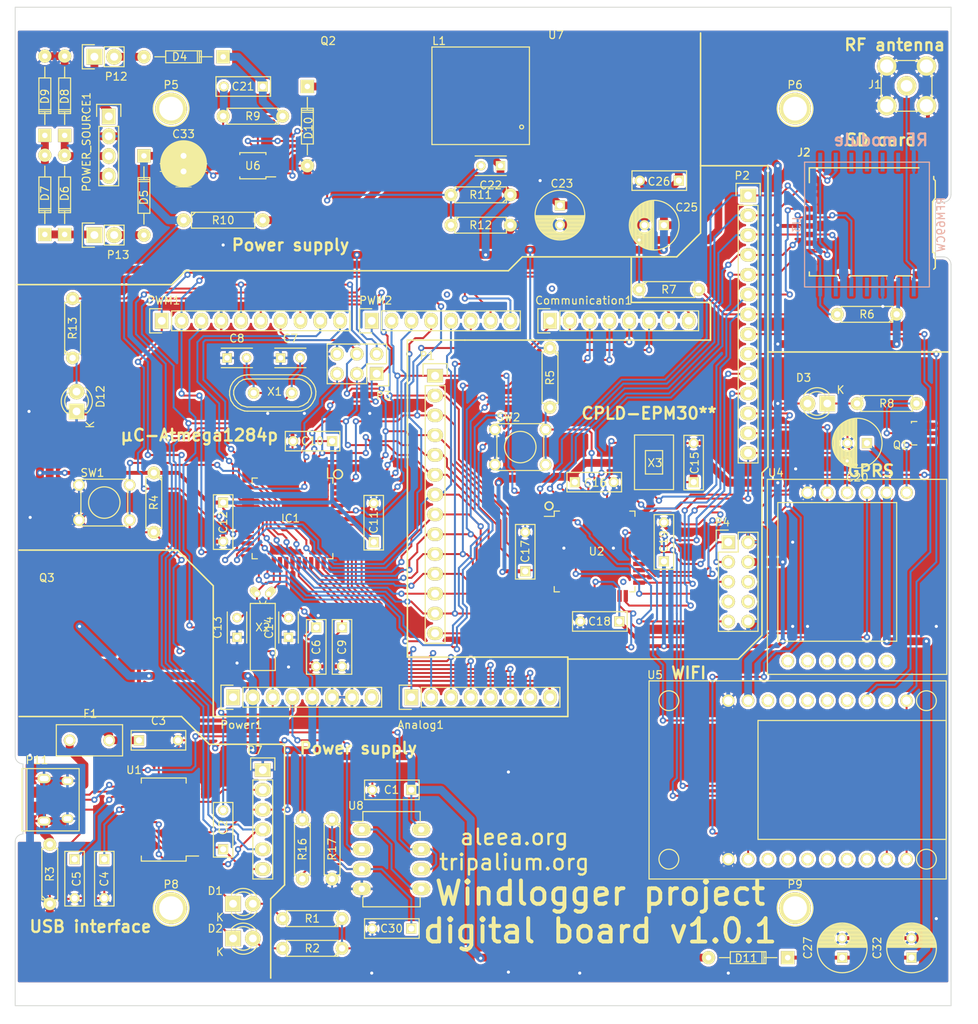
<source format=kicad_pcb>
(kicad_pcb (version 4) (host pcbnew 4.0.2+dfsg1-2~bpo8+1-stable)
  (title_block (title "Windlogger digital") (date 2017-02-02) (rev 1.0.1) (company ALEEA) (comment 1 "LONGUET Gilles") (comment 2 AGPL3))
  (layers (0 F.Cu signal) (31 B.Cu signal) (34 B.Paste user) (35 F.Paste user) (36 B.SilkS user) (37 F.SilkS user) (38 B.Mask user) (39 F.Mask user) (44 Edge.Cuts user))
  (net 0 "")
  (net 1 /microC/ACD0)
  (net 2 /microC/ACD1)
  (net 3 /microC/ACD2)
  (net 4 /microC/ACD3)
  (net 5 /microC/ACD4)
  (net 6 /microC/ACD5)
  (net 7 /microC/ACD6)
  (net 8 /microC/ACD7)
  (net 9 /microC/AREF)
  (net 10 GND)
  (net 11 /uart0_interace/DTR)
  (net 12 /microC/RESET)
  (net 13 USBVCC)
  (net 14 +5V)
  (net 15 +3V3)
  (net 16 "Net-(C7-Pad2)")
  (net 17 "Net-(C8-Pad2)")
  (net 18 "Net-(C13-Pad2)")
  (net 19 "Net-(C14-Pad2)")
  (net 20 +BATT)
  (net 21 /power_supply/VIN)
  (net 22 "Net-(C21-Pad2)")
  (net 23 /power_supply/FB_buck)
  (net 24 "Net-(C30-Pad1)")
  (net 25 /CPLD/20)
  (net 26 /CPLD/15)
  (net 27 /microC/PC5)
  (net 28 /microC/PC4)
  (net 29 /CPLD/14)
  (net 30 /CPLD/13)
  (net 31 /microC/PC1)
  (net 32 /microC/PC0)
  (net 33 "Net-(D1-Pad1)")
  (net 34 "Net-(D1-Pad2)")
  (net 35 "Net-(D2-Pad1)")
  (net 36 "Net-(D2-Pad2)")
  (net 37 "Net-(D3-Pad1)")
  (net 38 "Net-(D4-Pad2)")
  (net 39 "Net-(D5-Pad2)")
  (net 40 /power_supply/Uac_hi)
  (net 41 "Net-(D6-Pad1)")
  (net 42 /power_supply/Uac_lo)
  (net 43 "Net-(D10-Pad1)")
  (net 44 "Net-(F1-Pad1)")
  (net 45 /CPLD/6)
  (net 46 /CPLD/8)
  (net 47 /CPLD/10)
  (net 48 /microC/PD0)
  (net 49 /microC/PD1)
  (net 50 /CPLD/18)
  (net 51 /CPLD/19)
  (net 52 /microC/PC2)
  (net 53 /CPLD/12)
  (net 54 /microC/PB0)
  (net 55 /microC/PB1)
  (net 56 /CPLD/2)
  (net 57 /CPLD/3)
  (net 58 /CPLD/5)
  (net 59 "Net-(J1-Pad1)")
  (net 60 /CPLD/35)
  (net 61 /CPLD/40)
  (net 62 /CPLD/42)
  (net 63 /CPLD/38)
  (net 64 /CPLD/34)
  (net 65 /CPLD/21)
  (net 66 /CPLD/44)
  (net 67 /CPLD/43)
  (net 68 /CPLD/33)
  (net 69 /CPLD/31)
  (net 70 /CPLD/28)
  (net 71 /CPLD/27)
  (net 72 /CPLD/25)
  (net 73 /CPLD/23)
  (net 74 /CPLD/22)
  (net 75 /CPLD/TCK)
  (net 76 /CPLD/TDO)
  (net 77 /CPLD/TMS)
  (net 78 /CPLD/TDI)
  (net 79 /uart0_interace/CTS)
  (net 80 "Net-(P11-Pad2)")
  (net 81 "Net-(P11-Pad3)")
  (net 82 "Net-(P11-Pad6)")
  (net 83 /power_supply/UDC)
  (net 84 /output/NETLIGHT)
  (net 85 "Net-(Q1-Pad3)")
  (net 86 "Net-(Q2-Pad2)")
  (net 87 "Net-(Q3-Pad1)")
  (net 88 "Net-(R5-Pad2)")
  (net 89 /CPLD/37)
  (net 90 "Net-(U8-Pad1)")
  (net 91 "Net-(Q2-Pad1)")
  (net 92 "Net-(D12-Pad2)")
  (module Capacitors_ThroughHole:C_Rect_L4_W2.5_P2.5 (layer F.Cu) (at 112.414 78.624)
    (fp_text reference C7 (at 1.25 -2.5) (layer F.SilkS))
    (fp_text value 18p)
    (pad 1 thru_hole rect (at 0 0) (size 1.2 1.2) (drill 0.7) (layers *.Cu *.Mask F.SilkS) (net 10 GND))
    (pad 2 thru_hole circle (at 2.5 0) (size 1.2 1.2) (drill 0.7) (layers *.Cu *.Mask F.SilkS) (net 16 "Net-(C7-Pad2)"))
  )
  (module Capacitors_ThroughHole:C_Radial_D6.3_L11.2_P2.5 (layer F.Cu) (at 99.968 52.716 270)
    (fp_text reference C33 (at -2.794 0 360) (layer F.SilkS))
    (fp_text value 120uF)
    (pad 2 thru_hole circle (at 2 0 270) (size 1 1) (drill 0.762) (layers *.Cu *.Mask F.SilkS) (net 10 GND))
    (pad 1 thru_hole rect (at 0 0 270) (size 1 1) (drill 0.762) (layers *.Cu *.Mask F.SilkS) (net 21 /power_supply/VIN))
  )
  (module Housings_QFP:TQFP-44_10x10mm_Pitch0.8mm (layer F.Cu) (at 113.938 99.198 270)
    (fp_text reference IC1 (at 0 0.254 540) (layer F.SilkS))
    (fp_text value ATMEGA1284P-A)
    (pad 1 smd rect (at -5.7 -4 270) (size 1.5 0.55) (layers F.Cu F.Paste F.Mask) (net 45 /CPLD/6))
    (pad 2 smd rect (at -5.7 -3.2 270) (size 1.5 0.55) (layers F.Cu F.Paste F.Mask) (net 46 /CPLD/8))
    (pad 3 smd rect (at -5.7 -2.4 270) (size 1.5 0.55) (layers F.Cu F.Paste F.Mask) (net 47 /CPLD/10))
    (pad 4 smd rect (at -5.7 -1.6 270) (size 1.5 0.55) (layers F.Cu F.Paste F.Mask) (net 12 /microC/RESET))
    (pad 5 smd rect (at -5.7 -0.8 270) (size 1.5 0.55) (layers F.Cu F.Paste F.Mask) (net 14 +5V))
    (pad 6 smd rect (at -5.7 0 270) (size 1.5 0.55) (layers F.Cu F.Paste F.Mask) (net 10 GND))
    (pad 7 smd rect (at -5.7 0.8 270) (size 1.5 0.55) (layers F.Cu F.Paste F.Mask) (net 16 "Net-(C7-Pad2)"))
    (pad 8 smd rect (at -5.7 1.6 270) (size 1.5 0.55) (layers F.Cu F.Paste F.Mask) (net 17 "Net-(C8-Pad2)"))
    (pad 9 smd rect (at -5.7 2.4 270) (size 1.5 0.55) (layers F.Cu F.Paste F.Mask) (net 48 /microC/PD0))
    (pad 10 smd rect (at -5.7 3.2 270) (size 1.5 0.55) (layers F.Cu F.Paste F.Mask) (net 49 /microC/PD1))
    (pad 11 smd rect (at -5.7 4 270) (size 1.5 0.55) (layers F.Cu F.Paste F.Mask) (net 30 /CPLD/13))
    (pad 12 smd rect (at -4 5.7) (size 1.5 0.55) (layers F.Cu F.Paste F.Mask) (net 29 /CPLD/14))
    (pad 13 smd rect (at -3.2 5.7) (size 1.5 0.55) (layers F.Cu F.Paste F.Mask) (net 26 /CPLD/15))
    (pad 14 smd rect (at -2.4 5.7) (size 1.5 0.55) (layers F.Cu F.Paste F.Mask) (net 50 /CPLD/18))
    (pad 15 smd rect (at -1.6 5.7) (size 1.5 0.55) (layers F.Cu F.Paste F.Mask) (net 51 /CPLD/19))
    (pad 16 smd rect (at -0.8 5.7) (size 1.5 0.55) (layers F.Cu F.Paste F.Mask) (net 25 /CPLD/20))
    (pad 17 smd rect (at 0 5.7) (size 1.5 0.55) (layers F.Cu F.Paste F.Mask) (net 14 +5V))
    (pad 18 smd rect (at 0.8 5.7) (size 1.5 0.55) (layers F.Cu F.Paste F.Mask) (net 10 GND))
    (pad 19 smd rect (at 1.6 5.7) (size 1.5 0.55) (layers F.Cu F.Paste F.Mask) (net 32 /microC/PC0))
    (pad 20 smd rect (at 2.4 5.7) (size 1.5 0.55) (layers F.Cu F.Paste F.Mask) (net 31 /microC/PC1))
    (pad 21 smd rect (at 3.2 5.7) (size 1.5 0.55) (layers F.Cu F.Paste F.Mask) (net 52 /microC/PC2))
    (pad 22 smd rect (at 4 5.7) (size 1.5 0.55) (layers F.Cu F.Paste F.Mask) (net 53 /CPLD/12))
    (pad 23 smd rect (at 5.7 4 270) (size 1.5 0.55) (layers F.Cu F.Paste F.Mask) (net 28 /microC/PC4))
    (pad 24 smd rect (at 5.7 3.2 270) (size 1.5 0.55) (layers F.Cu F.Paste F.Mask) (net 27 /microC/PC5))
    (pad 25 smd rect (at 5.7 2.4 270) (size 1.5 0.55) (layers F.Cu F.Paste F.Mask) (net 18 "Net-(C13-Pad2)"))
    (pad 26 smd rect (at 5.7 1.6 270) (size 1.5 0.55) (layers F.Cu F.Paste F.Mask) (net 19 "Net-(C14-Pad2)"))
    (pad 27 smd rect (at 5.7 0.8 270) (size 1.5 0.55) (layers F.Cu F.Paste F.Mask) (net 14 +5V))
    (pad 28 smd rect (at 5.7 0 270) (size 1.5 0.55) (layers F.Cu F.Paste F.Mask) (net 10 GND))
    (pad 29 smd rect (at 5.7 -0.8 270) (size 1.5 0.55) (layers F.Cu F.Paste F.Mask) (net 9 /microC/AREF))
    (pad 30 smd rect (at 5.7 -1.6 270) (size 1.5 0.55) (layers F.Cu F.Paste F.Mask) (net 8 /microC/ACD7))
    (pad 31 smd rect (at 5.7 -2.4 270) (size 1.5 0.55) (layers F.Cu F.Paste F.Mask) (net 7 /microC/ACD6))
    (pad 32 smd rect (at 5.7 -3.2 270) (size 1.5 0.55) (layers F.Cu F.Paste F.Mask) (net 6 /microC/ACD5))
    (pad 33 smd rect (at 5.7 -4 270) (size 1.5 0.55) (layers F.Cu F.Paste F.Mask) (net 5 /microC/ACD4))
    (pad 34 smd rect (at 4 -5.7) (size 1.5 0.55) (layers F.Cu F.Paste F.Mask) (net 4 /microC/ACD3))
    (pad 35 smd rect (at 3.2 -5.7) (size 1.5 0.55) (layers F.Cu F.Paste F.Mask) (net 3 /microC/ACD2))
    (pad 36 smd rect (at 2.4 -5.7) (size 1.5 0.55) (layers F.Cu F.Paste F.Mask) (net 2 /microC/ACD1))
    (pad 37 smd rect (at 1.6 -5.7) (size 1.5 0.55) (layers F.Cu F.Paste F.Mask) (net 1 /microC/ACD0))
    (pad 38 smd rect (at 0.8 -5.7) (size 1.5 0.55) (layers F.Cu F.Paste F.Mask) (net 14 +5V))
    (pad 39 smd rect (at 0 -5.7) (size 1.5 0.55) (layers F.Cu F.Paste F.Mask) (net 10 GND))
    (pad 40 smd rect (at -0.8 -5.7) (size 1.5 0.55) (layers F.Cu F.Paste F.Mask) (net 54 /microC/PB0))
    (pad 41 smd rect (at -1.6 -5.7) (size 1.5 0.55) (layers F.Cu F.Paste F.Mask) (net 55 /microC/PB1))
    (pad 42 smd rect (at -2.4 -5.7) (size 1.5 0.55) (layers F.Cu F.Paste F.Mask) (net 56 /CPLD/2))
    (pad 43 smd rect (at -3.2 -5.7) (size 1.5 0.55) (layers F.Cu F.Paste F.Mask) (net 57 /CPLD/3))
    (pad 44 smd rect (at -4 -5.7) (size 1.5 0.55) (layers F.Cu F.Paste F.Mask) (net 58 /CPLD/5))
  )
  (module Socket_Strips:Socket_Strip_Straight_1x08 (layer F.Cu) (at 129.178 122.126)
    (fp_text reference Analog1 (at 1.2 3.54 180) (layer F.SilkS))
    (fp_text value CONN_01X08)
    (pad 1 thru_hole rect (at 0 0) (size 1.7272 2.032) (drill 1.016) (layers *.Cu *.Mask F.SilkS) (net 1 /microC/ACD0))
    (pad 2 thru_hole oval (at 2.54 0) (size 1.7272 2.032) (drill 1.016) (layers *.Cu *.Mask F.SilkS) (net 2 /microC/ACD1))
    (pad 3 thru_hole oval (at 5.08 0) (size 1.7272 2.032) (drill 1.016) (layers *.Cu *.Mask F.SilkS) (net 3 /microC/ACD2))
    (pad 4 thru_hole oval (at 7.62 0) (size 1.7272 2.032) (drill 1.016) (layers *.Cu *.Mask F.SilkS) (net 4 /microC/ACD3))
    (pad 5 thru_hole oval (at 10.16 0) (size 1.7272 2.032) (drill 1.016) (layers *.Cu *.Mask F.SilkS) (net 5 /microC/ACD4))
    (pad 6 thru_hole oval (at 12.7 0) (size 1.7272 2.032) (drill 1.016) (layers *.Cu *.Mask F.SilkS) (net 6 /microC/ACD5))
    (pad 7 thru_hole oval (at 15.24 0) (size 1.7272 2.032) (drill 1.016) (layers *.Cu *.Mask F.SilkS) (net 7 /microC/ACD6))
    (pad 8 thru_hole oval (at 17.78 0) (size 1.7272 2.032) (drill 1.016) (layers *.Cu *.Mask F.SilkS) (net 8 /microC/ACD7))
  )
  (module Capacitors_ThroughHole:C_Rect_L7_W2.5_P5 (layer F.Cu) (at 105.048 141.616 90)
    (fp_text reference C2 (at 2.794 0 90) (layer F.SilkS))
    (fp_text value 100nF)
    (pad 1 thru_hole rect (at 0 0 90) (size 1.3 1.3) (drill 0.8) (layers *.Cu *.Mask F.SilkS) (net 11 /uart0_interace/DTR))
    (pad 2 thru_hole circle (at 5 0 90) (size 1.3 1.3) (drill 0.8) (layers *.Cu *.Mask F.SilkS) (net 12 /microC/RESET))
  )
  (module Capacitors_ThroughHole:C_Rect_L7_W2.5_P5 (layer F.Cu) (at 94.253 127.646)
    (fp_text reference C3 (at 2.5 -2.5) (layer F.SilkS))
    (fp_text value 100nF)
    (pad 1 thru_hole rect (at 0 0) (size 1.3 1.3) (drill 0.8) (layers *.Cu *.Mask F.SilkS) (net 13 USBVCC))
    (pad 2 thru_hole circle (at 5 0) (size 1.3 1.3) (drill 0.8) (layers *.Cu *.Mask F.SilkS) (net 10 GND))
  )
  (module Capacitors_ThroughHole:C_Rect_L7_W2.5_P5 (layer F.Cu) (at 89.808 142.886 270)
    (fp_text reference C4 (at 2.54 0 270) (layer F.SilkS))
    (fp_text value 100nF)
    (pad 1 thru_hole rect (at 0 0 270) (size 1.3 1.3) (drill 0.8) (layers *.Cu *.Mask F.SilkS) (net 14 +5V))
    (pad 2 thru_hole circle (at 5 0 270) (size 1.3 1.3) (drill 0.8) (layers *.Cu *.Mask F.SilkS) (net 10 GND))
  )
  (module Capacitors_ThroughHole:C_Rect_L7_W2.5_P5 (layer F.Cu) (at 85.998 142.886 270)
    (fp_text reference C5 (at 2.54 -0.254 270) (layer F.SilkS))
    (fp_text value 100nF)
    (pad 1 thru_hole rect (at 0 0 270) (size 1.3 1.3) (drill 0.8) (layers *.Cu *.Mask F.SilkS) (net 15 +3V3))
    (pad 2 thru_hole circle (at 5 0 270) (size 1.3 1.3) (drill 0.8) (layers *.Cu *.Mask F.SilkS) (net 10 GND))
  )
  (module Capacitors_ThroughHole:C_Rect_L7_W2.5_P5 (layer F.Cu) (at 116.986 113.168 270)
    (fp_text reference C6 (at 2.54 0 270) (layer F.SilkS))
    (fp_text value 100nF)
    (pad 1 thru_hole rect (at 0 0 270) (size 1.3 1.3) (drill 0.8) (layers *.Cu *.Mask F.SilkS) (net 14 +5V))
    (pad 2 thru_hole circle (at 5 0 270) (size 1.3 1.3) (drill 0.8) (layers *.Cu *.Mask F.SilkS) (net 10 GND))
  )
  (module Capacitors_ThroughHole:C_Rect_L7_W2.5_P5 (layer F.Cu) (at 120.288 113.168 270)
    (fp_text reference C9 (at 2.54 0 270) (layer F.SilkS))
    (fp_text value 100nF)
    (pad 1 thru_hole rect (at 0 0 270) (size 1.3 1.3) (drill 0.8) (layers *.Cu *.Mask F.SilkS) (net 9 /microC/AREF))
    (pad 2 thru_hole circle (at 5 0 270) (size 1.3 1.3) (drill 0.8) (layers *.Cu *.Mask F.SilkS) (net 10 GND))
  )
  (module Capacitors_ThroughHole:C_Rect_L7_W2.5_P5 (layer F.Cu) (at 119.018 89.292 180)
    (fp_text reference C10 (at 2.54 0 180) (layer F.SilkS))
    (fp_text value 100nF)
    (pad 1 thru_hole rect (at 0 0 180) (size 1.3 1.3) (drill 0.8) (layers *.Cu *.Mask F.SilkS) (net 14 +5V))
    (pad 2 thru_hole circle (at 5 0 180) (size 1.3 1.3) (drill 0.8) (layers *.Cu *.Mask F.SilkS) (net 10 GND))
  )
  (module Capacitors_ThroughHole:C_Rect_L7_W2.5_P5 (layer F.Cu) (at 124.352 102.246 90)
    (fp_text reference C11 (at 2.54 0 90) (layer F.SilkS))
    (fp_text value 100nF)
    (pad 1 thru_hole rect (at 0 0 90) (size 1.3 1.3) (drill 0.8) (layers *.Cu *.Mask F.SilkS) (net 14 +5V))
    (pad 2 thru_hole circle (at 5 0 90) (size 1.3 1.3) (drill 0.8) (layers *.Cu *.Mask F.SilkS) (net 10 GND))
  )
  (module Capacitors_ThroughHole:C_Rect_L7_W2.5_P5 (layer F.Cu) (at 105.048 97.166 270)
    (fp_text reference C12 (at 2.54 0 270) (layer F.SilkS))
    (fp_text value 100nF)
    (pad 1 thru_hole rect (at 0 0 270) (size 1.3 1.3) (drill 0.8) (layers *.Cu *.Mask F.SilkS) (net 14 +5V))
    (pad 2 thru_hole circle (at 5 0 270) (size 1.3 1.3) (drill 0.8) (layers *.Cu *.Mask F.SilkS) (net 10 GND))
  )
  (module Capacitors_ThroughHole:C_Rect_L7_W2.5_P5 (layer F.Cu) (at 165.373 94.546 90)
    (fp_text reference C15 (at 2.46 0.127 90) (layer F.SilkS))
    (fp_text value 100nF)
    (pad 1 thru_hole rect (at 0 0 90) (size 1.3 1.3) (drill 0.8) (layers *.Cu *.Mask F.SilkS) (net 15 +3V3))
    (pad 2 thru_hole circle (at 5 0 90) (size 1.3 1.3) (drill 0.8) (layers *.Cu *.Mask F.SilkS) (net 10 GND))
  )
  (module Capacitors_ThroughHole:C_Rect_L7_W2.5_P5 (layer F.Cu) (at 150.133 94.546)
    (fp_text reference C16 (at 2.667 0.08) (layer F.SilkS))
    (fp_text value 100nF)
    (pad 1 thru_hole rect (at 0 0) (size 1.3 1.3) (drill 0.8) (layers *.Cu *.Mask F.SilkS) (net 15 +3V3))
    (pad 2 thru_hole circle (at 5 0) (size 1.3 1.3) (drill 0.8) (layers *.Cu *.Mask F.SilkS) (net 10 GND))
  )
  (module Capacitors_ThroughHole:C_Rect_L7_W2.5_P5 (layer F.Cu) (at 143.783 105.976 90)
    (fp_text reference C17 (at 2.54 0 90) (layer F.SilkS))
    (fp_text value 100nF)
    (pad 1 thru_hole rect (at 0 0 90) (size 1.3 1.3) (drill 0.8) (layers *.Cu *.Mask F.SilkS) (net 15 +3V3))
    (pad 2 thru_hole circle (at 5 0 90) (size 1.3 1.3) (drill 0.8) (layers *.Cu *.Mask F.SilkS) (net 10 GND))
  )
  (module Capacitors_ThroughHole:C_Rect_L7_W2.5_P5 (layer F.Cu) (at 155.848 112.406 180)
    (fp_text reference C18 (at 2.54 0 180) (layer F.SilkS))
    (fp_text value 100nF)
    (pad 1 thru_hole rect (at 0 0 180) (size 1.3 1.3) (drill 0.8) (layers *.Cu *.Mask F.SilkS) (net 15 +3V3))
    (pad 2 thru_hole circle (at 5 0 180) (size 1.3 1.3) (drill 0.8) (layers *.Cu *.Mask F.SilkS) (net 10 GND))
  )
  (module Capacitors_ThroughHole:C_Rect_L7_W2.5_P5 (layer F.Cu) (at 161.563 104.706 90)
    (fp_text reference C19 (at 2.54 0 90) (layer F.SilkS))
    (fp_text value 100nF)
    (pad 1 thru_hole rect (at 0 0 90) (size 1.3 1.3) (drill 0.8) (layers *.Cu *.Mask F.SilkS) (net 15 +3V3))
    (pad 2 thru_hole circle (at 5 0 90) (size 1.3 1.3) (drill 0.8) (layers *.Cu *.Mask F.SilkS) (net 10 GND))
  )
  (module Capacitors_ThroughHole:C_Rect_L7_W2.5_P5 (layer F.Cu) (at 110.128 43.826 180)
    (fp_text reference C21 (at 2.54 0 180) (layer F.SilkS))
    (fp_text value 1nF)
    (pad 1 thru_hole rect (at 0 0 180) (size 1.3 1.3) (drill 0.8) (layers *.Cu *.Mask F.SilkS) (net 21 /power_supply/VIN))
    (pad 2 thru_hole circle (at 5 0 180) (size 1.3 1.3) (drill 0.8) (layers *.Cu *.Mask F.SilkS) (net 22 "Net-(C21-Pad2)"))
  )
  (module Capacitors_ThroughHole:C_Radial_D6.3_L11.2_P2.5 (layer F.Cu) (at 148.228 59.066 270)
    (fp_text reference C23 (at -2.794 -0.254 360) (layer F.SilkS))
    (fp_text value 120uF)
    (pad 2 thru_hole circle (at 2.5 0 270) (size 1.3 1.3) (drill 0.8) (layers *.Cu *.Mask F.SilkS) (net 10 GND))
    (pad 1 thru_hole rect (at 0 0 270) (size 1.3 1.3) (drill 0.8) (layers *.Cu *.Mask F.SilkS) (net 14 +5V))
  )
  (module Capacitors_ThroughHole:C_Radial_D6.3_L11.2_P2.5 (layer F.Cu) (at 161.563 61.606 180)
    (fp_text reference C25 (at -2.921 2.286 180) (layer F.SilkS))
    (fp_text value 120uF)
    (pad 2 thru_hole circle (at 2.5 0 180) (size 1.3 1.3) (drill 0.8) (layers *.Cu *.Mask F.SilkS) (net 10 GND))
    (pad 1 thru_hole rect (at 0 0 180) (size 1.3 1.3) (drill 0.8) (layers *.Cu *.Mask F.SilkS) (net 15 +3V3))
  )
  (module Capacitors_ThroughHole:C_Rect_L7_W2.5_P5 (layer F.Cu) (at 163.468 55.891 180)
    (fp_text reference C26 (at 2.54 -0.127 180) (layer F.SilkS))
    (fp_text value 100nF)
    (pad 1 thru_hole rect (at 0 0 180) (size 1.3 1.3) (drill 0.8) (layers *.Cu *.Mask F.SilkS) (net 15 +3V3))
    (pad 2 thru_hole circle (at 5 0 180) (size 1.3 1.3) (drill 0.8) (layers *.Cu *.Mask F.SilkS) (net 10 GND))
  )
  (module Capacitors_ThroughHole:C_Radial_D6.3_L11.2_P2.5 (layer F.Cu) (at 184.423 155.506 90)
    (fp_text reference C27 (at 1.25 -4.4 90) (layer F.SilkS))
    (fp_text value 120uF)
    (pad 2 thru_hole circle (at 2.5 0 90) (size 1.3 1.3) (drill 0.8) (layers *.Cu *.Mask F.SilkS) (net 10 GND))
    (pad 1 thru_hole rect (at 0 0 90) (size 1.3 1.3) (drill 0.8) (layers *.Cu *.Mask F.SilkS) (net 20 +BATT))
  )
  (module Capacitors_ThroughHole:C_Rect_L7_W2.5_P5 (layer F.Cu) (at 129.178 151.776 180)
    (fp_text reference C30 (at 2.54 0 180) (layer F.SilkS))
    (fp_text value 100nF)
    (pad 1 thru_hole rect (at 0 0 180) (size 1.3 1.3) (drill 0.8) (layers *.Cu *.Mask F.SilkS) (net 24 "Net-(C30-Pad1)"))
    (pad 2 thru_hole circle (at 5 0 180) (size 1.3 1.3) (drill 0.8) (layers *.Cu *.Mask F.SilkS) (net 10 GND))
  )
  (module Capacitors_ThroughHole:C_Radial_D6.3_L11.2_P2.5 (layer F.Cu) (at 193.313 155.506 90)
    (fp_text reference C32 (at 1.25 -4.4 90) (layer F.SilkS))
    (fp_text value 120uF)
    (pad 2 thru_hole circle (at 2.5 0 90) (size 1.3 1.3) (drill 0.8) (layers *.Cu *.Mask F.SilkS) (net 10 GND))
    (pad 1 thru_hole rect (at 0 0 90) (size 1.3 1.3) (drill 0.8) (layers *.Cu *.Mask F.SilkS) (net 20 +BATT))
  )
  (module Socket_Strips:Socket_Strip_Straight_1x08 (layer F.Cu) (at 146.958 73.866)
    (fp_text reference Communication1 (at 4.318 -2.608) (layer F.SilkS))
    (fp_text value CONN_01X08)
    (pad 1 thru_hole rect (at 0 0) (size 1.7272 2.032) (drill 1.016) (layers *.Cu *.Mask F.SilkS) (net 25 /CPLD/20))
    (pad 2 thru_hole oval (at 2.54 0) (size 1.7272 2.032) (drill 1.016) (layers *.Cu *.Mask F.SilkS) (net 26 /CPLD/15))
    (pad 3 thru_hole oval (at 5.08 0) (size 1.7272 2.032) (drill 1.016) (layers *.Cu *.Mask F.SilkS) (net 27 /microC/PC5))
    (pad 4 thru_hole oval (at 7.62 0) (size 1.7272 2.032) (drill 1.016) (layers *.Cu *.Mask F.SilkS) (net 28 /microC/PC4))
    (pad 5 thru_hole oval (at 10.16 0) (size 1.7272 2.032) (drill 1.016) (layers *.Cu *.Mask F.SilkS) (net 29 /CPLD/14))
    (pad 6 thru_hole oval (at 12.7 0) (size 1.7272 2.032) (drill 1.016) (layers *.Cu *.Mask F.SilkS) (net 30 /CPLD/13))
    (pad 7 thru_hole oval (at 15.24 0) (size 1.7272 2.032) (drill 1.016) (layers *.Cu *.Mask F.SilkS) (net 31 /microC/PC1))
    (pad 8 thru_hole oval (at 17.78 0) (size 1.7272 2.032) (drill 1.016) (layers *.Cu *.Mask F.SilkS) (net 32 /microC/PC0))
  )
  (module LEDs:LED-3MM (layer F.Cu) (at 106.318 148.601)
    (fp_text reference D1 (at -2.286 -1.651) (layer F.SilkS))
    (fp_text value Led_Small)
    (fp_text user K (at -1.69 1.74) (layer F.SilkS))
    (pad 1 thru_hole rect (at 0 0 90) (size 2 2) (drill 1.00076) (layers *.Cu *.Mask F.SilkS) (net 33 "Net-(D1-Pad1)"))
    (pad 2 thru_hole circle (at 2.54 0) (size 2 2) (drill 1.00076) (layers *.Cu *.Mask F.SilkS) (net 34 "Net-(D1-Pad2)"))
  )
  (module LEDs:LED-3MM (layer F.Cu) (at 106.318 153.046)
    (fp_text reference D2 (at -2.286 -1.27) (layer F.SilkS))
    (fp_text value Led_Small)
    (fp_text user K (at -1.69 1.74) (layer F.SilkS))
    (pad 1 thru_hole rect (at 0 0 90) (size 2 2) (drill 1.00076) (layers *.Cu *.Mask F.SilkS) (net 35 "Net-(D2-Pad1)"))
    (pad 2 thru_hole circle (at 2.54 0) (size 2 2) (drill 1.00076) (layers *.Cu *.Mask F.SilkS) (net 36 "Net-(D2-Pad2)"))
  )
  (module LEDs:LED-3MM (layer F.Cu) (at 182.518 84.466 180)
    (fp_text reference D3 (at 3.048 3.302 180) (layer F.SilkS))
    (fp_text value Led_Small)
    (fp_text user K (at -1.69 1.74 180) (layer F.SilkS))
    (pad 1 thru_hole rect (at 0 0 270) (size 2 2) (drill 1.00076) (layers *.Cu *.Mask F.SilkS) (net 37 "Net-(D3-Pad1)"))
    (pad 2 thru_hole circle (at 2.54 0 180) (size 2 2) (drill 1.00076) (layers *.Cu *.Mask F.SilkS) (net 15 +3V3))
  )
  (module Diodes_ThroughHole:Diode_DO-35_SOD27_Horizontal_RM10 (layer F.Cu) (at 105.048 40.016 180)
    (fp_text reference D4 (at 5.588 0 180) (layer F.SilkS))
    (fp_text value EGP20A)
    (pad 2 thru_hole circle (at 10.16052 -0.00254) (size 1.69926 1.69926) (drill 0.70104) (layers *.Cu *.Mask F.SilkS) (net 38 "Net-(D4-Pad2)"))
    (pad 1 thru_hole rect (at 0.00052 -0.00254) (size 1.69926 1.69926) (drill 0.70104) (layers *.Cu *.Mask F.SilkS) (net 21 /power_supply/VIN))
  )
  (module Diodes_ThroughHole:Diode_DO-35_SOD27_Horizontal_RM10 (layer F.Cu) (at 94.888 52.716 270)
    (fp_text reference D5 (at 5.334 0 270) (layer F.SilkS))
    (fp_text value EGP20A)
    (pad 2 thru_hole circle (at 10.16052 -0.00254 90) (size 1.69926 1.69926) (drill 0.70104) (layers *.Cu *.Mask F.SilkS) (net 39 "Net-(D5-Pad2)"))
    (pad 1 thru_hole rect (at 0.00052 -0.00254 90) (size 1.69926 1.69926) (drill 0.70104) (layers *.Cu *.Mask F.SilkS) (net 21 /power_supply/VIN))
  )
  (module Diodes_ThroughHole:Diode_DO-35_SOD27_Horizontal_RM10 (layer F.Cu) (at 84.728 62.796 90)
    (fp_text reference D6 (at 5.254 0 90) (layer F.SilkS))
    (fp_text value EGP20A)
    (pad 2 thru_hole circle (at 10.16052 -0.00254 270) (size 1.69926 1.69926) (drill 0.70104) (layers *.Cu *.Mask F.SilkS) (net 40 /power_supply/Uac_hi))
    (pad 1 thru_hole rect (at 0.00052 -0.00254 270) (size 1.69926 1.69926) (drill 0.70104) (layers *.Cu *.Mask F.SilkS) (net 41 "Net-(D6-Pad1)"))
  )
  (module Diodes_ThroughHole:Diode_DO-35_SOD27_Horizontal_RM10 (layer F.Cu) (at 82.188 62.796 90)
    (fp_text reference D7 (at 5.254 0 90) (layer F.SilkS))
    (fp_text value EGP20A)
    (pad 2 thru_hole circle (at 10.16052 -0.00254 270) (size 1.69926 1.69926) (drill 0.70104) (layers *.Cu *.Mask F.SilkS) (net 42 /power_supply/Uac_lo))
    (pad 1 thru_hole rect (at 0.00052 -0.00254 270) (size 1.69926 1.69926) (drill 0.70104) (layers *.Cu *.Mask F.SilkS) (net 41 "Net-(D6-Pad1)"))
  )
  (module Diodes_ThroughHole:Diode_DO-35_SOD27_Horizontal_RM10 (layer F.Cu) (at 84.728 50.096 90)
    (fp_text reference D8 (at 5 0 270) (layer F.SilkS))
    (fp_text value EGP20A)
    (pad 2 thru_hole circle (at 10.16052 -0.00254 270) (size 1.69926 1.69926) (drill 0.70104) (layers *.Cu *.Mask F.SilkS) (net 10 GND))
    (pad 1 thru_hole rect (at 0.00052 -0.00254 270) (size 1.69926 1.69926) (drill 0.70104) (layers *.Cu *.Mask F.SilkS) (net 40 /power_supply/Uac_hi))
  )
  (module Diodes_ThroughHole:Diode_DO-35_SOD27_Horizontal_RM10 (layer F.Cu) (at 82.188 50.096 90)
    (fp_text reference D9 (at 5 0 90) (layer F.SilkS))
    (fp_text value EGP20A)
    (pad 2 thru_hole circle (at 10.16052 -0.00254 270) (size 1.69926 1.69926) (drill 0.70104) (layers *.Cu *.Mask F.SilkS) (net 10 GND))
    (pad 1 thru_hole rect (at 0.00052 -0.00254 270) (size 1.69926 1.69926) (drill 0.70104) (layers *.Cu *.Mask F.SilkS) (net 42 /power_supply/Uac_lo))
  )
  (module Diodes_ThroughHole:Diode_DO-35_SOD27_Horizontal_RM10 (layer F.Cu) (at 115.843 43.826 270)
    (fp_text reference D10 (at 5.334 -0.127 270) (layer F.SilkS))
    (fp_text value SR5100)
    (pad 2 thru_hole circle (at 10.16052 -0.00254 90) (size 1.69926 1.69926) (drill 0.70104) (layers *.Cu *.Mask F.SilkS) (net 10 GND))
    (pad 1 thru_hole rect (at 0.00052 -0.00254 90) (size 1.69926 1.69926) (drill 0.70104) (layers *.Cu *.Mask F.SilkS) (net 43 "Net-(D10-Pad1)"))
  )
  (module Fuse_Holders_and_Fuses:Fuse_TE5_Littlefuse-395Series (layer F.Cu) (at 87.903 127.646)
    (fp_text reference F1 (at 0.09906 -3.40106) (layer F.SilkS))
    (fp_text value F_Small)
    (pad 1 thru_hole circle (at -2.54 0) (size 1.50114 1.50114) (drill 1.00076) (layers *.Cu *.Mask F.SilkS) (net 44 "Net-(F1-Pad1)"))
    (pad 2 thru_hole circle (at 2.54 0.01016) (size 1.50114 1.50114) (drill 1.00076) (layers *.Cu *.Mask F.SilkS) (net 13 USBVCC))
  )
  (module digital:conn-SMA_TE-5-1814400-1 (layer F.Cu) (at 192.678 43.746)
    (fp_text reference J1 (at -4.064 -0.174) (layer F.SilkS))
    (fp_text value CONN-SMA-5-1814400-1)
    (pad 1 thru_hole circle (at 0 0) (size 2.5 2.5) (drill 1.5) (layers *.Cu *.Mask F.SilkS) (net 59 "Net-(J1-Pad1)"))
    (pad 2 thru_hole circle (at -2.54 -2.54) (size 2.5 2.5) (drill 1.7) (layers *.Cu *.Mask F.SilkS) (net 10 GND))
    (pad 3 thru_hole circle (at 2.54 -2.54) (size 2.5 2.5) (drill 1.7) (layers *.Cu *.Mask F.SilkS) (net 10 GND))
    (pad 4 thru_hole circle (at 2.54 2.54) (size 2.5 2.5) (drill 1.7) (layers *.Cu *.Mask F.SilkS) (net 10 GND))
    (pad 5 thru_hole circle (at -2.54 2.54) (size 2.5 2.5) (drill 1.7) (layers *.Cu *.Mask F.SilkS) (net 10 GND))
  )
  (module digital:HIROSE-MICROSD-DM3AT-SF (layer F.Cu) (at 197.758 61.606 90)
    (fp_text reference J2 (at 9.906 -17.272 180) (layer F.SilkS) (effects (font (thickness 0.18)) (justify right top)))
    (fp_text value Micro_SD hide)
    (pad SH smd rect (at 7.1 -2.35 90) (size 1.3 1.9) (layers F.Cu F.Paste F.Mask) (net 10 GND) (clearance 0.254))
    (pad SH smd rect (at -6.4 -2.8 90) (size 1 2.8) (layers F.Cu F.Paste F.Mask) (net 10 GND) (clearance 0.254))
    (pad 1 smd rect (at 3.2 -17.45 90) (size 0.7 1.2) (layers F.Cu F.Paste F.Mask) (clearance 0.254))
    (pad 2 smd rect (at 2.1 -17.45 90) (size 0.7 1.2) (layers F.Cu F.Paste F.Mask) (net 60 /CPLD/35) (clearance 0.254))
    (pad 3 smd rect (at 1 -17.45 90) (size 0.7 1.2) (layers F.Cu F.Paste F.Mask) (net 61 /CPLD/40) (clearance 0.254))
    (pad 4 smd rect (at -0.1 -17.45 90) (size 0.7 1.2) (layers F.Cu F.Paste F.Mask) (net 15 +3V3) (clearance 0.254))
    (pad 5 smd rect (at -1.2 -17.45 90) (size 0.7 1.2) (layers F.Cu F.Paste F.Mask) (net 62 /CPLD/42) (clearance 0.254))
    (pad 6 smd rect (at -2.3 -17.45 90) (size 0.7 1.2) (layers F.Cu F.Paste F.Mask) (net 10 GND) (clearance 0.254))
    (pad 7 smd rect (at -3.4 -17.45 90) (size 0.7 1.2) (layers F.Cu F.Paste F.Mask) (net 63 /CPLD/38) (clearance 0.254))
    (pad 8 smd rect (at -4.5 -17.45 90) (size 0.7 1.2) (layers F.Cu F.Paste F.Mask) (clearance 0.254))
    (pad SH smd rect (at 4.75 -17.45 90) (size 1 1.2) (layers F.Cu F.Paste F.Mask) (net 10 GND) (clearance 0.254))
    (pad DT smd rect (at -5.45 -17.45 90) (size 0.65 1.2) (layers F.Cu F.Paste F.Mask) (net 64 /CPLD/34) (clearance 0.254))
    (pad DC smd rect (at -6.4 -6.95 90) (size 1 0.8) (layers F.Cu F.Paste F.Mask) (net 10 GND) (clearance 0.254))
    (pad SH smd rect (at -6.4 -13.15 90) (size 1 1.2) (layers F.Cu F.Paste F.Mask) (net 10 GND) (clearance 0.254))
  )
  (module digital:DRQ_127 (layer F.Cu) (at 138.068 45.016 180)
    (fp_text reference L1 (at 5.334 7.032 180) (layer F.SilkS))
    (fp_text value L_Double)
    (pad 1 smd rect (at -5 -1.5 180) (size 4 2.5) (layers F.Cu F.Paste F.Mask) (net 14 +5V))
    (pad 2 smd rect (at -5 1.5 180) (size 4 2.5) (layers F.Cu F.Paste F.Mask) (net 14 +5V))
    (pad 3 smd rect (at 5 1.5 180) (size 4 2.5) (layers F.Cu F.Paste F.Mask) (net 43 "Net-(D10-Pad1)"))
    (pad 4 smd rect (at 5 -1.5 180) (size 4 2.5) (layers F.Cu F.Paste F.Mask) (net 43 "Net-(D10-Pad1)"))
  )
  (module Socket_Strips:Socket_Strip_Straight_1x14 (layer F.Cu) (at 132.226 80.91 270)
    (fp_text reference P1 (at -2.54 1.016 360) (layer F.SilkS))
    (fp_text value CONN_01X14)
    (pad 1 thru_hole rect (at 0 0 270) (size 1.7272 2.032) (drill 1.016) (layers *.Cu *.Mask F.SilkS) (net 56 /CPLD/2))
    (pad 2 thru_hole oval (at 2.54 0 270) (size 1.7272 2.032) (drill 1.016) (layers *.Cu *.Mask F.SilkS) (net 57 /CPLD/3))
    (pad 3 thru_hole oval (at 5.08 0 270) (size 1.7272 2.032) (drill 1.016) (layers *.Cu *.Mask F.SilkS) (net 58 /CPLD/5))
    (pad 4 thru_hole oval (at 7.62 0 270) (size 1.7272 2.032) (drill 1.016) (layers *.Cu *.Mask F.SilkS) (net 45 /CPLD/6))
    (pad 5 thru_hole oval (at 10.16 0 270) (size 1.7272 2.032) (drill 1.016) (layers *.Cu *.Mask F.SilkS) (net 46 /CPLD/8))
    (pad 6 thru_hole oval (at 12.7 0 270) (size 1.7272 2.032) (drill 1.016) (layers *.Cu *.Mask F.SilkS) (net 47 /CPLD/10))
    (pad 7 thru_hole oval (at 15.24 0 270) (size 1.7272 2.032) (drill 1.016) (layers *.Cu *.Mask F.SilkS) (net 53 /CPLD/12))
    (pad 8 thru_hole oval (at 17.78 0 270) (size 1.7272 2.032) (drill 1.016) (layers *.Cu *.Mask F.SilkS) (net 30 /CPLD/13))
    (pad 9 thru_hole oval (at 20.32 0 270) (size 1.7272 2.032) (drill 1.016) (layers *.Cu *.Mask F.SilkS) (net 29 /CPLD/14))
    (pad 10 thru_hole oval (at 22.86 0 270) (size 1.7272 2.032) (drill 1.016) (layers *.Cu *.Mask F.SilkS) (net 26 /CPLD/15))
    (pad 11 thru_hole oval (at 25.4 0 270) (size 1.7272 2.032) (drill 1.016) (layers *.Cu *.Mask F.SilkS) (net 50 /CPLD/18))
    (pad 12 thru_hole oval (at 27.94 0 270) (size 1.7272 2.032) (drill 1.016) (layers *.Cu *.Mask F.SilkS) (net 51 /CPLD/19))
    (pad 13 thru_hole oval (at 30.48 0 270) (size 1.7272 2.032) (drill 1.016) (layers *.Cu *.Mask F.SilkS) (net 25 /CPLD/20))
    (pad 14 thru_hole oval (at 33.02 0 270) (size 1.7272 2.032) (drill 1.016) (layers *.Cu *.Mask F.SilkS) (net 65 /CPLD/21))
  )
  (module Socket_Strips:Socket_Strip_Straight_1x14 (layer F.Cu) (at 172.358 57.796 270)
    (fp_text reference P2 (at -2.54 0.762 360) (layer F.SilkS))
    (fp_text value CONN_01X14)
    (pad 1 thru_hole rect (at 0 0 270) (size 1.7272 2.032) (drill 1.016) (layers *.Cu *.Mask F.SilkS) (net 66 /CPLD/44))
    (pad 2 thru_hole oval (at 2.54 0 270) (size 1.7272 2.032) (drill 1.016) (layers *.Cu *.Mask F.SilkS) (net 67 /CPLD/43))
    (pad 3 thru_hole oval (at 5.08 0 270) (size 1.7272 2.032) (drill 1.016) (layers *.Cu *.Mask F.SilkS) (net 62 /CPLD/42))
    (pad 4 thru_hole oval (at 7.62 0 270) (size 1.7272 2.032) (drill 1.016) (layers *.Cu *.Mask F.SilkS) (net 61 /CPLD/40))
    (pad 5 thru_hole oval (at 10.16 0 270) (size 1.7272 2.032) (drill 1.016) (layers *.Cu *.Mask F.SilkS) (net 63 /CPLD/38))
    (pad 6 thru_hole oval (at 12.7 0 270) (size 1.7272 2.032) (drill 1.016) (layers *.Cu *.Mask F.SilkS) (net 60 /CPLD/35))
    (pad 7 thru_hole oval (at 15.24 0 270) (size 1.7272 2.032) (drill 1.016) (layers *.Cu *.Mask F.SilkS) (net 64 /CPLD/34))
    (pad 8 thru_hole oval (at 17.78 0 270) (size 1.7272 2.032) (drill 1.016) (layers *.Cu *.Mask F.SilkS) (net 68 /CPLD/33))
    (pad 9 thru_hole oval (at 20.32 0 270) (size 1.7272 2.032) (drill 1.016) (layers *.Cu *.Mask F.SilkS) (net 69 /CPLD/31))
    (pad 10 thru_hole oval (at 22.86 0 270) (size 1.7272 2.032) (drill 1.016) (layers *.Cu *.Mask F.SilkS) (net 70 /CPLD/28))
    (pad 11 thru_hole oval (at 25.4 0 270) (size 1.7272 2.032) (drill 1.016) (layers *.Cu *.Mask F.SilkS) (net 71 /CPLD/27))
    (pad 12 thru_hole oval (at 27.94 0 270) (size 1.7272 2.032) (drill 1.016) (layers *.Cu *.Mask F.SilkS) (net 72 /CPLD/25))
    (pad 13 thru_hole oval (at 30.48 0 270) (size 1.7272 2.032) (drill 1.016) (layers *.Cu *.Mask F.SilkS) (net 73 /CPLD/23))
    (pad 14 thru_hole oval (at 33.02 0 270) (size 1.7272 2.032) (drill 1.016) (layers *.Cu *.Mask F.SilkS) (net 74 /CPLD/22))
  )
  (module Socket_Strips:Socket_Strip_Straight_2x03 (layer F.Cu) (at 124.733 80.656 180)
    (fp_text reference P3 (at -0.889 -2.794 180) (layer F.SilkS))
    (fp_text value ISP)
    (pad 1 thru_hole rect (at 0 0 180) (size 1.7272 1.7272) (drill 1.016) (layers *.Cu *.Mask F.SilkS) (net 46 /CPLD/8))
    (pad 2 thru_hole oval (at 0 2.54 180) (size 1.7272 1.7272) (drill 1.016) (layers *.Cu *.Mask F.SilkS) (net 14 +5V))
    (pad 3 thru_hole oval (at 2.54 0 180) (size 1.7272 1.7272) (drill 1.016) (layers *.Cu *.Mask F.SilkS) (net 47 /CPLD/10))
    (pad 4 thru_hole oval (at 2.54 2.54 180) (size 1.7272 1.7272) (drill 1.016) (layers *.Cu *.Mask F.SilkS) (net 45 /CPLD/6))
    (pad 5 thru_hole oval (at 5.08 0 180) (size 1.7272 1.7272) (drill 1.016) (layers *.Cu *.Mask F.SilkS) (net 12 /microC/RESET))
    (pad 6 thru_hole oval (at 5.08 2.54 180) (size 1.7272 1.7272) (drill 1.016) (layers *.Cu *.Mask F.SilkS) (net 10 GND))
  )
  (module Pin_Headers:Pin_Header_Straight_2x05 (layer F.Cu) (at 169.818 102.246)
    (fp_text reference P4 (at -0.762 -2.54 180) (layer F.SilkS))
    (fp_text value CONN_02X05)
    (pad 1 thru_hole rect (at 0 0) (size 1.7272 1.7272) (drill 1.016) (layers *.Cu *.Mask F.SilkS) (net 75 /CPLD/TCK))
    (pad 2 thru_hole oval (at 2.54 0) (size 1.7272 1.7272) (drill 1.016) (layers *.Cu *.Mask F.SilkS) (net 10 GND))
    (pad 3 thru_hole oval (at 0 2.54) (size 1.7272 1.7272) (drill 1.016) (layers *.Cu *.Mask F.SilkS) (net 76 /CPLD/TDO))
    (pad 4 thru_hole oval (at 2.54 2.54) (size 1.7272 1.7272) (drill 1.016) (layers *.Cu *.Mask F.SilkS) (net 15 +3V3))
    (pad 5 thru_hole oval (at 0 5.08) (size 1.7272 1.7272) (drill 1.016) (layers *.Cu *.Mask F.SilkS) (net 77 /CPLD/TMS))
    (pad 6 thru_hole oval (at 2.54 5.08) (size 1.7272 1.7272) (drill 1.016) (layers *.Cu *.Mask F.SilkS))
    (pad 7 thru_hole oval (at 0 7.62) (size 1.7272 1.7272) (drill 1.016) (layers *.Cu *.Mask F.SilkS))
    (pad 8 thru_hole oval (at 2.54 7.62) (size 1.7272 1.7272) (drill 1.016) (layers *.Cu *.Mask F.SilkS))
    (pad 9 thru_hole oval (at 0 10.16) (size 1.7272 1.7272) (drill 1.016) (layers *.Cu *.Mask F.SilkS) (net 78 /CPLD/TDI))
    (pad 10 thru_hole oval (at 2.54 10.16) (size 1.7272 1.7272) (drill 1.016) (layers *.Cu *.Mask F.SilkS) (net 10 GND))
  )
  (module Socket_Arduino_Mega:Arduino_1pin (layer F.Cu) (at 98.378 46.666)
    (fp_text reference P5 (at 0 -3.048) (layer F.SilkS))
    (fp_text value hole)
    (pad 1 thru_hole circle (at 0 0) (size 4.064 4.064) (drill 3.048) (layers *.Cu *.Mask F.SilkS))
  )
  (module Socket_Arduino_Mega:Arduino_1pin (layer F.Cu) (at 178.378 46.666)
    (fp_text reference P6 (at 0 -3.048) (layer F.SilkS))
    (fp_text value hole)
    (pad 1 thru_hole circle (at 0 0) (size 4.064 4.064) (drill 3.048) (layers *.Cu *.Mask F.SilkS))
  )
  (module Pin_Headers:Pin_Header_Straight_1x06 (layer F.Cu) (at 110.128 131.456)
    (fp_text reference P7 (at -1.016 -2.54) (layer F.SilkS))
    (fp_text value USART0)
    (pad 1 thru_hole rect (at 0 0) (size 2.032 1.7272) (drill 1.016) (layers *.Cu *.Mask F.SilkS) (net 10 GND))
    (pad 2 thru_hole oval (at 0 2.54) (size 2.032 1.7272) (drill 1.016) (layers *.Cu *.Mask F.SilkS) (net 79 /uart0_interace/CTS))
    (pad 3 thru_hole oval (at 0 5.08) (size 2.032 1.7272) (drill 1.016) (layers *.Cu *.Mask F.SilkS) (net 14 +5V))
    (pad 4 thru_hole oval (at 0 7.62) (size 2.032 1.7272) (drill 1.016) (layers *.Cu *.Mask F.SilkS) (net 48 /microC/PD0))
    (pad 5 thru_hole oval (at 0 10.16) (size 2.032 1.7272) (drill 1.016) (layers *.Cu *.Mask F.SilkS) (net 49 /microC/PD1))
    (pad 6 thru_hole oval (at 0 12.7) (size 2.032 1.7272) (drill 1.016) (layers *.Cu *.Mask F.SilkS) (net 11 /uart0_interace/DTR))
  )
  (module Socket_Arduino_Mega:Arduino_1pin (layer F.Cu) (at 98.378 149.166)
    (fp_text reference P8 (at 0 -3.048) (layer F.SilkS))
    (fp_text value hole)
    (pad 1 thru_hole circle (at 0 0) (size 4.064 4.064) (drill 3.048) (layers *.Cu *.Mask F.SilkS))
  )
  (module Socket_Arduino_Mega:Arduino_1pin (layer F.Cu) (at 178.378 149.166)
    (fp_text reference P9 (at 0 -3.048) (layer F.SilkS))
    (fp_text value hole)
    (pad 1 thru_hole circle (at 0 0) (size 4.064 4.064) (drill 3.048) (layers *.Cu *.Mask F.SilkS))
  )
  (module Connect:USB_Micro-B_10103594-0001LF (layer F.Cu) (at 83.458 135.266 270)
    (fp_text reference P11 (at -5.08 2.286 360) (layer F.SilkS))
    (fp_text value USB_OTG)
    (pad 1 smd rect (at -1.3 -1.5) (size 1.65 0.4) (layers F.Cu F.Paste F.Mask) (net 44 "Net-(F1-Pad1)"))
    (pad 2 smd rect (at -0.65 -1.5) (size 1.65 0.4) (layers F.Cu F.Paste F.Mask) (net 80 "Net-(P11-Pad2)"))
    (pad 3 smd rect (at -0.0009 -1.5) (size 1.65 0.4) (layers F.Cu F.Paste F.Mask) (net 81 "Net-(P11-Pad3)"))
    (pad 4 smd rect (at 0.65 -1.5) (size 1.65 0.4) (layers F.Cu F.Paste F.Mask))
    (pad 5 smd rect (at 1.3 -1.5) (size 1.65 0.4) (layers F.Cu F.Paste F.Mask) (net 10 GND))
    (pad 6 thru_hole oval (at -2.425 -1.625) (size 1.5 1.1) (drill oval 1.05 0.65) (layers *.Cu *.Mask F.SilkS) (net 82 "Net-(P11-Pad6)"))
    (pad 6 thru_hole oval (at 2.425 -1.625) (size 1.5 1.1) (drill oval 1.05 0.65) (layers *.Cu *.Mask F.SilkS) (net 82 "Net-(P11-Pad6)"))
    (pad 6 thru_hole oval (at -2.725 1.375) (size 1.7 1.2) (drill oval 1.2 0.7) (layers *.Cu *.Mask F.SilkS) (net 82 "Net-(P11-Pad6)"))
    (pad 6 thru_hole oval (at 2.725 1.375) (size 1.7 1.2) (drill oval 1.2 0.7) (layers *.Cu *.Mask F.SilkS) (net 82 "Net-(P11-Pad6)"))
    (pad 6 smd rect (at -0.9625 1.625) (size 2.5 1.425) (layers F.Cu F.Paste F.Mask) (net 82 "Net-(P11-Pad6)"))
    (pad 6 smd rect (at 0.9625 1.625) (size 2.5 1.425) (layers F.Cu F.Paste F.Mask) (net 82 "Net-(P11-Pad6)"))
  )
  (module Pin_Headers:Pin_Header_Straight_1x02 (layer F.Cu) (at 88.538 40.016 90)
    (fp_text reference P12 (at -2.54 2.794 180) (layer F.SilkS))
    (fp_text value CONN_01X02)
    (pad 1 thru_hole rect (at 0 0 90) (size 2.032 2.032) (drill 1.016) (layers *.Cu *.Mask F.SilkS) (net 83 /power_supply/UDC))
    (pad 2 thru_hole oval (at 0 2.54 90) (size 2.032 2.032) (drill 1.016) (layers *.Cu *.Mask F.SilkS) (net 38 "Net-(D4-Pad2)"))
  )
  (module Pin_Headers:Pin_Header_Straight_1x02 (layer F.Cu) (at 88.538 62.876 90)
    (fp_text reference P13 (at -2.54 3.048 360) (layer F.SilkS))
    (fp_text value CONN_01X02)
    (pad 1 thru_hole rect (at 0 0 90) (size 2.032 2.032) (drill 1.016) (layers *.Cu *.Mask F.SilkS) (net 41 "Net-(D6-Pad1)"))
    (pad 2 thru_hole oval (at 0 2.54 90) (size 2.032 2.032) (drill 1.016) (layers *.Cu *.Mask F.SilkS) (net 39 "Net-(D5-Pad2)"))
  )
  (module Socket_Strips:Socket_Strip_Straight_1x08 (layer F.Cu) (at 106.318 122.126)
    (fp_text reference Power1 (at 1.06 3.54) (layer F.SilkS))
    (fp_text value CONN_01X08)
    (pad 1 thru_hole rect (at 0 0) (size 1.7272 2.032) (drill 1.016) (layers *.Cu *.Mask F.SilkS))
    (pad 2 thru_hole oval (at 2.54 0) (size 1.7272 2.032) (drill 1.016) (layers *.Cu *.Mask F.SilkS) (net 14 +5V))
    (pad 3 thru_hole oval (at 5.08 0) (size 1.7272 2.032) (drill 1.016) (layers *.Cu *.Mask F.SilkS) (net 12 /microC/RESET))
    (pad 4 thru_hole oval (at 7.62 0) (size 1.7272 2.032) (drill 1.016) (layers *.Cu *.Mask F.SilkS) (net 15 +3V3))
    (pad 5 thru_hole oval (at 10.16 0) (size 1.7272 2.032) (drill 1.016) (layers *.Cu *.Mask F.SilkS) (net 14 +5V))
    (pad 6 thru_hole oval (at 12.7 0) (size 1.7272 2.032) (drill 1.016) (layers *.Cu *.Mask F.SilkS) (net 10 GND))
    (pad 7 thru_hole oval (at 15.24 0) (size 1.7272 2.032) (drill 1.016) (layers *.Cu *.Mask F.SilkS) (net 10 GND))
    (pad 8 thru_hole oval (at 17.78 0) (size 1.7272 2.032) (drill 1.016) (layers *.Cu *.Mask F.SilkS))
  )
  (module Socket_Strips:Socket_Strip_Straight_1x04 (layer F.Cu) (at 90.378 47.666 270)
    (fp_text reference POWER_SOURCE1 (at 3.272 2.856 270) (layer F.SilkS))
    (fp_text value CONN_01X04)
    (pad 1 thru_hole rect (at 0 0) (size 1.7272 2.032) (drill 1.016) (layers *.Cu *.Mask F.SilkS) (net 83 /power_supply/UDC))
    (pad 2 thru_hole oval (at 2.54 0) (size 1.7272 2.032) (drill 1.016) (layers *.Cu *.Mask F.SilkS) (net 10 GND))
    (pad 3 thru_hole oval (at 5.08 0) (size 1.7272 2.032) (drill 1.016) (layers *.Cu *.Mask F.SilkS) (net 40 /power_supply/Uac_hi))
    (pad 4 thru_hole oval (at 7.62 0) (size 1.7272 2.032) (drill 1.016) (layers *.Cu *.Mask F.SilkS) (net 42 /power_supply/Uac_lo))
  )
  (module Socket_Strips:Socket_Strip_Straight_1x10 (layer F.Cu) (at 97.174 73.866)
    (fp_text reference PWM1 (at 0.254 -2.608) (layer F.SilkS))
    (fp_text value CONN_01X10)
    (pad 1 thru_hole rect (at 0 0) (size 1.7272 2.032) (drill 1.016) (layers *.Cu *.Mask F.SilkS) (net 32 /microC/PC0))
    (pad 2 thru_hole oval (at 2.54 0) (size 1.7272 2.032) (drill 1.016) (layers *.Cu *.Mask F.SilkS) (net 31 /microC/PC1))
    (pad 3 thru_hole oval (at 5.08 0) (size 1.7272 2.032) (drill 1.016) (layers *.Cu *.Mask F.SilkS) (net 9 /microC/AREF))
    (pad 4 thru_hole oval (at 7.62 0) (size 1.7272 2.032) (drill 1.016) (layers *.Cu *.Mask F.SilkS) (net 10 GND))
    (pad 5 thru_hole oval (at 10.16 0) (size 1.7272 2.032) (drill 1.016) (layers *.Cu *.Mask F.SilkS) (net 47 /CPLD/10))
    (pad 6 thru_hole oval (at 12.7 0) (size 1.7272 2.032) (drill 1.016) (layers *.Cu *.Mask F.SilkS) (net 46 /CPLD/8))
    (pad 7 thru_hole oval (at 15.24 0) (size 1.7272 2.032) (drill 1.016) (layers *.Cu *.Mask F.SilkS) (net 45 /CPLD/6))
    (pad 8 thru_hole oval (at 17.78 0) (size 1.7272 2.032) (drill 1.016) (layers *.Cu *.Mask F.SilkS) (net 58 /CPLD/5))
    (pad 9 thru_hole oval (at 20.32 0) (size 1.7272 2.032) (drill 1.016) (layers *.Cu *.Mask F.SilkS) (net 51 /CPLD/19))
    (pad 10 thru_hole oval (at 22.86 0) (size 1.7272 2.032) (drill 1.016) (layers *.Cu *.Mask F.SilkS) (net 50 /CPLD/18))
  )
  (module Socket_Strips:Socket_Strip_Straight_1x08 (layer F.Cu) (at 124.098 73.866)
    (fp_text reference PWM2 (at 0.508 -2.608) (layer F.SilkS))
    (fp_text value CONN_01X08)
    (pad 1 thru_hole rect (at 0 0) (size 1.7272 2.032) (drill 1.016) (layers *.Cu *.Mask F.SilkS) (net 57 /CPLD/3))
    (pad 2 thru_hole oval (at 2.54 0) (size 1.7272 2.032) (drill 1.016) (layers *.Cu *.Mask F.SilkS) (net 56 /CPLD/2))
    (pad 3 thru_hole oval (at 5.08 0) (size 1.7272 2.032) (drill 1.016) (layers *.Cu *.Mask F.SilkS) (net 55 /microC/PB1))
    (pad 4 thru_hole oval (at 7.62 0) (size 1.7272 2.032) (drill 1.016) (layers *.Cu *.Mask F.SilkS) (net 54 /microC/PB0))
    (pad 5 thru_hole oval (at 10.16 0) (size 1.7272 2.032) (drill 1.016) (layers *.Cu *.Mask F.SilkS) (net 53 /CPLD/12))
    (pad 6 thru_hole oval (at 12.7 0) (size 1.7272 2.032) (drill 1.016) (layers *.Cu *.Mask F.SilkS) (net 52 /microC/PC2))
    (pad 7 thru_hole oval (at 15.24 0) (size 1.7272 2.032) (drill 1.016) (layers *.Cu *.Mask F.SilkS) (net 49 /microC/PD1))
    (pad 8 thru_hole oval (at 17.78 0) (size 1.7272 2.032) (drill 1.016) (layers *.Cu *.Mask F.SilkS) (net 48 /microC/PD0))
  )
  (module TO_SOT_Packages_SMD:SOT-23_Handsoldering (layer F.Cu) (at 193.948 88.276 90)
    (fp_text reference Q1 (at -1.524 -2.032 180) (layer F.SilkS))
    (fp_text value NTR4501N)
    (pad 1 smd rect (at -0.95 1.50114 90) (size 0.8001 1.80086) (layers F.Cu F.Paste F.Mask) (net 84 /output/NETLIGHT))
    (pad 2 smd rect (at 0.95 1.50114 90) (size 0.8001 1.80086) (layers F.Cu F.Paste F.Mask) (net 10 GND))
    (pad 3 smd rect (at 0 -1.50114 90) (size 0.8001 1.80086) (layers F.Cu F.Paste F.Mask) (net 85 "Net-(Q1-Pad3)"))
  )
  (module Discret:R3-LARGE_PADS (layer F.Cu) (at 116.478 150.506 180)
    (fp_text reference R1 (at 0 0 180) (layer F.SilkS))
    (fp_text value 1k)
    (pad 1 thru_hole circle (at -3.81 0 180) (size 1.651 1.651) (drill 0.8128) (layers *.Cu *.Mask F.SilkS) (net 14 +5V))
    (pad 2 thru_hole circle (at 3.81 0 180) (size 1.651 1.651) (drill 0.8128) (layers *.Cu *.Mask F.SilkS) (net 34 "Net-(D1-Pad2)"))
  )
  (module Discret:R3-LARGE_PADS (layer F.Cu) (at 116.478 154.316 180)
    (fp_text reference R2 (at 0 0 180) (layer F.SilkS))
    (fp_text value 1k)
    (pad 1 thru_hole circle (at -3.81 0 180) (size 1.651 1.651) (drill 0.8128) (layers *.Cu *.Mask F.SilkS) (net 14 +5V))
    (pad 2 thru_hole circle (at 3.81 0 180) (size 1.651 1.651) (drill 0.8128) (layers *.Cu *.Mask F.SilkS) (net 36 "Net-(D2-Pad2)"))
  )
  (module Discret:R3-LARGE_PADS (layer F.Cu) (at 82.823 144.791 90)
    (fp_text reference R3 (at 0 0 90) (layer F.SilkS))
    (fp_text value R)
    (pad 1 thru_hole circle (at -3.81 0 90) (size 1.651 1.651) (drill 0.8128) (layers *.Cu *.Mask F.SilkS) (net 10 GND))
    (pad 2 thru_hole circle (at 3.81 0 90) (size 1.651 1.651) (drill 0.8128) (layers *.Cu *.Mask F.SilkS) (net 82 "Net-(P11-Pad6)"))
  )
  (module Discret:R3-LARGE_PADS (layer F.Cu) (at 96.158 97.166 270)
    (fp_text reference R4 (at 0 0 270) (layer F.SilkS))
    (fp_text value 10k)
    (pad 1 thru_hole circle (at -3.81 0 270) (size 1.651 1.651) (drill 0.8128) (layers *.Cu *.Mask F.SilkS) (net 14 +5V))
    (pad 2 thru_hole circle (at 3.81 0 270) (size 1.651 1.651) (drill 0.8128) (layers *.Cu *.Mask F.SilkS) (net 12 /microC/RESET))
  )
  (module Discret:R3-LARGE_PADS (layer F.Cu) (at 146.958 81.164 270)
    (fp_text reference R5 (at 0 0 270) (layer F.SilkS))
    (fp_text value 10k)
    (pad 1 thru_hole circle (at -3.81 0 270) (size 1.651 1.651) (drill 0.8128) (layers *.Cu *.Mask F.SilkS) (net 15 +3V3))
    (pad 2 thru_hole circle (at 3.81 0 270) (size 1.651 1.651) (drill 0.8128) (layers *.Cu *.Mask F.SilkS) (net 88 "Net-(R5-Pad2)"))
  )
  (module Discret:R3-LARGE_PADS (layer F.Cu) (at 187.598 73.036 180)
    (fp_text reference R6 (at 0 0 180) (layer F.SilkS))
    (fp_text value 100k)
    (pad 1 thru_hole circle (at -3.81 0 180) (size 1.651 1.651) (drill 0.8128) (layers *.Cu *.Mask F.SilkS) (net 15 +3V3))
    (pad 2 thru_hole circle (at 3.81 0 180) (size 1.651 1.651) (drill 0.8128) (layers *.Cu *.Mask F.SilkS) (net 66 /CPLD/44))
  )
  (module Discret:R3-LARGE_PADS (layer F.Cu) (at 162.198 69.861)
    (fp_text reference R7 (at 0 0) (layer F.SilkS))
    (fp_text value 470k)
    (pad 1 thru_hole circle (at -3.81 0) (size 1.651 1.651) (drill 0.8128) (layers *.Cu *.Mask F.SilkS) (net 14 +5V))
    (pad 2 thru_hole circle (at 3.81 0) (size 1.651 1.651) (drill 0.8128) (layers *.Cu *.Mask F.SilkS) (net 64 /CPLD/34))
  )
  (module Discret:R3-LARGE_PADS (layer F.Cu) (at 190.138 84.466)
    (fp_text reference R8 (at 0 0) (layer F.SilkS))
    (fp_text value 270)
    (pad 1 thru_hole circle (at -3.81 0) (size 1.651 1.651) (drill 0.8128) (layers *.Cu *.Mask F.SilkS) (net 37 "Net-(D3-Pad1)"))
    (pad 2 thru_hole circle (at 3.81 0) (size 1.651 1.651) (drill 0.8128) (layers *.Cu *.Mask F.SilkS) (net 85 "Net-(Q1-Pad3)"))
  )
  (module Discret:R3-LARGE_PADS (layer F.Cu) (at 108.858 47.636 180)
    (fp_text reference R9 (at 0 0 180) (layer F.SilkS))
    (fp_text value 82.5k)
    (pad 1 thru_hole circle (at -3.81 0 180) (size 1.651 1.651) (drill 0.8128) (layers *.Cu *.Mask F.SilkS) (net 21 /power_supply/VIN))
    (pad 2 thru_hole circle (at 3.81 0 180) (size 1.651 1.651) (drill 0.8128) (layers *.Cu *.Mask F.SilkS) (net 22 "Net-(C21-Pad2)"))
  )
  (module Discret:R3-LARGE_PADS (layer F.Cu) (at 138.068 57.716 180)
    (fp_text reference R11 (at 0 0 180) (layer F.SilkS))
    (fp_text value 30.1k)
    (pad 1 thru_hole circle (at -3.81 0 180) (size 1.651 1.651) (drill 0.8128) (layers *.Cu *.Mask F.SilkS) (net 14 +5V))
    (pad 2 thru_hole circle (at 3.81 0 180) (size 1.651 1.651) (drill 0.8128) (layers *.Cu *.Mask F.SilkS) (net 23 /power_supply/FB_buck))
  )
  (module Discret:R3-LARGE_PADS (layer F.Cu) (at 138.068 61.606)
    (fp_text reference R12 (at 0 0) (layer F.SilkS))
    (fp_text value 10k)
    (pad 1 thru_hole circle (at -3.81 0) (size 1.651 1.651) (drill 0.8128) (layers *.Cu *.Mask F.SilkS) (net 23 /power_supply/FB_buck))
    (pad 2 thru_hole circle (at 3.81 0) (size 1.651 1.651) (drill 0.8128) (layers *.Cu *.Mask F.SilkS) (net 10 GND))
  )
  (module Discret:R3-LARGE_PADS (layer F.Cu) (at 115.208 141.616 270)
    (fp_text reference R16 (at 0 0 270) (layer F.SilkS))
    (fp_text value 100k)
    (pad 1 thru_hole circle (at -3.81 0 270) (size 1.651 1.651) (drill 0.8128) (layers *.Cu *.Mask F.SilkS) (net 21 /power_supply/VIN))
    (pad 2 thru_hole circle (at 3.81 0 270) (size 1.651 1.651) (drill 0.8128) (layers *.Cu *.Mask F.SilkS) (net 24 "Net-(C30-Pad1)"))
  )
  (module Discret:R3-LARGE_PADS (layer F.Cu) (at 119.018 141.616 270)
    (fp_text reference R17 (at 0 0 270) (layer F.SilkS))
    (fp_text value 100k)
    (pad 1 thru_hole circle (at -3.81 0 270) (size 1.651 1.651) (drill 0.8128) (layers *.Cu *.Mask F.SilkS) (net 24 "Net-(C30-Pad1)"))
    (pad 2 thru_hole circle (at 3.81 0 270) (size 1.651 1.651) (drill 0.8128) (layers *.Cu *.Mask F.SilkS) (net 10 GND))
  )
  (module Housings_SSOP:SSOP-28_5.3x10.2mm_Pitch0.65mm (layer F.Cu) (at 97.428 137.806 180)
    (fp_text reference U1 (at 3.81 6.35 360) (layer F.SilkS))
    (fp_text value FT232RL)
    (pad 1 smd rect (at -3.6 -4.225 180) (size 1.75 0.45) (layers F.Cu F.Paste F.Mask) (net 48 /microC/PD0))
    (pad 2 smd rect (at -3.6 -3.575 180) (size 1.75 0.45) (layers F.Cu F.Paste F.Mask) (net 11 /uart0_interace/DTR))
    (pad 3 smd rect (at -3.6 -2.925 180) (size 1.75 0.45) (layers F.Cu F.Paste F.Mask))
    (pad 4 smd rect (at -3.6 -2.275 180) (size 1.75 0.45) (layers F.Cu F.Paste F.Mask) (net 14 +5V))
    (pad 5 smd rect (at -3.6 -1.625 180) (size 1.75 0.45) (layers F.Cu F.Paste F.Mask) (net 49 /microC/PD1))
    (pad 6 smd rect (at -3.6 -0.975 180) (size 1.75 0.45) (layers F.Cu F.Paste F.Mask))
    (pad 7 smd rect (at -3.6 -0.325 180) (size 1.75 0.45) (layers F.Cu F.Paste F.Mask) (net 10 GND))
    (pad 8 smd rect (at -3.6 0.325 180) (size 1.75 0.45) (layers F.Cu F.Paste F.Mask))
    (pad 9 smd rect (at -3.6 0.975 180) (size 1.75 0.45) (layers F.Cu F.Paste F.Mask))
    (pad 10 smd rect (at -3.6 1.625 180) (size 1.75 0.45) (layers F.Cu F.Paste F.Mask))
    (pad 11 smd rect (at -3.6 2.275 180) (size 1.75 0.45) (layers F.Cu F.Paste F.Mask) (net 79 /uart0_interace/CTS))
    (pad 12 smd rect (at -3.6 2.925 180) (size 1.75 0.45) (layers F.Cu F.Paste F.Mask))
    (pad 13 smd rect (at -3.6 3.575 180) (size 1.75 0.45) (layers F.Cu F.Paste F.Mask))
    (pad 14 smd rect (at -3.6 4.225 180) (size 1.75 0.45) (layers F.Cu F.Paste F.Mask))
    (pad 15 smd rect (at 3.6 4.225 180) (size 1.75 0.45) (layers F.Cu F.Paste F.Mask) (net 81 "Net-(P11-Pad3)"))
    (pad 16 smd rect (at 3.6 3.575 180) (size 1.75 0.45) (layers F.Cu F.Paste F.Mask) (net 80 "Net-(P11-Pad2)"))
    (pad 17 smd rect (at 3.6 2.925 180) (size 1.75 0.45) (layers F.Cu F.Paste F.Mask) (net 15 +3V3))
    (pad 18 smd rect (at 3.6 2.275 180) (size 1.75 0.45) (layers F.Cu F.Paste F.Mask) (net 10 GND))
    (pad 19 smd rect (at 3.6 1.625 180) (size 1.75 0.45) (layers F.Cu F.Paste F.Mask) (net 14 +5V))
    (pad 20 smd rect (at 3.6 0.975 180) (size 1.75 0.45) (layers F.Cu F.Paste F.Mask) (net 14 +5V))
    (pad 21 smd rect (at 3.6 0.325 180) (size 1.75 0.45) (layers F.Cu F.Paste F.Mask) (net 10 GND))
    (pad 22 smd rect (at 3.6 -0.325 180) (size 1.75 0.45) (layers F.Cu F.Paste F.Mask) (net 35 "Net-(D2-Pad1)"))
    (pad 23 smd rect (at 3.6 -0.975 180) (size 1.75 0.45) (layers F.Cu F.Paste F.Mask) (net 33 "Net-(D1-Pad1)"))
    (pad 24 smd rect (at 3.6 -1.625 180) (size 1.75 0.45) (layers F.Cu F.Paste F.Mask))
    (pad 25 smd rect (at 3.6 -2.275 180) (size 1.75 0.45) (layers F.Cu F.Paste F.Mask) (net 10 GND))
    (pad 26 smd rect (at 3.6 -2.925 180) (size 1.75 0.45) (layers F.Cu F.Paste F.Mask) (net 10 GND))
    (pad 27 smd rect (at 3.6 -3.575 180) (size 1.75 0.45) (layers F.Cu F.Paste F.Mask))
    (pad 28 smd rect (at 3.6 -4.225 180) (size 1.75 0.45) (layers F.Cu F.Paste F.Mask))
  )
  (module Housings_QFP:TQFP-44_10x10mm_Pitch0.8mm (layer F.Cu) (at 152.673 103.436)
    (fp_text reference U2 (at 0.254 0) (layer F.SilkS))
    (fp_text value EPM3064A-44TQFP)
    (pad 1 smd rect (at -5.7 -4) (size 1.5 0.55) (layers F.Cu F.Paste F.Mask) (net 78 /CPLD/TDI))
    (pad 2 smd rect (at -5.7 -3.2) (size 1.5 0.55) (layers F.Cu F.Paste F.Mask) (net 56 /CPLD/2))
    (pad 3 smd rect (at -5.7 -2.4) (size 1.5 0.55) (layers F.Cu F.Paste F.Mask) (net 57 /CPLD/3))
    (pad 4 smd rect (at -5.7 -1.6) (size 1.5 0.55) (layers F.Cu F.Paste F.Mask) (net 10 GND))
    (pad 5 smd rect (at -5.7 -0.8) (size 1.5 0.55) (layers F.Cu F.Paste F.Mask) (net 58 /CPLD/5))
    (pad 6 smd rect (at -5.7 0) (size 1.5 0.55) (layers F.Cu F.Paste F.Mask) (net 45 /CPLD/6))
    (pad 7 smd rect (at -5.7 0.8) (size 1.5 0.55) (layers F.Cu F.Paste F.Mask) (net 77 /CPLD/TMS))
    (pad 8 smd rect (at -5.7 1.6) (size 1.5 0.55) (layers F.Cu F.Paste F.Mask) (net 46 /CPLD/8))
    (pad 9 smd rect (at -5.7 2.4) (size 1.5 0.55) (layers F.Cu F.Paste F.Mask) (net 15 +3V3))
    (pad 10 smd rect (at -5.7 3.2) (size 1.5 0.55) (layers F.Cu F.Paste F.Mask) (net 47 /CPLD/10))
    (pad 11 smd rect (at -5.7 4) (size 1.5 0.55) (layers F.Cu F.Paste F.Mask) (net 10 GND))
    (pad 12 smd rect (at -4 5.7 90) (size 1.5 0.55) (layers F.Cu F.Paste F.Mask) (net 53 /CPLD/12))
    (pad 13 smd rect (at -3.2 5.7 90) (size 1.5 0.55) (layers F.Cu F.Paste F.Mask) (net 30 /CPLD/13))
    (pad 14 smd rect (at -2.4 5.7 90) (size 1.5 0.55) (layers F.Cu F.Paste F.Mask) (net 29 /CPLD/14))
    (pad 15 smd rect (at -1.6 5.7 90) (size 1.5 0.55) (layers F.Cu F.Paste F.Mask) (net 26 /CPLD/15))
    (pad 16 smd rect (at -0.8 5.7 90) (size 1.5 0.55) (layers F.Cu F.Paste F.Mask) (net 10 GND))
    (pad 17 smd rect (at 0 5.7 90) (size 1.5 0.55) (layers F.Cu F.Paste F.Mask) (net 15 +3V3))
    (pad 18 smd rect (at 0.8 5.7 90) (size 1.5 0.55) (layers F.Cu F.Paste F.Mask) (net 50 /CPLD/18))
    (pad 19 smd rect (at 1.6 5.7 90) (size 1.5 0.55) (layers F.Cu F.Paste F.Mask) (net 51 /CPLD/19))
    (pad 20 smd rect (at 2.4 5.7 90) (size 1.5 0.55) (layers F.Cu F.Paste F.Mask) (net 25 /CPLD/20))
    (pad 21 smd rect (at 3.2 5.7 90) (size 1.5 0.55) (layers F.Cu F.Paste F.Mask) (net 65 /CPLD/21))
    (pad 22 smd rect (at 4 5.7 90) (size 1.5 0.55) (layers F.Cu F.Paste F.Mask) (net 74 /CPLD/22))
    (pad 23 smd rect (at 5.7 4) (size 1.5 0.55) (layers F.Cu F.Paste F.Mask) (net 73 /CPLD/23))
    (pad 24 smd rect (at 5.7 3.2) (size 1.5 0.55) (layers F.Cu F.Paste F.Mask) (net 10 GND))
    (pad 25 smd rect (at 5.7 2.4) (size 1.5 0.55) (layers F.Cu F.Paste F.Mask) (net 72 /CPLD/25))
    (pad 26 smd rect (at 5.7 1.6) (size 1.5 0.55) (layers F.Cu F.Paste F.Mask) (net 75 /CPLD/TCK))
    (pad 27 smd rect (at 5.7 0.8) (size 1.5 0.55) (layers F.Cu F.Paste F.Mask) (net 71 /CPLD/27))
    (pad 28 smd rect (at 5.7 0) (size 1.5 0.55) (layers F.Cu F.Paste F.Mask) (net 70 /CPLD/28))
    (pad 29 smd rect (at 5.7 -0.8) (size 1.5 0.55) (layers F.Cu F.Paste F.Mask) (net 15 +3V3))
    (pad 30 smd rect (at 5.7 -1.6) (size 1.5 0.55) (layers F.Cu F.Paste F.Mask) (net 10 GND))
    (pad 31 smd rect (at 5.7 -2.4) (size 1.5 0.55) (layers F.Cu F.Paste F.Mask) (net 69 /CPLD/31))
    (pad 32 smd rect (at 5.7 -3.2) (size 1.5 0.55) (layers F.Cu F.Paste F.Mask) (net 76 /CPLD/TDO))
    (pad 33 smd rect (at 5.7 -4) (size 1.5 0.55) (layers F.Cu F.Paste F.Mask) (net 68 /CPLD/33))
    (pad 34 smd rect (at 4 -5.7 90) (size 1.5 0.55) (layers F.Cu F.Paste F.Mask) (net 64 /CPLD/34))
    (pad 35 smd rect (at 3.2 -5.7 90) (size 1.5 0.55) (layers F.Cu F.Paste F.Mask) (net 60 /CPLD/35))
    (pad 36 smd rect (at 2.4 -5.7 90) (size 1.5 0.55) (layers F.Cu F.Paste F.Mask) (net 10 GND))
    (pad 37 smd rect (at 1.6 -5.7 90) (size 1.5 0.55) (layers F.Cu F.Paste F.Mask) (net 89 /CPLD/37))
    (pad 38 smd rect (at 0.8 -5.7 90) (size 1.5 0.55) (layers F.Cu F.Paste F.Mask) (net 63 /CPLD/38))
    (pad 39 smd rect (at 0 -5.7 90) (size 1.5 0.55) (layers F.Cu F.Paste F.Mask) (net 88 "Net-(R5-Pad2)"))
    (pad 40 smd rect (at -0.8 -5.7 90) (size 1.5 0.55) (layers F.Cu F.Paste F.Mask) (net 61 /CPLD/40))
    (pad 41 smd rect (at -1.6 -5.7 90) (size 1.5 0.55) (layers F.Cu F.Paste F.Mask) (net 15 +3V3))
    (pad 42 smd rect (at -2.4 -5.7 90) (size 1.5 0.55) (layers F.Cu F.Paste F.Mask) (net 62 /CPLD/42))
    (pad 43 smd rect (at -3.2 -5.7 90) (size 1.5 0.55) (layers F.Cu F.Paste F.Mask) (net 67 /CPLD/43))
    (pad 44 smd rect (at -4 -5.7 90) (size 1.5 0.55) (layers F.Cu F.Paste F.Mask) (net 66 /CPLD/44))
  )
  (module Hope_RFM:RFM69CW (layer B.Cu) (at 187.598 61.526 270)
    (fp_text reference U3 (at 0 9 270) (layer B.SilkS) (effects (justify mirror)))
    (fp_text value RFM69CW (at 0 -9.5 270) (layer B.SilkS) (effects (justify mirror)))
    (pad 1 smd rect (at 8 -6 270) (size 2.4 0.5) (layers B.Cu B.Paste B.Mask) (net 59 "Net-(J1-Pad1)"))
    (pad 2 smd rect (at 8 -4 270) (size 2.4 0.5) (layers B.Cu B.Paste B.Mask) (net 15 +3V3))
    (pad 3 smd rect (at 8 -2 270) (size 2.4 0.5) (layers B.Cu B.Paste B.Mask) (net 10 GND))
    (pad 4 smd rect (at 8 0 270) (size 2.4 0.5) (layers B.Cu B.Paste B.Mask))
    (pad 5 smd rect (at 8 2 270) (size 2.4 0.5) (layers B.Cu B.Paste B.Mask) (net 61 /CPLD/40))
    (pad 6 smd rect (at 8 4 270) (size 2.4 0.5) (layers B.Cu B.Paste B.Mask) (net 62 /CPLD/42))
    (pad 7 smd rect (at 8 6 270) (size 2.4 0.5) (layers B.Cu B.Paste B.Mask) (net 66 /CPLD/44))
    (pad 8 smd rect (at -8 6 270) (size 2.4 0.5) (layers B.Cu B.Paste B.Mask) (net 63 /CPLD/38))
    (pad 9 smd rect (at -8 4 270) (size 2.4 0.5) (layers B.Cu B.Paste B.Mask) (net 67 /CPLD/43))
    (pad 10 smd rect (at -8 2 270) (size 2.4 0.5) (layers B.Cu B.Paste B.Mask))
    (pad 11 smd rect (at -8 0 270) (size 2.4 0.5) (layers B.Cu B.Paste B.Mask))
    (pad 12 smd rect (at -8 -2 270) (size 2.4 0.5) (layers B.Cu B.Paste B.Mask))
    (pad 13 smd rect (at -8 -4 270) (size 2.4 0.5) (layers B.Cu B.Paste B.Mask))
    (pad 14 smd rect (at -8 -6 270) (size 2.4 0.5) (layers B.Cu B.Paste B.Mask) (net 10 GND))
  )
  (module digital:adafruit-huzzah (layer F.Cu) (at 179.978 132.726 180)
    (fp_text reference U5 (at 19.558 13.462 180) (layer F.SilkS))
    (fp_text value huzzah)
    (pad 1 thru_hole circle (at -12.7 10.16 180) (size 1.6 1.6) (drill 1.1) (layers *.Cu *.Mask F.SilkS) (net 69 /CPLD/31))
    (pad 2 thru_hole circle (at -10.16 10.16 180) (size 1.6 1.6) (drill 1.1) (layers *.Cu *.Mask F.SilkS))
    (pad 3 thru_hole circle (at -7.62 10.16 180) (size 1.6 1.6) (drill 1.1) (layers *.Cu *.Mask F.SilkS) (net 68 /CPLD/33))
    (pad 4 thru_hole circle (at -5.08 10.16 180) (size 1.6 1.6) (drill 1.1) (layers *.Cu *.Mask F.SilkS))
    (pad 5 thru_hole circle (at -2.54 10.16 180) (size 1.6 1.6) (drill 1.1) (layers *.Cu *.Mask F.SilkS))
    (pad 6 thru_hole circle (at 0 10.16 180) (size 1.6 1.6) (drill 1.1) (layers *.Cu *.Mask F.SilkS))
    (pad 7 thru_hole circle (at 2.54 10.16 180) (size 1.6 1.6) (drill 1.1) (layers *.Cu *.Mask F.SilkS))
    (pad 8 thru_hole circle (at 5.08 10.16 180) (size 1.6 1.6) (drill 1.1) (layers *.Cu *.Mask F.SilkS))
    (pad 9 thru_hole circle (at 7.62 10.16 180) (size 1.6 1.6) (drill 1.1) (layers *.Cu *.Mask F.SilkS) (net 14 +5V))
    (pad 10 thru_hole circle (at 10.16 10.16 180) (size 1.6 1.6) (drill 1.1) (layers *.Cu *.Mask F.SilkS) (net 10 GND))
    (pad 11 thru_hole circle (at 10.16 -10.16 180) (size 1.6 1.6) (drill 1.1) (layers *.Cu *.Mask F.SilkS) (net 10 GND))
    (pad 12 thru_hole circle (at 7.62 -10.16 180) (size 1.6 1.6) (drill 1.1) (layers *.Cu *.Mask F.SilkS) (net 72 /CPLD/25))
    (pad 13 thru_hole circle (at 5.08 -10.16 180) (size 1.6 1.6) (drill 1.1) (layers *.Cu *.Mask F.SilkS))
    (pad 14 thru_hole circle (at 2.54 -10.16 180) (size 1.6 1.6) (drill 1.1) (layers *.Cu *.Mask F.SilkS))
    (pad 15 thru_hole circle (at 0 -10.16 180) (size 1.6 1.6) (drill 1.1) (layers *.Cu *.Mask F.SilkS))
    (pad 16 thru_hole circle (at -2.54 -10.16 180) (size 1.6 1.6) (drill 1.1) (layers *.Cu *.Mask F.SilkS))
    (pad 17 thru_hole circle (at -5.08 -10.16 180) (size 1.6 1.6) (drill 1.1) (layers *.Cu *.Mask F.SilkS))
    (pad 18 thru_hole circle (at -7.62 -10.16 180) (size 1.6 1.6) (drill 1.1) (layers *.Cu *.Mask F.SilkS))
    (pad 19 thru_hole circle (at -10.16 -10.16 180) (size 1.6 1.6) (drill 1.1) (layers *.Cu *.Mask F.SilkS) (net 71 /CPLD/27))
    (pad 20 thru_hole circle (at -12.7 -10.16 180) (size 1.6 1.6) (drill 1.1) (layers *.Cu *.Mask F.SilkS) (net 70 /CPLD/28))
  )
  (module Housings_DIP:DIP-8_W7.62mm_LongPads (layer F.Cu) (at 122.828 139.076)
    (fp_text reference U8 (at -0.762 -3.048) (layer F.SilkS))
    (fp_text value LM358)
    (pad 1 thru_hole oval (at 0 0) (size 2.3 1.6) (drill 0.8) (layers *.Cu *.Mask F.SilkS) (net 90 "Net-(U8-Pad1)"))
    (pad 2 thru_hole oval (at 0 2.54) (size 2.3 1.6) (drill 0.8) (layers *.Cu *.Mask F.SilkS) (net 15 +3V3))
    (pad 3 thru_hole oval (at 0 5.08) (size 2.3 1.6) (drill 0.8) (layers *.Cu *.Mask F.SilkS) (net 24 "Net-(C30-Pad1)"))
    (pad 4 thru_hole oval (at 0 7.62) (size 2.3 1.6) (drill 0.8) (layers *.Cu *.Mask F.SilkS) (net 10 GND))
    (pad 5 thru_hole oval (at 7.62 7.62) (size 2.3 1.6) (drill 0.8) (layers *.Cu *.Mask F.SilkS) (net 90 "Net-(U8-Pad1)"))
    (pad 6 thru_hole oval (at 7.62 5.08) (size 2.3 1.6) (drill 0.8) (layers *.Cu *.Mask F.SilkS) (net 87 "Net-(Q3-Pad1)"))
    (pad 7 thru_hole oval (at 7.62 2.54) (size 2.3 1.6) (drill 0.8) (layers *.Cu *.Mask F.SilkS) (net 87 "Net-(Q3-Pad1)"))
    (pad 8 thru_hole oval (at 7.62 0) (size 2.3 1.6) (drill 0.8) (layers *.Cu *.Mask F.SilkS) (net 14 +5V))
  )
  (module Crystals:Crystal_HC49-U_Vertical (layer F.Cu) (at 111.398 83.116)
    (fp_text reference X1 (at 0.254 -0.174) (layer F.SilkS))
    (fp_text value 16M)
    (pad 1 thru_hole circle (at -2.44094 0) (size 1.50114 1.50114) (drill 0.8001) (layers *.Cu *.Mask F.SilkS) (net 17 "Net-(C8-Pad2)"))
    (pad 2 thru_hole circle (at 2.44094 0) (size 1.50114 1.50114) (drill 0.8001) (layers *.Cu *.Mask F.SilkS) (net 16 "Net-(C7-Pad2)"))
  )
  (module Crystals:Crystal_Round_Horizontal_3mm_BigPad (layer F.Cu) (at 110.128 108.85 180)
    (fp_text reference X2 (at 0 -4.318 360) (layer F.SilkS))
    (fp_text value CRYSTAL)
    (pad 1 thru_hole oval (at -0.7493 0 225) (size 1.50114 1.00076) (drill 0.59944 (offset -0.29972 0)) (layers *.Cu *.Mask F.SilkS) (net 19 "Net-(C14-Pad2)"))
    (pad 2 thru_hole oval (at 0.7493 0 135) (size 1.50114 1.00076) (drill 0.59944 (offset 0.29972 0)) (layers *.Cu *.Mask F.SilkS) (net 18 "Net-(C13-Pad2)"))
  )
  (module digital:oscillator-7x5mm (layer F.Cu) (at 160.293 92.006 90)
    (fp_text reference X3 (at -0.08 0.127 180) (layer F.SilkS))
    (fp_text value 32MHz)
    (pad 1 smd rect (at -2.5 2.1 90) (size 2 2) (layers F.Cu F.Paste F.Mask) (net 15 +3V3))
    (pad 2 smd rect (at 2.5 2.1 90) (size 2 2) (layers F.Cu F.Paste F.Mask) (net 10 GND))
    (pad 3 smd rect (at 2.5 -2.1 90) (size 2 2) (layers F.Cu F.Paste F.Mask) (net 89 /CPLD/37))
    (pad 4 smd rect (at -2.5 -2.1 90) (size 2 2) (layers F.Cu F.Paste F.Mask) (net 15 +3V3))
  )
  (module digital:D2PAK_2pins (layer F.Cu) (at 122.828 48.826)
    (fp_text reference Q2 (at -4.318 -10.842) (layer F.SilkS))
    (fp_text value FQB22P10)
    (pad 1 smd rect (at -2.54 5.08) (size 1.5 4) (layers F.Cu F.Paste F.Mask) (net 91 "Net-(Q2-Pad1)"))
    (pad 2 smd rect (at 2.54 5.08) (size 1.5 4) (layers F.Cu F.Paste F.Mask) (net 86 "Net-(Q2-Pad2)"))
    (pad 3 smd rect (at 0 -5.08) (size 9.5 9) (layers F.Cu F.Paste F.Mask) (net 43 "Net-(D10-Pad1)"))
  )
  (module digital:D2PAK_2pins (layer F.Cu) (at 86.633 117.486)
    (fp_text reference Q3 (at -4.191 -10.668) (layer F.SilkS))
    (fp_text value FQB22P10)
    (pad 1 smd rect (at -2.54 5.08) (size 1.5 4) (layers F.Cu F.Paste F.Mask) (net 87 "Net-(Q3-Pad1)"))
    (pad 2 smd rect (at 2.54 5.08) (size 1.5 4) (layers F.Cu F.Paste F.Mask) (net 13 USBVCC))
    (pad 3 smd rect (at 0 -5.08) (size 9.5 9) (layers F.Cu F.Paste F.Mask) (net 14 +5V))
  )
  (module digital:D2PAK_3pins (layer F.Cu) (at 152.038 47.636)
    (fp_text reference U7 (at -4.318 -10.414) (layer F.SilkS))
    (fp_text value LM1085IS-3.3/NOPB)
    (pad 1 smd rect (at -2.54 5.08) (size 1.27 3.81) (layers F.Cu F.Paste F.Mask) (net 10 GND))
    (pad 3 smd rect (at 2.54 5.08) (size 1.27 3.81) (layers F.Cu F.Paste F.Mask) (net 14 +5V))
    (pad 2 smd rect (at 0 -5.08) (size 9.5 9) (layers F.Cu F.Paste F.Mask) (net 15 +3V3))
    (pad 2 smd rect (at 0 5.08) (size 1.27 3.81) (layers F.Cu F.Paste F.Mask) (net 15 +3V3))
  )
  (module Housings_SSOP:MSOP-8_3x3mm_Pitch0.65mm (layer F.Cu) (at 108.858 53.986 180)
    (fp_text reference U6 (at 0 0 180) (layer F.SilkS))
    (fp_text value LM3485)
    (pad 1 smd rect (at -2.2 -0.975 180) (size 1.45 0.45) (layers F.Cu F.Paste F.Mask) (net 86 "Net-(Q2-Pad2)"))
    (pad 2 smd rect (at -2.2 -0.325 180) (size 1.45 0.45) (layers F.Cu F.Paste F.Mask) (net 10 GND))
    (pad 3 smd rect (at -2.2 0.325 180) (size 1.45 0.45) (layers F.Cu F.Paste F.Mask))
    (pad 4 smd rect (at -2.2 0.975 180) (size 1.45 0.45) (layers F.Cu F.Paste F.Mask) (net 23 /power_supply/FB_buck))
    (pad 5 smd rect (at 2.2 0.975 180) (size 1.45 0.45) (layers F.Cu F.Paste F.Mask) (net 22 "Net-(C21-Pad2)"))
    (pad 6 smd rect (at 2.2 0.325 180) (size 1.45 0.45) (layers F.Cu F.Paste F.Mask) (net 10 GND))
    (pad 7 smd rect (at 2.2 -0.325 180) (size 1.45 0.45) (layers F.Cu F.Paste F.Mask) (net 91 "Net-(Q2-Pad1)"))
    (pad 8 smd rect (at 2.2 -0.975 180) (size 1.45 0.45) (layers F.Cu F.Paste F.Mask) (net 21 /power_supply/VIN))
  )
  (module digital:GPRS-SIM80L-smaller (layer F.Cu) (at 186.328 106.056 270)
    (fp_text reference U4 (at -12.7 10.414 360) (layer F.SilkS))
    (fp_text value SIM800L)
    (pad 1 thru_hole circle (at -10.16 -6.35 270) (size 1.6 1.6) (drill 1.1) (layers *.Cu *.Mask F.SilkS) (net 84 /output/NETLIGHT))
    (pad 2 thru_hole circle (at -10.16 -3.81 270) (size 1.6 1.6) (drill 1.1) (layers *.Cu *.Mask F.SilkS) (net 20 +BATT))
    (pad 3 thru_hole circle (at -10.16 -1.27 270) (size 1.6 1.6) (drill 1.1) (layers *.Cu *.Mask F.SilkS) (net 65 /CPLD/21))
    (pad 4 thru_hole circle (at -10.16 1.27 270) (size 1.6 1.6) (drill 1.1) (layers *.Cu *.Mask F.SilkS) (net 74 /CPLD/22))
    (pad 5 thru_hole circle (at -10.16 3.81 270) (size 1.6 1.6) (drill 1.1) (layers *.Cu *.Mask F.SilkS) (net 73 /CPLD/23))
    (pad 6 thru_hole circle (at -10.16 6.35 270) (size 1.6 1.6) (drill 1.1) (layers *.Cu *.Mask F.SilkS) (net 10 GND))
    (pad 7 thru_hole circle (at 11.43 8.89 270) (size 1.6 1.6) (drill 1.1) (layers *.Cu *.Mask F.SilkS))
    (pad 8 thru_hole circle (at 11.43 6.35 270) (size 1.6 1.6) (drill 1.1) (layers *.Cu *.Mask F.SilkS))
    (pad 9 thru_hole circle (at 11.43 3.81 270) (size 1.6 1.6) (drill 1.1) (layers *.Cu *.Mask F.SilkS))
    (pad 10 thru_hole circle (at 11.43 1.27 270) (size 1.6 1.6) (drill 1.1) (layers *.Cu *.Mask F.SilkS))
    (pad 11 thru_hole circle (at 11.43 -1.27 270) (size 1.6 1.6) (drill 1.1) (layers *.Cu *.Mask F.SilkS))
    (pad 12 thru_hole circle (at 11.43 -3.81 270) (size 1.6 1.6) (drill 1.1) (layers *.Cu *.Mask F.SilkS))
  )
  (module digital:button-touch-6x6mm (layer F.Cu) (at 89.808 97.166)
    (fp_text reference SW1 (at -1.524 -3.81) (layer F.SilkS))
    (fp_text value button-touch-6x6mm)
    (pad 1 thru_hole circle (at -3.25 -2.25) (size 1.5 1.5) (drill 1) (layers *.Cu *.Mask F.SilkS) (net 10 GND))
    (pad 2 thru_hole circle (at 3.25 -2.25) (size 1.5 1.5) (drill 1) (layers *.Cu *.Mask F.SilkS) (net 12 /microC/RESET))
    (pad 4 thru_hole circle (at 3.25 2.25) (size 1.5 1.5) (drill 1) (layers *.Cu *.Mask F.SilkS) (net 12 /microC/RESET))
    (pad 3 thru_hole circle (at -3.25 2.25) (size 1.5 1.5) (drill 1) (layers *.Cu *.Mask F.SilkS) (net 10 GND))
  )
  (module digital:button-touch-6x6mm (layer F.Cu) (at 143.148 90.054)
    (fp_text reference SW2 (at -1.524 -3.81) (layer F.SilkS))
    (fp_text value button-touch-6x6mm)
    (pad 1 thru_hole circle (at -3.25 -2.25) (size 1.5 1.5) (drill 1) (layers *.Cu *.Mask F.SilkS) (net 10 GND))
    (pad 2 thru_hole circle (at 3.25 -2.25) (size 1.5 1.5) (drill 1) (layers *.Cu *.Mask F.SilkS) (net 88 "Net-(R5-Pad2)"))
    (pad 4 thru_hole circle (at 3.25 2.25) (size 1.5 1.5) (drill 1) (layers *.Cu *.Mask F.SilkS) (net 88 "Net-(R5-Pad2)"))
    (pad 3 thru_hole circle (at -3.25 2.25) (size 1.5 1.5) (drill 1) (layers *.Cu *.Mask F.SilkS) (net 10 GND))
  )
  (module Capacitors_ThroughHole:C_Rect_L7_W2.5_P5 (layer F.Cu) (at 129.178 133.996 180)
    (fp_text reference C1 (at 2.54 0 180) (layer F.SilkS))
    (fp_text value 100nF)
    (pad 1 thru_hole rect (at 0 0 180) (size 1.3 1.3) (drill 0.8) (layers *.Cu *.Mask F.SilkS) (net 14 +5V))
    (pad 2 thru_hole circle (at 5 0 180) (size 1.3 1.3) (drill 0.8) (layers *.Cu *.Mask F.SilkS) (net 10 GND))
  )
  (module Diodes_ThroughHole:Diode_DO-35_SOD27_Horizontal_RM10 (layer F.Cu) (at 177.438 155.506 180)
    (fp_text reference D11 (at 5.334 -0.08 180) (layer F.SilkS))
    (fp_text value SR5100)
    (pad 2 thru_hole circle (at 10.16052 -0.00254) (size 1.69926 1.69926) (drill 0.70104) (layers *.Cu *.Mask F.SilkS) (net 14 +5V))
    (pad 1 thru_hole rect (at 0.00052 -0.00254) (size 1.69926 1.69926) (drill 0.70104) (layers *.Cu *.Mask F.SilkS) (net 20 +BATT))
  )
  (module Discret:R4-LARGE_PADS (layer F.Cu) (at 105.048 60.971)
    (fp_text reference R10 (at 0 0) (layer F.SilkS))
    (fp_text value 0.02)
    (pad 1 thru_hole circle (at -5.08 0) (size 1.778 1.778) (drill 0.8128) (layers *.Cu *.Mask F.SilkS) (net 21 /power_supply/VIN))
    (pad 2 thru_hole circle (at 5.08 0) (size 1.778 1.778) (drill 0.8128) (layers *.Cu *.Mask F.SilkS) (net 86 "Net-(Q2-Pad2)"))
  )
  (module Capacitors_ThroughHole:C_Rect_L4_W2.5_P2.5 (layer F.Cu) (at 105.556 78.624)
    (fp_text reference C8 (at 1.25 -2.5) (layer F.SilkS))
    (fp_text value 18p)
    (pad 1 thru_hole rect (at 0 0) (size 1.2 1.2) (drill 0.7) (layers *.Cu *.Mask F.SilkS) (net 10 GND))
    (pad 2 thru_hole circle (at 2.5 0) (size 1.2 1.2) (drill 0.7) (layers *.Cu *.Mask F.SilkS) (net 17 "Net-(C8-Pad2)"))
  )
  (module Capacitors_ThroughHole:C_Rect_L4_W2.5_P2.5 (layer F.Cu) (at 106.826 114.438 90)
    (fp_text reference C13 (at 1.25 -2.5 90) (layer F.SilkS))
    (fp_text value 12.5p)
    (pad 1 thru_hole rect (at 0 0 90) (size 1.2 1.2) (drill 0.7) (layers *.Cu *.Mask F.SilkS) (net 10 GND))
    (pad 2 thru_hole circle (at 2.5 0 90) (size 1.2 1.2) (drill 0.7) (layers *.Cu *.Mask F.SilkS) (net 18 "Net-(C13-Pad2)"))
  )
  (module Capacitors_ThroughHole:C_Rect_L4_W2.5_P2.5 (layer F.Cu) (at 113.43 114.438 90)
    (fp_text reference C14 (at 1.25 -2.5 90) (layer F.SilkS))
    (fp_text value 12.5p)
    (pad 1 thru_hole rect (at 0 0 90) (size 1.2 1.2) (drill 0.7) (layers *.Cu *.Mask F.SilkS) (net 10 GND))
    (pad 2 thru_hole circle (at 2.5 0 90) (size 1.2 1.2) (drill 0.7) (layers *.Cu *.Mask F.SilkS) (net 19 "Net-(C14-Pad2)"))
  )
  (module Capacitors_ThroughHole:C_Radial_D6.3_L11.2_P2.5 (layer F.Cu) (at 187.598 89.546 180)
    (fp_text reference C20 (at 1.25 -4.4 180) (layer F.SilkS))
    (fp_text value 120uF)
    (pad 2 thru_hole circle (at 2.5 0 180) (size 1.3 1.3) (drill 0.8) (layers *.Cu *.Mask F.SilkS) (net 10 GND))
    (pad 1 thru_hole rect (at 0 0 180) (size 1.3 1.3) (drill 0.8) (layers *.Cu *.Mask F.SilkS) (net 20 +BATT))
  )
  (module Capacitors_ThroughHole:C_Rect_L4_W2.5_P2.5 (layer F.Cu) (at 140.608 53.986 180)
    (fp_text reference C22 (at 1.25 -2.5 180) (layer F.SilkS))
    (fp_text value 270pF)
    (pad 1 thru_hole rect (at 0 0 180) (size 1.2 1.2) (drill 0.7) (layers *.Cu *.Mask F.SilkS) (net 14 +5V))
    (pad 2 thru_hole circle (at 2.5 0 180) (size 1.2 1.2) (drill 0.7) (layers *.Cu *.Mask F.SilkS) (net 23 /power_supply/FB_buck))
  )
  (module LEDs:LED-3MM (layer F.Cu) (at 86.252 85.482 90)
    (fp_text reference D12 (at 1.91 3.06 90) (layer F.SilkS))
    (fp_text value Led_Small)
    (fp_text user K (at -1.69 1.74 90) (layer F.SilkS))
    (pad 1 thru_hole rect (at 0 0 180) (size 2 2) (drill 1.00076) (layers *.Cu *.Mask F.SilkS) (net 10 GND))
    (pad 2 thru_hole circle (at 2.54 0 90) (size 2 2) (drill 1.00076) (layers *.Cu *.Mask F.SilkS) (net 92 "Net-(D12-Pad2)"))
  )
  (module Discret:R3-LARGE_PADS (layer F.Cu) (at 85.744 74.814 90)
    (fp_text reference R13 (at 0 0 90) (layer F.SilkS))
    (fp_text value 270)
    (pad 1 thru_hole circle (at -3.81 0 90) (size 1.651 1.651) (drill 0.8128) (layers *.Cu *.Mask F.SilkS) (net 92 "Net-(D12-Pad2)"))
    (pad 2 thru_hole circle (at 3.81 0 90) (size 1.651 1.651) (drill 0.8128) (layers *.Cu *.Mask F.SilkS) (net 47 /CPLD/10))
  )
  (gr_text "aleea.org\ntripalium.org" (at 142.378 141.666) (layer F.SilkS) (effects (font (size 2 2) (thickness 0.3))))
  (gr_text "Windlogger project\ndigital board v1.0.1" (at 153.378 149.666) (layer F.SilkS) (effects (font (size 3 3) (thickness 0.5))))
  (gr_text "Power supply" (at 122.378 128.666) (layer F.SilkS) (effects (font (size 1.5 1.5) (thickness 0.3))))
  (gr_line (start 174.898 77.862) (end 198.012 77.862) (angle 90) (layer F.SilkS) (width 0.2))
  (gr_text CPLD-EPM30** (at 159.658 85.736) (layer F.SilkS) (effects (font (size 1.5 1.5) (thickness 0.3))))
  (gr_line (start 171.088 117.232) (end 149.244 117.232) (angle 90) (layer F.SilkS) (width 0.2))
  (gr_line (start 174.136 114.184) (end 171.088 117.232) (angle 90) (layer F.SilkS) (width 0.2))
  (gr_line (start 174.136 93.356) (end 174.136 114.184) (angle 90) (layer F.SilkS) (width 0.2))
  (gr_line (start 174.898 92.594) (end 174.136 93.356) (angle 90) (layer F.SilkS) (width 0.2))
  (gr_line (start 174.898 53.986) (end 174.898 92.594) (angle 90) (layer F.SilkS) (width 0.2))
  (gr_line (start 166.262 53.986) (end 174.898 53.986) (angle 90) (layer F.SilkS) (width 0.2))
  (gr_text µC-Atmega1284p (at 102 88.53) (layer F.SilkS) (effects (font (size 1.5 1.5) (thickness 0.3))))
  (gr_line (start 157.372 65.924) (end 157.372 65.67) (angle 90) (layer F.SilkS) (width 0.2))
  (gr_line (start 157.372 71.512) (end 157.372 65.924) (angle 90) (layer F.SilkS) (width 0.2))
  (gr_line (start 167.532 71.512) (end 157.372 71.512) (angle 90) (layer F.SilkS) (width 0.2))
  (gr_line (start 99.206 103.262) (end 78.886 103.262) (angle 90) (layer F.SilkS) (width 0.2))
  (gr_line (start 103.778 107.834) (end 99.206 103.262) (angle 90) (layer F.SilkS) (width 0.2))
  (gr_line (start 103.778 124.598) (end 103.778 107.834) (angle 90) (layer F.SilkS) (width 0.2))
  (gr_line (start 149.244 124.598) (end 103.778 124.598) (angle 90) (layer F.SilkS) (width 0.2))
  (gr_line (start 149.244 116.978) (end 149.244 124.598) (angle 90) (layer F.SilkS) (width 0.2))
  (gr_line (start 128.67 116.978) (end 149.244 116.978) (angle 90) (layer F.SilkS) (width 0.2))
  (gr_line (start 128.67 76.338) (end 128.67 116.978) (angle 90) (layer F.SilkS) (width 0.2))
  (gr_line (start 136.036 76.338) (end 128.67 76.338) (angle 90) (layer F.SilkS) (width 0.2))
  (gr_line (start 167.532 76.338) (end 136.036 76.338) (angle 90) (layer F.SilkS) (width 0.2))
  (gr_line (start 167.532 71.512) (end 167.532 76.338) (angle 90) (layer F.SilkS) (width 0.2))
  (gr_line (start 99.714 124.598) (end 78.886 124.598) (angle 90) (layer F.SilkS) (width 0.2))
  (gr_line (start 103.27 128.154) (end 99.714 124.598) (angle 90) (layer F.SilkS) (width 0.2))
  (gr_line (start 112.922 128.154) (end 103.27 128.154) (angle 90) (layer F.SilkS) (width 0.2))
  (gr_line (start 112.922 146.188) (end 112.922 128.154) (angle 90) (layer F.SilkS) (width 0.2))
  (gr_line (start 111.144 147.966) (end 112.922 146.188) (angle 90) (layer F.SilkS) (width 0.2))
  (gr_line (start 111.144 158.126) (end 111.144 147.966) (angle 90) (layer F.SilkS) (width 0.2))
  (gr_text "USB interface" (at 88.03 151.522) (layer F.SilkS) (effects (font (size 1.5 1.5) (thickness 0.3))))
  (gr_text WIFI (at 164.738 119.01) (layer F.SilkS) (effects (font (size 1.5 1.5) (thickness 0.3))))
  (gr_text GPRS (at 188.106 93.102) (layer F.SilkS) (effects (font (size 1.5 1.5) (thickness 0.3))))
  (gr_text "RF module" (at 189.376 50.684) (layer B.SilkS) (effects (font (size 1.5 1.5) (thickness 0.3)) (justify mirror)))
  (gr_text "SD card" (at 189.376 50.684) (layer F.SilkS) (effects (font (size 1.5 1.5) (thickness 0.3))))
  (gr_text "Power supply" (at 113.684 64.146) (layer F.SilkS) (effects (font (size 1.5 1.5) (thickness 0.3))))
  (gr_line (start 98.444 69.226) (end 78.632 69.226) (angle 90) (layer F.SilkS) (width 0.2))
  (gr_line (start 100.222 67.448) (end 98.444 69.226) (angle 90) (layer F.SilkS) (width 0.2))
  (gr_line (start 141.624 67.448) (end 100.222 67.448) (angle 90) (layer F.SilkS) (width 0.2))
  (gr_line (start 143.402 65.67) (end 141.624 67.448) (angle 90) (layer F.SilkS) (width 0.2))
  (gr_line (start 163.214 65.67) (end 143.402 65.67) (angle 90) (layer F.SilkS) (width 0.2))
  (gr_line (start 166.262 62.622) (end 163.214 65.67) (angle 90) (layer F.SilkS) (width 0.2))
  (gr_line (start 166.262 36.968) (end 166.262 62.622) (angle 90) (layer F.SilkS) (width 0.2))
  (gr_text "RF antenna" (at 191.154 38.492) (layer F.SilkS) (effects (font (size 1.5 1.5) (thickness 0.3))))
  (gr_line (start 78.378 129.666) (end 78.378 33.666) (angle 90) (layer Edge.Cuts) (width 0.1))
  (gr_line (start 78.378 140.666) (end 78.378 161.666) (angle 90) (layer Edge.Cuts) (width 0.1))
  (gr_line (start 79.378 130.666) (end 79.378 139.666) (angle 90) (layer Edge.Cuts) (width 0.1))
  (gr_arc (start 79.378 140.666) (end 78.378 140.666) (angle 90) (layer Edge.Cuts) (width 0.1))
  (gr_arc (start 79.378 129.666) (end 79.378 130.666) (angle 90) (layer Edge.Cuts) (width 0.1))
  (gr_line (start 198.378 66.666) (end 198.378 161.666) (angle 90) (layer Edge.Cuts) (width 0.1))
  (gr_line (start 198.378 57.666) (end 198.378 33.666) (angle 90) (layer Edge.Cuts) (width 0.1))
  (gr_line (start 196.378 65.666) (end 197.378 65.666) (angle 90) (layer Edge.Cuts) (width 0.1))
  (gr_line (start 196.378 58.666) (end 196.378 65.666) (angle 90) (layer Edge.Cuts) (width 0.1))
  (gr_line (start 197.378 58.666) (end 196.378 58.666) (angle 90) (layer Edge.Cuts) (width 0.1))
  (gr_arc (start 197.378 57.666) (end 198.378 57.666) (angle 90) (layer Edge.Cuts) (width 0.1))
  (gr_arc (start 197.378 66.666) (end 197.378 65.666) (angle 90) (layer Edge.Cuts) (width 0.1))
  (gr_circle (center 119.78 93.53) (end 120.288 93.276) (layer F.SilkS) (width 0.2))
  (gr_circle (center 146.831 97.594) (end 146.831 97.086) (layer F.SilkS) (width 0.2))
  (gr_line (start 78.378 33.666) (end 198.378 33.666) (angle 90) (layer Edge.Cuts) (width 0.1))
  (gr_line (start 78.378 161.666) (end 198.378 161.666) (angle 90) (layer Edge.Cuts) (width 0.1))
  (via (at 133.75 70.496) (size 0.8) (drill 0.4) (layers F.Cu B.Cu) (net 0))
  (via (at 147.212 69.734) (size 0.8) (drill 0.4) (layers F.Cu B.Cu) (net 0))
  (via (at 156.356 107.326) (size 0.8) (drill 0.4) (layers F.Cu B.Cu) (net 0))
  (segment (start 122.800555 107.607445) (end 122.800555 104.504555) (width 0.25) (layer F.Cu) (net 1))
  (segment (start 120.872 100.798) (end 119.638 100.798) (width 0.25) (layer F.Cu) (net 1))
  (segment (start 122.828 102.754) (end 120.872 100.798) (width 0.25) (layer F.Cu) (net 1))
  (segment (start 122.828 104.47711) (end 122.828 102.754) (width 0.25) (layer F.Cu) (net 1))
  (segment (start 122.800555 104.504555) (end 122.828 104.47711) (width 0.25) (layer F.Cu) (net 1))
  (segment (start 129.178 116.216) (end 129.178 122.126) (width 0.25) (layer B.Cu) (net 1))
  (segment (start 129.432 115.962) (end 129.178 116.216) (width 0.25) (layer B.Cu) (net 1))
  (via (at 129.432 115.962) (size 0.8) (drill 0.4) (layers F.Cu B.Cu) (net 1))
  (segment (start 128.916002 116.477998) (end 129.432 115.962) (width 0.25) (layer F.Cu) (net 1))
  (segment (start 128.423998 116.477998) (end 128.916002 116.477998) (width 0.25) (layer F.Cu) (net 1))
  (segment (start 125.368 113.422) (end 128.423998 116.477998) (width 0.25) (layer F.Cu) (net 1))
  (segment (start 125.368 110.17489) (end 125.368 113.422) (width 0.25) (layer F.Cu) (net 1))
  (segment (start 122.800555 107.607445) (end 125.368 110.17489) (width 0.25) (layer F.Cu) (net 1))
  (segment (start 129.178 122.126) (end 129.178 121.804) (width 0.25) (layer B.Cu) (net 1))
  (segment (start 122.058002 107.064002) (end 122.058002 107.564004) (width 0.25) (layer F.Cu) (net 2))
  (segment (start 122.050004 107.572002) (end 122.050004 107.564004) (width 0.25) (layer F.Cu) (net 2))
  (segment (start 122.058002 107.564004) (end 122.050004 107.572002) (width 0.25) (layer F.Cu) (net 2))
  (segment (start 119.638 101.598) (end 120.656 101.598) (width 0.25) (layer F.Cu) (net 2))
  (segment (start 122.066 107.056004) (end 122.058002 107.064002) (width 0.25) (layer F.Cu) (net 2))
  (segment (start 122.066 103.008) (end 122.066 107.056004) (width 0.25) (layer F.Cu) (net 2))
  (segment (start 120.656 101.598) (end 122.066 103.008) (width 0.25) (layer F.Cu) (net 2))
  (segment (start 131.718 116.724) (end 131.718 122.126) (width 0.25) (layer B.Cu) (net 2))
  (segment (start 122.050004 107.564004) (end 124.86 110.374) (width 0.25) (layer F.Cu) (net 2))
  (segment (start 124.86 110.374) (end 124.86 113.676) (width 0.25) (layer F.Cu) (net 2))
  (segment (start 124.86 113.676) (end 128.162 116.978) (width 0.25) (layer F.Cu) (net 2))
  (segment (start 128.162 116.978) (end 131.464 116.978) (width 0.25) (layer F.Cu) (net 2))
  (segment (start 131.464 116.978) (end 131.972 116.47) (width 0.25) (layer F.Cu) (net 2))
  (via (at 131.972 116.47) (size 0.8) (drill 0.4) (layers F.Cu B.Cu) (net 2))
  (segment (start 131.972 116.47) (end 131.718 116.724) (width 0.25) (layer B.Cu) (net 2))
  (segment (start 119.638 102.398) (end 120.44 102.398) (width 0.25) (layer F.Cu) (net 3))
  (segment (start 121.550002 107.935782) (end 124.344002 110.729782) (width 0.25) (layer F.Cu) (net 3))
  (segment (start 124.344002 110.729782) (end 124.344002 113.976892) (width 0.25) (layer F.Cu) (net 3))
  (segment (start 124.344002 113.976892) (end 127.861108 117.493998) (width 0.25) (layer F.Cu) (net 3))
  (segment (start 127.861108 117.493998) (end 133.75 117.493998) (width 0.25) (layer F.Cu) (net 3))
  (segment (start 133.75 117.493998) (end 134.258 116.985998) (width 0.25) (layer F.Cu) (net 3))
  (segment (start 134.258 116.985998) (end 134.258 116.978) (width 0.25) (layer F.Cu) (net 3))
  (via (at 134.258 116.978) (size 0.8) (drill 0.4) (layers F.Cu B.Cu) (net 3))
  (segment (start 134.258 116.978) (end 134.258 122.126) (width 0.25) (layer B.Cu) (net 3))
  (segment (start 121.550002 103.508002) (end 121.550002 107.935782) (width 0.25) (layer F.Cu) (net 3))
  (segment (start 120.44 102.398) (end 121.550002 103.508002) (width 0.25) (layer F.Cu) (net 3))
  (segment (start 121.05 107.834) (end 121.05 108.14289) (width 0.25) (layer F.Cu) (net 4))
  (segment (start 121.05 108.14289) (end 122.26511 109.358) (width 0.25) (layer F.Cu) (net 4))
  (segment (start 121.05 107.834) (end 121.05 103.77) (width 0.25) (layer F.Cu) (net 4))
  (segment (start 120.478 103.198) (end 119.638 103.198) (width 0.25) (layer F.Cu) (net 4))
  (segment (start 121.05 103.77) (end 120.478 103.198) (width 0.25) (layer F.Cu) (net 4))
  (segment (start 136.798 117.486) (end 136.798 122.126) (width 0.25) (layer B.Cu) (net 4))
  (segment (start 122.26511 109.358) (end 123.844 110.93689) (width 0.25) (layer F.Cu) (net 4))
  (segment (start 123.844 110.93689) (end 123.844 114.184) (width 0.25) (layer F.Cu) (net 4))
  (segment (start 123.844 114.184) (end 127.654 117.994) (width 0.25) (layer F.Cu) (net 4))
  (segment (start 127.654 117.994) (end 136.29 117.994) (width 0.25) (layer F.Cu) (net 4))
  (segment (start 136.29 117.994) (end 136.798 117.486) (width 0.25) (layer F.Cu) (net 4))
  (via (at 136.798 117.486) (size 0.8) (drill 0.4) (layers F.Cu B.Cu) (net 4))
  (segment (start 117.938 104.898) (end 117.938 105.738) (width 0.25) (layer F.Cu) (net 5))
  (segment (start 123.320004 111.120004) (end 123.320004 114.476894) (width 0.25) (layer F.Cu) (net 5))
  (segment (start 122.089994 109.889994) (end 123.320004 111.120004) (width 0.25) (layer F.Cu) (net 5))
  (segment (start 122.089994 109.889994) (end 122.089994 109.889994) (width 0.25) (layer F.Cu) (net 5))
  (segment (start 117.938 105.738) (end 122.089994 109.889994) (width 0.25) (layer F.Cu) (net 5))
  (segment (start 139.338 122.126) (end 139.338 117.994) (width 0.25) (layer B.Cu) (net 5))
  (segment (start 127.361106 118.517996) (end 123.320004 114.476894) (width 0.25) (layer F.Cu) (net 5))
  (segment (start 138.814004 118.517996) (end 127.361106 118.517996) (width 0.25) (layer F.Cu) (net 5))
  (segment (start 139.338 117.994) (end 138.814004 118.517996) (width 0.25) (layer F.Cu) (net 5))
  (via (at 139.338 117.994) (size 0.8) (drill 0.4) (layers F.Cu B.Cu) (net 5))
  (segment (start 139.338 122.126) (end 139.338 121.55) (width 0.25) (layer B.Cu) (net 5))
  (segment (start 117.138 104.898) (end 117.138 105.7) (width 0.25) (layer F.Cu) (net 6))
  (segment (start 121.819998 110.389996) (end 122.820002 111.39) (width 0.25) (layer F.Cu) (net 6))
  (segment (start 121.827996 110.389996) (end 121.819998 110.389996) (width 0.25) (layer F.Cu) (net 6))
  (segment (start 117.138 105.7) (end 121.827996 110.389996) (width 0.25) (layer F.Cu) (net 6))
  (segment (start 141.878 122.126) (end 141.878 118.502) (width 0.25) (layer B.Cu) (net 6))
  (segment (start 122.820002 114.684002) (end 122.820002 111.39) (width 0.25) (layer F.Cu) (net 6))
  (segment (start 127.153998 119.017998) (end 122.820002 114.684002) (width 0.25) (layer F.Cu) (net 6))
  (segment (start 141.116 119.017998) (end 127.153998 119.017998) (width 0.25) (layer F.Cu) (net 6))
  (segment (start 141.377998 118.756) (end 141.116 119.017998) (width 0.25) (layer F.Cu) (net 6))
  (segment (start 141.624 118.756) (end 141.377998 118.756) (width 0.25) (layer F.Cu) (net 6))
  (segment (start 141.878 118.502) (end 141.624 118.756) (width 0.25) (layer F.Cu) (net 6))
  (via (at 141.878 118.502) (size 0.8) (drill 0.4) (layers F.Cu B.Cu) (net 6))
  (segment (start 141.878 121.804) (end 141.878 122.126) (width 0.25) (layer B.Cu) (net 6))
  (segment (start 121.304 110.882) (end 122.32 111.898) (width 0.25) (layer F.Cu) (net 7))
  (segment (start 121.304 110.882) (end 116.338 105.916) (width 0.25) (layer F.Cu) (net 7))
  (segment (start 116.338 104.898) (end 116.338 105.916) (width 0.25) (layer F.Cu) (net 7))
  (segment (start 123.054555 115.680555) (end 122.32 114.946) (width 0.25) (layer F.Cu) (net 7))
  (segment (start 123.109445 115.680555) (end 123.054555 115.680555) (width 0.25) (layer F.Cu) (net 7))
  (segment (start 126.892 119.46311) (end 123.109445 115.680555) (width 0.25) (layer F.Cu) (net 7))
  (segment (start 144.418 119.01) (end 144.418 122.126) (width 0.25) (layer B.Cu) (net 7))
  (segment (start 143.91 119.518) (end 126.892 119.518) (width 0.25) (layer F.Cu) (net 7))
  (segment (start 144.418 119.01) (end 143.91 119.518) (width 0.25) (layer F.Cu) (net 7))
  (via (at 144.418 119.01) (size 0.8) (drill 0.4) (layers F.Cu B.Cu) (net 7))
  (segment (start 126.892 119.518) (end 126.892 119.46311) (width 0.25) (layer F.Cu) (net 7))
  (segment (start 122.32 114.946) (end 122.32 111.898) (width 0.25) (layer F.Cu) (net 7))
  (segment (start 144.418 122.126) (end 144.418 121.55) (width 0.25) (layer B.Cu) (net 7))
  (segment (start 121.812 115.2) (end 121.812 112.152) (width 0.25) (layer F.Cu) (net 8))
  (segment (start 115.538 105.878) (end 115.538 104.898) (width 0.25) (layer F.Cu) (net 8))
  (segment (start 121.05 111.39) (end 115.538 105.878) (width 0.25) (layer F.Cu) (net 8))
  (segment (start 121.05 111.39) (end 121.05 111.39) (width 0.25) (layer F.Cu) (net 8))
  (segment (start 121.812 112.152) (end 121.05 111.39) (width 0.25) (layer F.Cu) (net 8))
  (segment (start 126.638 120.026) (end 145.942 120.026) (width 0.25) (layer F.Cu) (net 8))
  (segment (start 121.812 115.2) (end 126.638 120.026) (width 0.25) (layer F.Cu) (net 8))
  (segment (start 146.958 121.042) (end 146.958 122.126) (width 0.25) (layer F.Cu) (net 8))
  (segment (start 145.942 120.026) (end 146.958 121.042) (width 0.25) (layer F.Cu) (net 8))
  (segment (start 101.492 89.546) (end 101.492 90.816) (width 0.25) (layer B.Cu) (net 9))
  (segment (start 100.73 104.024) (end 100.73 104.532) (width 0.25) (layer B.Cu) (net 9))
  (segment (start 99.960002 103.254002) (end 100.73 104.024) (width 0.25) (layer B.Cu) (net 9))
  (segment (start 99.960002 92.347998) (end 99.960002 103.254002) (width 0.25) (layer B.Cu) (net 9))
  (segment (start 101.492 90.816) (end 99.960002 92.347998) (width 0.25) (layer B.Cu) (net 9))
  (segment (start 100.73 111.39) (end 100.73 112.914) (width 0.25) (layer B.Cu) (net 9))
  (segment (start 115.208 113.93) (end 115.97 114.692) (width 0.25) (layer F.Cu) (net 9))
  (segment (start 115.208 113.676) (end 115.208 113.93) (width 0.25) (layer F.Cu) (net 9))
  (segment (start 114.7 113.168) (end 115.208 113.676) (width 0.25) (layer F.Cu) (net 9))
  (segment (start 100.984 113.168) (end 114.7 113.168) (width 0.25) (layer F.Cu) (net 9))
  (segment (start 100.73 112.914) (end 100.984 113.168) (width 0.25) (layer F.Cu) (net 9))
  (via (at 100.73 112.914) (size 0.8) (drill 0.4) (layers F.Cu B.Cu) (net 9))
  (segment (start 114.738 104.898) (end 114.738 106.602) (width 0.25) (layer F.Cu) (net 9))
  (segment (start 114.738 106.602) (end 120.288 112.152) (width 0.25) (layer F.Cu) (net 9))
  (segment (start 102.254 73.866) (end 102.254 74.814) (width 0.25) (layer B.Cu) (net 9))
  (segment (start 119.018 114.692) (end 120.288 113.422) (width 0.25) (layer F.Cu) (net 9))
  (segment (start 115.97 114.692) (end 119.018 114.692) (width 0.25) (layer F.Cu) (net 9))
  (segment (start 100.73 104.532) (end 100.73 111.39) (width 0.25) (layer B.Cu) (net 9))
  (segment (start 101.499998 89.538002) (end 101.492 89.546) (width 0.25) (layer B.Cu) (net 9))
  (segment (start 101.499998 86.251998) (end 101.499998 89.538002) (width 0.25) (layer B.Cu) (net 9))
  (segment (start 100.73 85.482) (end 101.499998 86.251998) (width 0.25) (layer B.Cu) (net 9))
  (segment (start 100.73 83.45) (end 100.73 85.482) (width 0.25) (layer B.Cu) (net 9))
  (segment (start 100.73 83.45) (end 100.73 83.45) (width 0.25) (layer B.Cu) (net 9))
  (segment (start 100.73 76.338) (end 100.73 83.45) (width 0.25) (layer B.Cu) (net 9))
  (segment (start 102.254 74.814) (end 100.73 76.338) (width 0.25) (layer B.Cu) (net 9))
  (segment (start 120.288 113.422) (end 120.288 113.168) (width 0.25) (layer F.Cu) (net 9))
  (segment (start 120.288 113.168) (end 120.288 112.152) (width 0.25) (layer F.Cu) (net 9))
  (segment (start 114.7 104.278) (end 114.738 104.278) (width 0.25) (layer F.Cu) (net 9))
  (segment (start 114.738 104.316) (end 114.7 104.278) (width 0.25) (layer F.Cu) (net 9))
  (segment (start 120.288 113.168) (end 120.288 112.613) (width 0.25) (layer F.Cu) (net 9))
  (via (at 80.156 85.482) (size 0.8) (drill 0.4) (layers F.Cu B.Cu) (net 10))
  (segment (start 80.156 85.482) (end 80.283 85.482) (width 0.5) (layer F.Cu) (net 10))
  (segment (start 80.156 85.482) (end 80.283 85.482) (width 0.5) (layer F.Cu) (net 10))
  (segment (start 86.252 85.482) (end 80.156 85.482) (width 0.5) (layer B.Cu) (net 10))
  (segment (start 90.57 85.736) (end 86.506 85.736) (width 0.5) (layer F.Cu) (net 10))
  (segment (start 86.506 85.736) (end 86.252 85.482) (width 0.5) (layer F.Cu) (net 10))
  (segment (start 185.098 89.546) (end 185.098 90.094) (width 0.25) (layer F.Cu) (net 10))
  (segment (start 185.098 90.094) (end 186.328 91.324) (width 0.25) (layer F.Cu) (net 10))
  (segment (start 181.502 92.848) (end 178.454 92.848) (width 0.25) (layer F.Cu) (net 10))
  (segment (start 185.82 92.848) (end 181.502 92.848) (width 0.25) (layer F.Cu) (net 10))
  (segment (start 186.328 92.34) (end 185.82 92.848) (width 0.25) (layer F.Cu) (net 10))
  (segment (start 186.328 91.324) (end 186.328 92.34) (width 0.25) (layer F.Cu) (net 10))
  (segment (start 187.09 87.006) (end 186.582 87.006) (width 0.25) (layer F.Cu) (net 10))
  (segment (start 185.098 88.49) (end 185.098 89.546) (width 0.25) (layer F.Cu) (net 10))
  (segment (start 186.582 87.006) (end 185.098 88.49) (width 0.25) (layer F.Cu) (net 10))
  (via (at 106.826 117.74) (size 0.8) (drill 0.4) (layers F.Cu B.Cu) (net 10))
  (segment (start 106.826 117.74) (end 106.826 117.486) (width 0.25) (layer F.Cu) (net 10))
  (segment (start 106.826 117.74) (end 106.826 117.486) (width 0.25) (layer B.Cu) (net 10))
  (segment (start 106.826 117.486) (end 106.826 114.438) (width 0.25) (layer B.Cu) (net 10))
  (via (at 113.43 118.248) (size 0.8) (drill 0.4) (layers F.Cu B.Cu) (net 10))
  (segment (start 113.43 114.438) (end 113.43 118.248) (width 0.25) (layer B.Cu) (net 10))
  (segment (start 113.764 118.168) (end 113.684 118.248) (width 0.5) (layer F.Cu) (net 10))
  (segment (start 105.556 78.624) (end 105.556 77.862) (width 0.25) (layer B.Cu) (net 10))
  (segment (start 112.414 77.862) (end 112.414 78.624) (width 0.25) (layer B.Cu) (net 10))
  (segment (start 111.652 77.1) (end 112.414 77.862) (width 0.25) (layer B.Cu) (net 10))
  (segment (start 106.318 77.1) (end 111.652 77.1) (width 0.25) (layer B.Cu) (net 10))
  (segment (start 105.556 77.862) (end 106.318 77.1) (width 0.25) (layer B.Cu) (net 10))
  (segment (start 112.414 78.624) (end 112.414 80.402) (width 0.25) (layer B.Cu) (net 10))
  (segment (start 112.414 80.402) (end 111.398 81.418) (width 0.25) (layer B.Cu) (net 10))
  (segment (start 189.598 69.526) (end 189.598 71.988) (width 0.25) (layer B.Cu) (net 10))
  (segment (start 189.63 72.02) (end 189.63 69.226) (width 0.25) (layer F.Cu) (net 10))
  (via (at 189.63 72.02) (size 0.8) (drill 0.4) (layers F.Cu B.Cu) (net 10))
  (segment (start 189.598 71.988) (end 189.63 72.02) (width 0.25) (layer B.Cu) (net 10))
  (segment (start 117.24 111.644) (end 118.002 111.644) (width 0.25) (layer B.Cu) (net 10))
  (segment (start 117.24 111.644) (end 113.938 108.342) (width 0.25) (layer F.Cu) (net 10))
  (segment (start 118.764 116.216) (end 118.764 112.406) (width 0.25) (layer B.Cu) (net 10))
  (segment (start 116.986 117.994) (end 118.764 116.216) (width 0.25) (layer B.Cu) (net 10))
  (segment (start 118.764 112.406) (end 118.002 111.644) (width 0.25) (layer B.Cu) (net 10))
  (segment (start 113.938 108.342) (end 113.938 104.898) (width 0.25) (layer F.Cu) (net 10))
  (via (at 117.24 111.644) (size 0.8) (drill 0.4) (layers F.Cu B.Cu) (net 10))
  (segment (start 106.318 117.74) (end 97.174 117.74) (width 0.5) (layer F.Cu) (net 10))
  (segment (start 90.15 103.008) (end 86.558 99.416) (width 0.5) (layer F.Cu) (net 10))
  (segment (start 92.348 103.008) (end 90.15 103.008) (width 0.5) (layer F.Cu) (net 10))
  (segment (start 95.003002 105.663002) (end 92.348 103.008) (width 0.5) (layer F.Cu) (net 10))
  (segment (start 95.003002 115.569002) (end 95.003002 105.663002) (width 0.5) (layer F.Cu) (net 10))
  (segment (start 97.174 117.74) (end 95.003002 115.569002) (width 0.5) (layer F.Cu) (net 10))
  (segment (start 106.318 117.74) (end 111.906 117.74) (width 0.5) (layer F.Cu) (net 10))
  (segment (start 112.414 118.248) (end 113.43 118.248) (width 0.5) (layer F.Cu) (net 10))
  (segment (start 113.43 118.248) (end 113.684 118.248) (width 0.5) (layer F.Cu) (net 10))
  (segment (start 111.906 117.74) (end 112.414 118.248) (width 0.5) (layer F.Cu) (net 10))
  (segment (start 105.048 102.166) (end 103.444 102.166) (width 0.5) (layer F.Cu) (net 10))
  (segment (start 103.444 102.166) (end 98.444 97.166) (width 0.5) (layer F.Cu) (net 10))
  (segment (start 98.444 97.166) (end 88.808 97.166) (width 0.5) (layer F.Cu) (net 10))
  (segment (start 88.808 97.166) (end 86.558 99.416) (width 0.5) (layer F.Cu) (net 10))
  (segment (start 105.048 102.166) (end 105.048 100.976) (width 0.5) (layer F.Cu) (net 10))
  (segment (start 106.026 99.998) (end 108.238 99.998) (width 0.5) (layer F.Cu) (net 10))
  (segment (start 105.048 100.976) (end 106.026 99.998) (width 0.5) (layer F.Cu) (net 10))
  (segment (start 124.352 97.246) (end 124.352 86.244) (width 0.5) (layer B.Cu) (net 10))
  (segment (start 123.844 85.736) (end 115.462 85.736) (width 0.5) (layer F.Cu) (net 10))
  (via (at 123.844 85.736) (size 0.8) (drill 0.4) (layers F.Cu B.Cu) (net 10))
  (segment (start 124.352 86.244) (end 123.844 85.736) (width 0.5) (layer B.Cu) (net 10))
  (segment (start 110.763 85.736) (end 115.462 85.736) (width 0.5) (layer B.Cu) (net 10))
  (segment (start 113.938 89.212) (end 113.938 86.371) (width 0.5) (layer F.Cu) (net 10))
  (segment (start 113.938 86.371) (end 114.573 85.736) (width 0.5) (layer F.Cu) (net 10))
  (segment (start 113.938 89.212) (end 114.018 89.292) (width 0.5) (layer F.Cu) (net 10))
  (segment (start 124.352 97.246) (end 124.352 98.69) (width 0.25) (layer F.Cu) (net 10))
  (segment (start 123.844 99.198) (end 119.638 99.198) (width 0.25) (layer F.Cu) (net 10))
  (segment (start 124.352 98.69) (end 123.844 99.198) (width 0.25) (layer F.Cu) (net 10))
  (segment (start 113.938 93.498) (end 113.938 89.372) (width 0.25) (layer F.Cu) (net 10))
  (segment (start 113.938 89.372) (end 114.018 89.292) (width 0.25) (layer F.Cu) (net 10))
  (segment (start 116.986 118.168) (end 116.986 117.994) (width 0.25) (layer B.Cu) (net 10))
  (segment (start 124.178 133.996) (end 124.178 132.392) (width 0.25) (layer F.Cu) (net 10))
  (via (at 141.624 157.364) (size 0.8) (drill 0.4) (layers F.Cu B.Cu) (net 10))
  (segment (start 141.624 131.71) (end 141.624 157.364) (width 0.25) (layer B.Cu) (net 10))
  (via (at 141.624 131.71) (size 0.8) (drill 0.4) (layers F.Cu B.Cu) (net 10))
  (segment (start 124.86 131.71) (end 141.624 131.71) (width 0.25) (layer F.Cu) (net 10))
  (segment (start 124.178 132.392) (end 124.86 131.71) (width 0.25) (layer F.Cu) (net 10))
  (segment (start 141.624 157.364) (end 141.624 157.491) (width 0.25) (layer F.Cu) (net 10))
  (segment (start 141.624 157.491) (end 141.624 157.364) (width 0.25) (layer F.Cu) (net 10))
  (segment (start 141.624 157.364) (end 141.624 157.491) (width 0.25) (layer F.Cu) (net 10))
  (segment (start 117.113 79.386) (end 117.113 84.085) (width 0.25) (layer B.Cu) (net 10))
  (segment (start 117.113 84.085) (end 115.462 85.736) (width 0.25) (layer B.Cu) (net 10))
  (segment (start 119.653 78.116) (end 118.383 78.116) (width 0.25) (layer B.Cu) (net 10))
  (segment (start 118.383 78.116) (end 117.113 79.386) (width 0.25) (layer B.Cu) (net 10))
  (via (at 115.462 85.736) (size 0.8) (drill 0.4) (layers F.Cu B.Cu) (net 10))
  (segment (start 139.898 87.804) (end 139.898 92.304) (width 0.25) (layer B.Cu) (net 10))
  (segment (start 139.898 92.304) (end 140.064 92.304) (width 0.25) (layer B.Cu) (net 10))
  (segment (start 140.064 92.304) (end 141.37 93.61) (width 0.25) (layer B.Cu) (net 10))
  (segment (start 165.373 89.546) (end 166.77 89.546) (width 0.5) (layer F.Cu) (net 10))
  (segment (start 179.978 94.372) (end 179.978 95.896) (width 0.5) (layer B.Cu) (net 10))
  (segment (start 178.454 92.848) (end 179.978 94.372) (width 0.5) (layer B.Cu) (net 10))
  (via (at 178.454 92.848) (size 0.8) (drill 0.4) (layers F.Cu B.Cu) (net 10))
  (segment (start 177.946 93.356) (end 178.454 92.848) (width 0.5) (layer F.Cu) (net 10))
  (segment (start 170.58 93.356) (end 177.946 93.356) (width 0.5) (layer F.Cu) (net 10))
  (segment (start 166.77 89.546) (end 170.58 93.356) (width 0.5) (layer F.Cu) (net 10))
  (segment (start 161.563 99.706) (end 161.436 99.706) (width 0.5) (layer B.Cu) (net 10))
  (segment (start 163.468 101.23) (end 165.246 101.23) (width 0.5) (layer F.Cu) (net 10))
  (segment (start 162.198 100.722) (end 162.96 100.722) (width 0.5) (layer F.Cu) (net 10))
  (segment (start 162.96 100.722) (end 163.468 101.23) (width 0.5) (layer F.Cu) (net 10))
  (segment (start 161.563 100.087) (end 162.198 100.722) (width 0.5) (layer F.Cu) (net 10))
  (segment (start 171.85 100.468) (end 172.358 100.976) (width 0.5) (layer F.Cu) (net 10))
  (segment (start 168.802 100.468) (end 171.85 100.468) (width 0.5) (layer F.Cu) (net 10))
  (segment (start 168.294 100.976) (end 168.802 100.468) (width 0.5) (layer F.Cu) (net 10))
  (segment (start 165.5 100.976) (end 168.294 100.976) (width 0.5) (layer F.Cu) (net 10))
  (segment (start 165.246 101.23) (end 165.5 100.976) (width 0.5) (layer F.Cu) (net 10))
  (segment (start 161.563 99.706) (end 161.563 100.087) (width 0.5) (layer F.Cu) (net 10))
  (segment (start 158.373 101.836) (end 159.56 101.836) (width 0.25) (layer F.Cu) (net 10))
  (segment (start 159.56 101.836) (end 161.563 99.833) (width 0.25) (layer F.Cu) (net 10))
  (segment (start 161.563 99.833) (end 161.563 99.706) (width 0.25) (layer F.Cu) (net 10))
  (via (at 148.736 103.008) (size 0.8) (drill 0.4) (layers F.Cu B.Cu) (net 10))
  (segment (start 148.736 103.008) (end 155.086 103.008) (width 0.5) (layer F.Cu) (net 10))
  (segment (start 148.736 103.008) (end 148.736 110.628) (width 0.5) (layer B.Cu) (net 10))
  (segment (start 148.736 110.628) (end 150.514 112.406) (width 0.5) (layer B.Cu) (net 10))
  (segment (start 150.514 112.406) (end 150.848 112.406) (width 0.5) (layer B.Cu) (net 10))
  (segment (start 143.783 100.976) (end 145.815 103.008) (width 0.5) (layer B.Cu) (net 10))
  (segment (start 145.815 103.008) (end 148.736 103.008) (width 0.5) (layer B.Cu) (net 10))
  (segment (start 143.783 100.976) (end 143.783 99.071) (width 0.25) (layer B.Cu) (net 10))
  (segment (start 141.37 96.658) (end 141.37 93.61) (width 0.25) (layer B.Cu) (net 10))
  (segment (start 143.783 99.071) (end 141.37 96.658) (width 0.25) (layer B.Cu) (net 10))
  (segment (start 158.373 106.636) (end 157.444 106.636) (width 0.25) (layer F.Cu) (net 10))
  (segment (start 155.086 104.278) (end 155.086 103.008) (width 0.25) (layer F.Cu) (net 10))
  (segment (start 157.444 106.636) (end 155.086 104.278) (width 0.25) (layer F.Cu) (net 10))
  (segment (start 151.873 109.136) (end 151.873 107.923) (width 0.25) (layer F.Cu) (net 10))
  (segment (start 151.386 107.436) (end 146.973 107.436) (width 0.25) (layer F.Cu) (net 10))
  (segment (start 151.873 107.923) (end 151.386 107.436) (width 0.25) (layer F.Cu) (net 10))
  (segment (start 155.133 94.546) (end 155.133 102.453) (width 0.5) (layer B.Cu) (net 10))
  (segment (start 155.133 102.453) (end 155.086 102.5) (width 0.5) (layer B.Cu) (net 10))
  (segment (start 155.086 102.5) (end 155.086 103.008) (width 0.5) (layer B.Cu) (net 10))
  (via (at 155.086 103.008) (size 0.8) (drill 0.4) (layers F.Cu B.Cu) (net 10))
  (segment (start 196.488 150.506) (end 196.488 113.041) (width 1) (layer B.Cu) (net 10))
  (via (at 196.488 113.041) (size 0.8) (drill 0.4) (layers F.Cu B.Cu) (net 10))
  (segment (start 196.488 113.041) (end 179.978 113.041) (width 1) (layer F.Cu) (net 10))
  (via (at 196.488 150.506) (size 0.8) (drill 0.4) (layers F.Cu B.Cu) (net 10))
  (segment (start 196.488 150.506) (end 193.988 153.006) (width 1) (layer F.Cu) (net 10))
  (segment (start 193.988 153.006) (end 193.313 153.006) (width 1) (layer F.Cu) (net 10))
  (segment (start 124.178 151.776) (end 124.098 151.776) (width 0.25) (layer B.Cu) (net 10))
  (segment (start 124.098 151.776) (end 120.923 148.601) (width 0.25) (layer B.Cu) (net 10))
  (segment (start 120.923 148.601) (end 119.653 148.601) (width 0.25) (layer B.Cu) (net 10))
  (segment (start 119.653 148.601) (end 119.018 147.966) (width 0.25) (layer B.Cu) (net 10))
  (segment (start 119.018 147.966) (end 119.018 145.426) (width 0.25) (layer B.Cu) (net 10))
  (segment (start 165.373 89.546) (end 162.433 89.546) (width 0.25) (layer F.Cu) (net 10))
  (segment (start 162.433 89.546) (end 162.393 89.506) (width 0.25) (layer F.Cu) (net 10))
  (segment (start 172.358 102.246) (end 178.073 102.246) (width 0.5) (layer F.Cu) (net 10))
  (via (at 178.073 113.041) (size 0.8) (drill 0.4) (layers F.Cu B.Cu) (net 10))
  (segment (start 178.073 102.246) (end 178.073 113.041) (width 0.5) (layer B.Cu) (net 10))
  (via (at 178.073 102.246) (size 0.8) (drill 0.4) (layers F.Cu B.Cu) (net 10))
  (segment (start 184.608 68.006) (end 184.608 64.486) (width 0.25) (layer F.Cu) (net 10))
  (segment (start 184.608 64.486) (end 184.028 63.906) (width 0.25) (layer F.Cu) (net 10))
  (segment (start 195.44914 87.326) (end 194.268 87.326) (width 0.25) (layer F.Cu) (net 10))
  (segment (start 193.948 87.006) (end 187.09 87.006) (width 0.25) (layer F.Cu) (net 10))
  (segment (start 194.268 87.326) (end 193.948 87.006) (width 0.25) (layer F.Cu) (net 10))
  (segment (start 155.073 97.736) (end 155.073 94.606) (width 0.25) (layer F.Cu) (net 10))
  (segment (start 155.073 94.606) (end 155.133 94.546) (width 0.25) (layer F.Cu) (net 10))
  (segment (start 146.973 101.836) (end 144.643 101.836) (width 0.25) (layer F.Cu) (net 10))
  (segment (start 144.643 101.836) (end 143.783 100.976) (width 0.25) (layer F.Cu) (net 10))
  (segment (start 150.848 112.406) (end 150.848 112.326) (width 0.25) (layer F.Cu) (net 10))
  (segment (start 150.848 112.326) (end 151.873 111.301) (width 0.25) (layer F.Cu) (net 10))
  (segment (start 151.873 111.301) (end 151.873 109.136) (width 0.25) (layer F.Cu) (net 10))
  (segment (start 124.178 133.996) (end 124.178 134.711) (width 0.25) (layer F.Cu) (net 10))
  (segment (start 124.733 146.696) (end 122.828 146.696) (width 0.25) (layer F.Cu) (net 10))
  (segment (start 125.368 146.061) (end 124.733 146.696) (width 0.25) (layer F.Cu) (net 10))
  (segment (start 125.368 135.901) (end 125.368 146.061) (width 0.25) (layer F.Cu) (net 10))
  (segment (start 124.178 134.711) (end 125.368 135.901) (width 0.25) (layer F.Cu) (net 10))
  (segment (start 124.178 133.996) (end 124.178 134.076) (width 0.25) (layer B.Cu) (net 10))
  (segment (start 119.018 122.126) (end 121.558 122.126) (width 0.25) (layer F.Cu) (net 10))
  (segment (start 121.558 122.126) (end 121.558 119.518) (width 0.25) (layer F.Cu) (net 10))
  (segment (start 121.558 119.518) (end 120.288 118.168) (width 0.25) (layer F.Cu) (net 10))
  (segment (start 124.178 151.776) (end 124.178 157.411) (width 0.25) (layer B.Cu) (net 10))
  (via (at 124.098 157.491) (size 0.8) (drill 0.4) (layers F.Cu B.Cu) (net 10))
  (segment (start 124.178 157.411) (end 124.098 157.491) (width 0.25) (layer B.Cu) (net 10))
  (segment (start 110.128 131.456) (end 104.413 131.456) (width 0.25) (layer F.Cu) (net 10))
  (segment (start 100.603 127.646) (end 99.253 127.646) (width 0.25) (layer F.Cu) (net 10))
  (segment (start 104.413 131.456) (end 100.603 127.646) (width 0.25) (layer F.Cu) (net 10))
  (segment (start 101.028 138.131) (end 99.658 138.131) (width 0.25) (layer F.Cu) (net 10))
  (segment (start 99.333 137.806) (end 99.333 127.726) (width 0.25) (layer F.Cu) (net 10))
  (segment (start 99.658 138.131) (end 99.333 137.806) (width 0.25) (layer F.Cu) (net 10))
  (segment (start 99.333 127.726) (end 99.253 127.646) (width 0.25) (layer F.Cu) (net 10))
  (segment (start 80.283 129.551) (end 98.063 129.551) (width 0.25) (layer B.Cu) (net 10))
  (segment (start 99.253 128.361) (end 99.253 127.646) (width 0.25) (layer B.Cu) (net 10))
  (segment (start 98.063 129.551) (end 99.253 128.361) (width 0.25) (layer B.Cu) (net 10))
  (segment (start 86.633 136.536) (end 86.633 139.711) (width 0.25) (layer F.Cu) (net 10))
  (segment (start 82.823 145.426) (end 82.823 148.601) (width 0.25) (layer F.Cu) (net 10))
  (segment (start 84.093 144.156) (end 82.823 145.426) (width 0.25) (layer F.Cu) (net 10))
  (segment (start 84.093 142.251) (end 84.093 144.156) (width 0.25) (layer F.Cu) (net 10))
  (segment (start 86.633 139.711) (end 84.093 142.251) (width 0.25) (layer F.Cu) (net 10))
  (segment (start 93.828 135.531) (end 91.448 135.531) (width 0.25) (layer F.Cu) (net 10))
  (segment (start 90.1255 136.8535) (end 90.443 137.171) (width 0.25) (layer F.Cu) (net 10))
  (segment (start 91.448 135.531) (end 90.1255 136.8535) (width 0.25) (layer F.Cu) (net 10))
  (segment (start 93.828 140.081) (end 92.613 140.081) (width 0.25) (layer F.Cu) (net 10))
  (segment (start 91.713 140.981) (end 91.713 141.616) (width 0.25) (layer F.Cu) (net 10))
  (segment (start 92.613 140.081) (end 91.713 140.981) (width 0.25) (layer F.Cu) (net 10))
  (segment (start 89.808 147.886) (end 89.808 146.061) (width 0.25) (layer F.Cu) (net 10))
  (segment (start 92.598 140.731) (end 93.828 140.731) (width 0.25) (layer F.Cu) (net 10))
  (segment (start 91.713 141.616) (end 92.598 140.731) (width 0.25) (layer F.Cu) (net 10))
  (segment (start 91.713 144.156) (end 91.713 141.616) (width 0.25) (layer F.Cu) (net 10))
  (segment (start 89.808 146.061) (end 91.713 144.156) (width 0.25) (layer F.Cu) (net 10))
  (segment (start 93.828 137.481) (end 90.753 137.481) (width 0.25) (layer F.Cu) (net 10))
  (segment (start 89.808 136.536) (end 86.633 136.536) (width 0.25) (layer F.Cu) (net 10))
  (segment (start 90.753 137.481) (end 90.443 137.171) (width 0.25) (layer F.Cu) (net 10))
  (segment (start 90.443 137.171) (end 89.808 136.536) (width 0.25) (layer F.Cu) (net 10))
  (segment (start 85.998 147.886) (end 89.808 147.886) (width 0.25) (layer F.Cu) (net 10))
  (segment (start 82.823 148.601) (end 83.458 147.966) (width 0.25) (layer F.Cu) (net 10))
  (segment (start 83.458 147.966) (end 85.918 147.966) (width 0.25) (layer F.Cu) (net 10))
  (segment (start 85.918 147.966) (end 85.998 147.886) (width 0.25) (layer F.Cu) (net 10))
  (segment (start 86.633 136.536) (end 85.363 136.536) (width 0.25) (layer F.Cu) (net 10))
  (segment (start 85.363 136.536) (end 84.958 136.566) (width 0.25) (layer F.Cu) (net 10))
  (segment (start 111.398 81.418) (end 111.398 85.101) (width 0.25) (layer B.Cu) (net 10))
  (segment (start 111.398 85.101) (end 110.763 85.736) (width 0.25) (layer B.Cu) (net 10))
  (segment (start 86.558 99.416) (end 86.558 94.916) (width 0.25) (layer B.Cu) (net 10))
  (via (at 110.763 85.736) (size 0.8) (drill 0.4) (layers F.Cu B.Cu) (net 10))
  (segment (start 110.763 85.736) (end 90.57 85.736) (width 0.5) (layer F.Cu) (net 10))
  (segment (start 119.018 122.126) (end 119.018 119.518) (width 0.25) (layer B.Cu) (net 10))
  (segment (start 119.018 119.518) (end 120.288 118.168) (width 0.25) (layer B.Cu) (net 10))
  (segment (start 104.794 73.866) (end 104.794 64.4) (width 0.25) (layer B.Cu) (net 10))
  (via (at 105.048 64.146) (size 0.8) (drill 0.4) (layers F.Cu B.Cu) (net 10))
  (segment (start 104.794 64.4) (end 105.048 64.146) (width 0.25) (layer B.Cu) (net 10))
  (segment (start 111.058 54.311) (end 112.343 54.311) (width 0.25) (layer F.Cu) (net 10))
  (segment (start 112.66748 53.98652) (end 115.84554 53.98652) (width 0.25) (layer F.Cu) (net 10))
  (segment (start 112.343 54.311) (end 112.66748 53.98652) (width 0.25) (layer F.Cu) (net 10))
  (segment (start 193.598 53.526) (end 193.598 47.906) (width 0.5) (layer B.Cu) (net 10))
  (segment (start 193.598 47.906) (end 195.218 46.286) (width 0.5) (layer B.Cu) (net 10))
  (segment (start 195.408 54.506) (end 195.408 46.476) (width 0.5) (layer F.Cu) (net 10))
  (segment (start 195.408 46.476) (end 195.218 46.286) (width 0.5) (layer F.Cu) (net 10))
  (segment (start 190.773 69.226) (end 190.773 68.591) (width 0.5) (layer F.Cu) (net 10))
  (segment (start 190.773 68.591) (end 190.808 68.556) (width 0.5) (layer F.Cu) (net 10))
  (segment (start 194.958 68.006) (end 194.958 68.851) (width 0.5) (layer F.Cu) (net 10))
  (segment (start 194.583 69.226) (end 190.773 69.226) (width 0.5) (layer F.Cu) (net 10))
  (segment (start 190.773 69.226) (end 189.63 69.226) (width 0.5) (layer F.Cu) (net 10))
  (segment (start 189.63 69.226) (end 185.828 69.226) (width 0.5) (layer F.Cu) (net 10))
  (segment (start 194.958 68.851) (end 194.583 69.226) (width 0.5) (layer F.Cu) (net 10))
  (segment (start 190.808 68.006) (end 190.808 68.556) (width 0.5) (layer F.Cu) (net 10))
  (segment (start 185.828 69.226) (end 184.608 68.006) (width 0.5) (layer F.Cu) (net 10))
  (segment (start 180.308 56.856) (end 184.423 56.856) (width 0.5) (layer F.Cu) (net 10))
  (segment (start 184.423 56.856) (end 184.423 57.161) (width 0.5) (layer F.Cu) (net 10))
  (segment (start 180.308 63.906) (end 184.028 63.906) (width 0.5) (layer F.Cu) (net 10))
  (via (at 184.423 50.176) (size 0.8) (drill 0.4) (layers F.Cu B.Cu) (net 10))
  (segment (start 184.423 63.511) (end 184.423 57.161) (width 0.5) (layer F.Cu) (net 10))
  (segment (start 184.028 63.906) (end 184.423 63.511) (width 0.5) (layer F.Cu) (net 10))
  (segment (start 184.423 57.161) (end 184.423 50.176) (width 0.5) (layer F.Cu) (net 10))
  (segment (start 195.218 46.286) (end 195.218 41.206) (width 1) (layer B.Cu) (net 10))
  (segment (start 190.138 41.206) (end 195.218 41.206) (width 1) (layer B.Cu) (net 10))
  (segment (start 190.138 46.286) (end 190.138 41.206) (width 1) (layer B.Cu) (net 10))
  (segment (start 158.468 55.891) (end 158.468 53.906) (width 1) (layer B.Cu) (net 10))
  (segment (start 188.313 46.286) (end 190.138 46.286) (width 1) (layer B.Cu) (net 10))
  (segment (start 184.423 50.176) (end 188.313 46.286) (width 1) (layer B.Cu) (net 10))
  (segment (start 162.198 50.176) (end 184.423 50.176) (width 1) (layer B.Cu) (net 10))
  (segment (start 158.468 53.906) (end 162.198 50.176) (width 1) (layer B.Cu) (net 10))
  (segment (start 184.423 153.006) (end 193.313 153.006) (width 0.5) (layer F.Cu) (net 10))
  (segment (start 169.818 142.886) (end 169.818 157.491) (width 1) (layer B.Cu) (net 10))
  (via (at 169.818 157.491) (size 0.8) (drill 0.4) (layers F.Cu B.Cu) (net 10))
  (segment (start 172.358 112.406) (end 172.358 114.311) (width 0.5) (layer B.Cu) (net 10))
  (segment (start 169.818 116.851) (end 169.818 122.566) (width 0.5) (layer B.Cu) (net 10))
  (segment (start 172.358 114.311) (end 169.818 116.851) (width 0.5) (layer B.Cu) (net 10))
  (segment (start 169.818 142.886) (end 169.818 122.566) (width 1) (layer B.Cu) (net 10))
  (segment (start 179.978 95.896) (end 179.978 113.041) (width 1) (layer B.Cu) (net 10))
  (via (at 179.978 113.041) (size 0.8) (drill 0.4) (layers F.Cu B.Cu) (net 10))
  (segment (start 193.313 153.006) (end 193.988 153.006) (width 1) (layer F.Cu) (net 10))
  (segment (start 172.993 113.041) (end 172.358 112.406) (width 1) (layer F.Cu) (net 10))
  (segment (start 178.073 113.041) (end 172.993 113.041) (width 1) (layer F.Cu) (net 10))
  (segment (start 179.978 113.041) (end 178.073 113.041) (width 1) (layer F.Cu) (net 10))
  (segment (start 193.988 153.006) (end 196.488 150.506) (width 1) (layer F.Cu) (net 10))
  (via (at 161.563 99.706) (size 0.8) (drill 0.4) (layers F.Cu B.Cu) (net 10))
  (segment (start 172.358 100.976) (end 172.358 102.246) (width 0.5) (layer F.Cu) (net 10))
  (segment (start 115.462 85.736) (end 114.573 85.736) (width 0.5) (layer F.Cu) (net 10))
  (segment (start 116.986 118.168) (end 113.764 118.168) (width 0.5) (layer F.Cu) (net 10))
  (segment (start 120.288 118.168) (end 116.986 118.168) (width 0.5) (layer F.Cu) (net 10))
  (segment (start 150.848 112.406) (end 150.848 157.411) (width 0.5) (layer B.Cu) (net 10))
  (via (at 150.768 157.491) (size 0.8) (drill 0.4) (layers F.Cu B.Cu) (net 10))
  (segment (start 150.848 157.411) (end 150.768 157.491) (width 0.5) (layer B.Cu) (net 10))
  (segment (start 82.823 148.601) (end 82.823 153.681) (width 1) (layer F.Cu) (net 10))
  (segment (start 86.633 157.491) (end 124.098 157.491) (width 1) (layer F.Cu) (net 10))
  (segment (start 82.823 153.681) (end 86.633 157.491) (width 1) (layer F.Cu) (net 10))
  (segment (start 124.098 157.491) (end 141.624 157.491) (width 1) (layer F.Cu) (net 10))
  (segment (start 141.624 157.491) (end 150.768 157.491) (width 1) (layer F.Cu) (net 10))
  (segment (start 194.583 153.046) (end 193.353 153.046) (width 1) (layer F.Cu) (net 10))
  (segment (start 169.818 157.491) (end 194.583 157.491) (width 1) (layer F.Cu) (net 10))
  (segment (start 194.583 157.491) (end 195.853 156.221) (width 1) (layer F.Cu) (net 10))
  (segment (start 195.853 156.221) (end 195.853 154.316) (width 1) (layer F.Cu) (net 10))
  (segment (start 195.853 154.316) (end 194.583 153.046) (width 1) (layer F.Cu) (net 10))
  (segment (start 150.768 157.491) (end 169.818 157.491) (width 1) (layer F.Cu) (net 10))
  (segment (start 193.353 153.046) (end 193.313 153.006) (width 1) (layer F.Cu) (net 10))
  (segment (start 80.283 99.071) (end 80.302998 99.071) (width 1) (layer F.Cu) (net 10))
  (segment (start 80.302998 99.071) (end 80.283 99.071) (width 1) (layer B.Cu) (net 10))
  (via (at 80.302998 99.071) (size 0.8) (drill 0.4) (layers F.Cu B.Cu) (net 10))
  (segment (start 80.283 99.071) (end 80.628 99.416) (width 1) (layer B.Cu) (net 10))
  (segment (start 80.628 99.416) (end 86.558 99.416) (width 1) (layer B.Cu) (net 10))
  (segment (start 103.778 64.146) (end 103.778 59.066) (width 1) (layer F.Cu) (net 10))
  (via (at 80.283 129.551) (size 0.8) (drill 0.4) (layers F.Cu B.Cu) (net 10))
  (segment (start 80.283 129.551) (end 80.283 146.061) (width 1) (layer B.Cu) (net 10))
  (segment (start 80.283 146.061) (end 82.823 148.601) (width 1) (layer B.Cu) (net 10))
  (segment (start 80.283 99.071) (end 80.283 129.551) (width 1) (layer F.Cu) (net 10))
  (segment (start 98.698 64.146) (end 96.793 66.051) (width 1) (layer F.Cu) (net 10))
  (segment (start 103.778 64.146) (end 98.698 64.146) (width 1) (layer F.Cu) (net 10))
  (segment (start 80.283 66.686) (end 80.283 85.482) (width 1) (layer F.Cu) (net 10))
  (segment (start 80.283 85.482) (end 80.283 85.736) (width 1) (layer F.Cu) (net 10))
  (segment (start 80.918 66.051) (end 80.283 66.686) (width 1) (layer F.Cu) (net 10))
  (segment (start 96.793 66.051) (end 80.918 66.051) (width 1) (layer F.Cu) (net 10))
  (segment (start 80.283 85.736) (end 80.283 99.071) (width 1) (layer F.Cu) (net 10))
  (segment (start 139.973 64.146) (end 105.048 64.146) (width 1) (layer F.Cu) (net 10))
  (segment (start 105.048 64.146) (end 103.778 64.146) (width 1) (layer F.Cu) (net 10))
  (segment (start 99.968 54.716) (end 102.413 54.716) (width 0.25) (layer F.Cu) (net 10))
  (segment (start 103.468 53.661) (end 106.658 53.661) (width 0.25) (layer F.Cu) (net 10))
  (segment (start 102.413 54.716) (end 103.468 53.661) (width 0.25) (layer F.Cu) (net 10))
  (segment (start 159.063 61.606) (end 159.063 56.486) (width 1) (layer F.Cu) (net 10))
  (segment (start 159.063 56.486) (end 158.468 55.891) (width 1) (layer F.Cu) (net 10))
  (segment (start 148.228 61.566) (end 159.023 61.566) (width 1) (layer F.Cu) (net 10))
  (segment (start 159.023 61.566) (end 159.063 61.606) (width 1) (layer F.Cu) (net 10))
  (segment (start 149.498 52.716) (end 148.863 52.716) (width 1) (layer F.Cu) (net 10))
  (segment (start 148.863 52.716) (end 145.688 55.891) (width 1) (layer F.Cu) (net 10))
  (via (at 145.688 55.891) (size 0.8) (drill 0.4) (layers F.Cu B.Cu) (net 10))
  (segment (start 145.688 55.891) (end 145.688 59.701) (width 1) (layer B.Cu) (net 10))
  (segment (start 145.688 59.701) (end 147.553 61.566) (width 1) (layer B.Cu) (net 10))
  (segment (start 147.553 61.566) (end 148.228 61.566) (width 1) (layer B.Cu) (net 10))
  (segment (start 142.513 61.606) (end 141.878 61.606) (width 1) (layer B.Cu) (net 10))
  (segment (start 141.878 61.606) (end 148.188 61.606) (width 1) (layer F.Cu) (net 10))
  (segment (start 148.188 61.606) (end 148.228 61.566) (width 1) (layer F.Cu) (net 10))
  (segment (start 139.973 64.146) (end 141.878 62.241) (width 1) (layer F.Cu) (net 10))
  (segment (start 141.878 62.241) (end 141.878 61.606) (width 1) (layer F.Cu) (net 10))
  (segment (start 99.968 54.716) (end 99.968 57.796) (width 1) (layer F.Cu) (net 10))
  (segment (start 115.84554 57.15846) (end 115.84554 53.98652) (width 1) (layer F.Cu) (net 10))
  (segment (start 113.938 59.066) (end 115.84554 57.15846) (width 1) (layer F.Cu) (net 10))
  (segment (start 101.238 59.066) (end 103.778 59.066) (width 1) (layer F.Cu) (net 10))
  (segment (start 103.778 59.066) (end 113.938 59.066) (width 1) (layer F.Cu) (net 10))
  (segment (start 99.968 57.796) (end 101.238 59.066) (width 1) (layer F.Cu) (net 10))
  (segment (start 97.428 55.256) (end 93.618 55.256) (width 1) (layer F.Cu) (net 10))
  (segment (start 93.618 55.256) (end 92.983 54.621) (width 1) (layer F.Cu) (net 10))
  (segment (start 92.983 51.446) (end 92.348 50.811) (width 1) (layer F.Cu) (net 10))
  (segment (start 92.983 54.621) (end 92.983 51.446) (width 1) (layer F.Cu) (net 10))
  (segment (start 92.348 50.811) (end 91.743 50.206) (width 1) (layer F.Cu) (net 10))
  (segment (start 92.348 50.811) (end 91.743 50.206) (width 1) (layer F.Cu) (net 10))
  (segment (start 91.713 50.176) (end 91.713 50.206) (width 1) (layer F.Cu) (net 10))
  (segment (start 91.743 50.206) (end 91.713 50.176) (width 1) (layer F.Cu) (net 10))
  (segment (start 99.968 54.716) (end 97.968 54.716) (width 1) (layer F.Cu) (net 10))
  (segment (start 91.713 50.206) (end 90.378 50.206) (width 1) (layer F.Cu) (net 10))
  (segment (start 97.968 54.716) (end 97.428 55.256) (width 1) (layer F.Cu) (net 10))
  (segment (start 90.378 50.206) (end 88.568 50.206) (width 1) (layer F.Cu) (net 10))
  (segment (start 84.72546 46.36346) (end 84.72546 39.93548) (width 1) (layer F.Cu) (net 10))
  (segment (start 88.568 50.206) (end 84.72546 46.36346) (width 1) (layer F.Cu) (net 10))
  (segment (start 84.72546 39.93548) (end 82.18546 39.93548) (width 1) (layer F.Cu) (net 10))
  (segment (start 101.028 141.381) (end 104.813 141.381) (width 0.25) (layer F.Cu) (net 11))
  (segment (start 104.813 141.381) (end 105.048 141.616) (width 0.25) (layer F.Cu) (net 11))
  (segment (start 110.128 144.156) (end 107.588 144.156) (width 0.25) (layer F.Cu) (net 11))
  (segment (start 107.588 144.156) (end 105.048 141.616) (width 0.25) (layer F.Cu) (net 11))
  (segment (start 99.46 116.216) (end 99.46 115.962) (width 0.25) (layer B.Cu) (net 12))
  (segment (start 98.690002 105.555998) (end 99.714 104.532) (width 0.25) (layer B.Cu) (net 12))
  (segment (start 98.690002 115.192002) (end 98.690002 105.555998) (width 0.25) (layer B.Cu) (net 12))
  (segment (start 99.46 115.962) (end 98.690002 115.192002) (width 0.25) (layer B.Cu) (net 12))
  (segment (start 101.492 116.216) (end 111.144 116.216) (width 0.25) (layer F.Cu) (net 12))
  (segment (start 111.144 116.216) (end 111.398 116.47) (width 0.25) (layer F.Cu) (net 12))
  (segment (start 100.222 116.216) (end 101.492 116.216) (width 0.25) (layer F.Cu) (net 12))
  (via (at 99.46 116.216) (size 0.8) (drill 0.4) (layers F.Cu B.Cu) (net 12))
  (segment (start 96.158 100.976) (end 99.714 104.532) (width 0.25) (layer F.Cu) (net 12))
  (via (at 99.714 104.532) (size 0.8) (drill 0.4) (layers F.Cu B.Cu) (net 12))
  (segment (start 105.048 93.102) (end 106.826 93.102) (width 0.25) (layer B.Cu) (net 12))
  (segment (start 93.11 92.086) (end 93.058 92.138) (width 0.25) (layer B.Cu) (net 12))
  (via (at 93.11 92.086) (size 0.8) (drill 0.4) (layers F.Cu B.Cu) (net 12))
  (segment (start 93.11 92.086) (end 93.11 92.086) (width 0.25) (layer F.Cu) (net 12))
  (segment (start 95.396 92.086) (end 93.11 92.086) (width 0.25) (layer F.Cu) (net 12))
  (segment (start 95.396 92.086) (end 95.396 92.086) (width 0.25) (layer F.Cu) (net 12))
  (segment (start 98.19 92.086) (end 95.396 92.086) (width 0.25) (layer F.Cu) (net 12))
  (segment (start 98.444 92.34) (end 98.19 92.086) (width 0.25) (layer F.Cu) (net 12))
  (segment (start 104.286 92.34) (end 98.444 92.34) (width 0.25) (layer F.Cu) (net 12))
  (via (at 104.286 92.34) (size 0.8) (drill 0.4) (layers F.Cu B.Cu) (net 12))
  (segment (start 93.058 94.916) (end 93.058 92.138) (width 0.25) (layer B.Cu) (net 12))
  (segment (start 105.048 93.102) (end 104.286 92.34) (width 0.25) (layer B.Cu) (net 12))
  (segment (start 115.538 95.058) (end 115.538 93.498) (width 0.25) (layer F.Cu) (net 12))
  (segment (start 115.462 95.134) (end 115.538 95.058) (width 0.25) (layer F.Cu) (net 12))
  (via (at 115.462 95.134) (size 0.8) (drill 0.4) (layers F.Cu B.Cu) (net 12))
  (segment (start 115.208 95.388) (end 115.462 95.134) (width 0.25) (layer B.Cu) (net 12))
  (segment (start 109.112 95.388) (end 115.208 95.388) (width 0.25) (layer B.Cu) (net 12))
  (segment (start 106.826 93.102) (end 109.112 95.388) (width 0.25) (layer B.Cu) (net 12))
  (segment (start 115.462 91.07) (end 115.462 87.006) (width 0.25) (layer B.Cu) (net 12))
  (segment (start 115.538 91.502) (end 115.538 93.498) (width 0.25) (layer F.Cu) (net 12))
  (segment (start 115.538 91.502) (end 115.716 91.324) (width 0.25) (layer F.Cu) (net 12))
  (segment (start 117.748 84.72) (end 117.748 83.958) (width 0.25) (layer B.Cu) (net 12))
  (segment (start 119.653 82.053) (end 117.748 83.958) (width 0.25) (layer B.Cu) (net 12))
  (segment (start 119.653 80.656) (end 119.653 82.053) (width 0.25) (layer B.Cu) (net 12))
  (segment (start 117.748 84.72) (end 115.462 87.006) (width 0.25) (layer B.Cu) (net 12))
  (segment (start 115.462 91.07) (end 115.716 91.324) (width 0.25) (layer B.Cu) (net 12))
  (via (at 115.716 91.324) (size 0.8) (drill 0.4) (layers F.Cu B.Cu) (net 12))
  (via (at 111.398 116.47) (size 0.8) (drill 0.4) (layers F.Cu B.Cu) (net 12))
  (segment (start 111.398 122.126) (end 111.398 116.47) (width 0.25) (layer B.Cu) (net 12))
  (segment (start 99.46 116.216) (end 100.222 116.216) (width 0.25) (layer F.Cu) (net 12))
  (segment (start 105.048 136.616) (end 105.048 124.344) (width 0.25) (layer B.Cu) (net 12))
  (segment (start 105.048 124.344) (end 104.794 124.09) (width 0.25) (layer B.Cu) (net 12))
  (via (at 104.794 124.09) (size 0.8) (drill 0.4) (layers F.Cu B.Cu) (net 12))
  (segment (start 104.794 124.09) (end 105.048 124.344) (width 0.25) (layer F.Cu) (net 12))
  (segment (start 105.048 124.344) (end 110.89 124.344) (width 0.25) (layer F.Cu) (net 12))
  (segment (start 110.89 124.344) (end 111.398 123.836) (width 0.25) (layer F.Cu) (net 12))
  (segment (start 111.398 123.836) (end 111.398 122.126) (width 0.25) (layer F.Cu) (net 12))
  (segment (start 93.058 99.416) (end 93.058 94.916) (width 0.25) (layer B.Cu) (net 12))
  (segment (start 96.158 100.976) (end 93.618 100.976) (width 0.25) (layer F.Cu) (net 12))
  (segment (start 93.618 100.976) (end 93.058 100.416) (width 0.25) (layer F.Cu) (net 12))
  (segment (start 93.058 100.416) (end 93.058 99.416) (width 0.25) (layer F.Cu) (net 12))
  (segment (start 90.443 127.65616) (end 90.443 127.011) (width 1) (layer F.Cu) (net 13))
  (segment (start 90.443 127.011) (end 89.173 125.741) (width 1) (layer F.Cu) (net 13))
  (segment (start 89.173 125.741) (end 89.173 122.566) (width 1) (layer F.Cu) (net 13))
  (segment (start 94.253 127.646) (end 90.45316 127.646) (width 1) (layer F.Cu) (net 13))
  (segment (start 90.45316 127.646) (end 90.443 127.65616) (width 1) (layer F.Cu) (net 13))
  (segment (start 115.462 111.136) (end 113.176 108.85) (width 0.25) (layer F.Cu) (net 14))
  (segment (start 105.048 97.166) (end 118.764 97.166) (width 0.5) (layer B.Cu) (net 14))
  (segment (start 118.764 97.166) (end 119.018 96.912) (width 0.5) (layer B.Cu) (net 14))
  (segment (start 105.048 97.166) (end 103.143 97.166) (width 0.5) (layer F.Cu) (net 14))
  (segment (start 103.143 97.166) (end 99.333 93.356) (width 0.5) (layer F.Cu) (net 14))
  (segment (start 119.018 89.292) (end 119.018 96.912) (width 0.5) (layer B.Cu) (net 14))
  (segment (start 119.018 96.912) (end 124.352 102.246) (width 0.5) (layer B.Cu) (net 14))
  (segment (start 124.352 102.246) (end 124.098 102.246) (width 0.25) (layer F.Cu) (net 14))
  (segment (start 124.098 102.246) (end 121.85 99.998) (width 0.25) (layer F.Cu) (net 14))
  (segment (start 121.85 99.998) (end 119.638 99.998) (width 0.25) (layer F.Cu) (net 14))
  (segment (start 114.738 93.498) (end 114.738 91.032) (width 0.25) (layer F.Cu) (net 14))
  (segment (start 116.478 89.292) (end 119.018 89.292) (width 0.25) (layer F.Cu) (net 14))
  (segment (start 114.738 91.032) (end 116.478 89.292) (width 0.25) (layer F.Cu) (net 14))
  (segment (start 108.238 99.198) (end 106.318 99.198) (width 0.25) (layer F.Cu) (net 14))
  (segment (start 105.048 97.928) (end 105.048 97.166) (width 0.25) (layer F.Cu) (net 14))
  (segment (start 106.318 99.198) (end 105.048 97.928) (width 0.25) (layer F.Cu) (net 14))
  (segment (start 116.986 113.168) (end 116.986 112.66) (width 0.25) (layer B.Cu) (net 14))
  (segment (start 116.986 112.66) (end 115.462 111.136) (width 0.25) (layer B.Cu) (net 14))
  (segment (start 113.176 108.85) (end 113.176 104.936) (width 0.25) (layer F.Cu) (net 14))
  (via (at 115.462 111.136) (size 0.8) (drill 0.4) (layers F.Cu B.Cu) (net 14))
  (segment (start 113.176 104.936) (end 113.138 104.898) (width 0.25) (layer F.Cu) (net 14))
  (segment (start 116.478 122.126) (end 116.478 119.518) (width 0.25) (layer B.Cu) (net 14))
  (segment (start 115.716 114.438) (end 116.986 113.168) (width 0.25) (layer B.Cu) (net 14))
  (segment (start 115.716 118.756) (end 115.716 114.438) (width 0.25) (layer B.Cu) (net 14))
  (segment (start 116.478 119.518) (end 115.716 118.756) (width 0.25) (layer B.Cu) (net 14))
  (segment (start 116.478 128.916) (end 118.51 128.916) (width 1) (layer F.Cu) (net 14))
  (segment (start 129.178 129.932) (end 129.178 133.996) (width 1) (layer B.Cu) (net 14))
  (segment (start 128.924 129.678) (end 129.178 129.932) (width 1) (layer B.Cu) (net 14))
  (via (at 128.924 129.678) (size 0.8) (drill 0.4) (layers F.Cu B.Cu) (net 14))
  (segment (start 119.272 129.678) (end 128.924 129.678) (width 1) (layer F.Cu) (net 14))
  (segment (start 118.51 128.916) (end 119.272 129.678) (width 1) (layer F.Cu) (net 14))
  (segment (start 99.333 93.356) (end 96.158 93.356) (width 0.5) (layer F.Cu) (net 14))
  (segment (start 96.158 93.356) (end 84.728 93.356) (width 0.5) (layer F.Cu) (net 14))
  (via (at 84.728 93.356) (size 0.8) (drill 0.4) (layers F.Cu B.Cu) (net 14))
  (segment (start 84.728 93.356) (end 81.553 93.356) (width 0.5) (layer B.Cu) (net 14))
  (via (at 81.553 93.356) (size 0.8) (drill 0.4) (layers F.Cu B.Cu) (net 14))
  (segment (start 124.733 78.116) (end 124.733 76.846) (width 0.25) (layer B.Cu) (net 14))
  (via (at 122.193 65.416) (size 0.8) (drill 0.4) (layers F.Cu B.Cu) (net 14))
  (segment (start 122.193 74.941) (end 122.193 65.416) (width 0.25) (layer B.Cu) (net 14))
  (segment (start 123.463 76.211) (end 122.193 74.941) (width 0.25) (layer B.Cu) (net 14))
  (segment (start 124.098 76.211) (end 123.463 76.211) (width 0.25) (layer B.Cu) (net 14))
  (segment (start 124.733 76.846) (end 124.098 76.211) (width 0.25) (layer B.Cu) (net 14))
  (segment (start 120.288 154.316) (end 136.798 154.316) (width 0.25) (layer F.Cu) (net 14))
  (segment (start 136.798 154.316) (end 138.068 155.586) (width 0.25) (layer F.Cu) (net 14))
  (segment (start 120.288 150.506) (end 120.288 154.316) (width 0.25) (layer B.Cu) (net 14))
  (segment (start 130.448 139.076) (end 129.178 137.806) (width 0.25) (layer B.Cu) (net 14))
  (segment (start 129.178 137.806) (end 129.178 133.996) (width 0.25) (layer B.Cu) (net 14))
  (segment (start 110.128 136.536) (end 113.303 136.536) (width 0.25) (layer F.Cu) (net 14))
  (via (at 113.303 128.916) (size 0.8) (drill 0.4) (layers F.Cu B.Cu) (net 14))
  (segment (start 113.303 136.536) (end 113.303 128.916) (width 0.25) (layer B.Cu) (net 14))
  (via (at 113.303 136.536) (size 0.8) (drill 0.4) (layers F.Cu B.Cu) (net 14))
  (segment (start 101.028 140.081) (end 104.678 140.081) (width 0.25) (layer F.Cu) (net 14))
  (segment (start 108.223 136.536) (end 110.128 136.536) (width 0.25) (layer F.Cu) (net 14))
  (segment (start 104.678 140.081) (end 108.223 136.536) (width 0.25) (layer F.Cu) (net 14))
  (segment (start 93.828 136.181) (end 95.803 136.181) (width 0.25) (layer F.Cu) (net 14))
  (segment (start 99.703 140.081) (end 101.028 140.081) (width 0.25) (layer F.Cu) (net 14))
  (segment (start 95.803 136.181) (end 99.703 140.081) (width 0.25) (layer F.Cu) (net 14))
  (segment (start 89.808 142.886) (end 89.808 138.441) (width 0.25) (layer B.Cu) (net 14))
  (via (at 91.713 136.536) (size 0.8) (drill 0.4) (layers F.Cu B.Cu) (net 14))
  (segment (start 89.808 138.441) (end 91.713 136.536) (width 0.25) (layer B.Cu) (net 14))
  (segment (start 93.828 136.181) (end 92.068 136.181) (width 0.25) (layer F.Cu) (net 14))
  (segment (start 92.008 136.831) (end 91.713 136.536) (width 0.25) (layer F.Cu) (net 14))
  (segment (start 92.008 136.831) (end 93.828 136.831) (width 0.25) (layer F.Cu) (net 14))
  (segment (start 92.068 136.181) (end 91.713 136.536) (width 0.25) (layer F.Cu) (net 14))
  (via (at 158.388 63.511) (size 0.8) (drill 0.4) (layers F.Cu B.Cu) (net 14))
  (segment (start 158.388 69.861) (end 158.388 63.511) (width 0.25) (layer B.Cu) (net 14))
  (segment (start 108.858 120.026) (end 108.223 119.391) (width 1) (layer B.Cu) (net 14))
  (via (at 108.223 119.391) (size 0.8) (drill 0.4) (layers F.Cu B.Cu) (net 14))
  (segment (start 95.523 119.391) (end 92.983 119.391) (width 1) (layer B.Cu) (net 14))
  (via (at 95.523 119.391) (size 0.8) (drill 0.4) (layers F.Cu B.Cu) (net 14))
  (segment (start 108.223 119.391) (end 95.523 119.391) (width 1) (layer F.Cu) (net 14))
  (segment (start 108.858 122.126) (end 108.858 120.026) (width 1) (layer B.Cu) (net 14))
  (segment (start 86.633 113.041) (end 86.633 112.406) (width 1) (layer F.Cu) (net 14))
  (via (at 86.633 113.041) (size 0.8) (drill 0.4) (layers F.Cu B.Cu) (net 14))
  (segment (start 92.983 119.391) (end 86.633 113.041) (width 1) (layer B.Cu) (net 14))
  (via (at 116.478 128.916) (size 0.8) (drill 0.4) (layers F.Cu B.Cu) (net 14))
  (segment (start 113.303 128.916) (end 116.478 128.916) (width 1) (layer F.Cu) (net 14))
  (segment (start 108.858 122.126) (end 108.858 128.916) (width 1) (layer B.Cu) (net 14))
  (segment (start 108.858 128.916) (end 113.303 128.916) (width 1) (layer F.Cu) (net 14))
  (via (at 108.858 128.916) (size 0.8) (drill 0.4) (layers F.Cu B.Cu) (net 14))
  (segment (start 116.478 122.126) (end 116.478 128.916) (width 1) (layer B.Cu) (net 14))
  (segment (start 167.27748 155.50854) (end 138.14546 155.50854) (width 1) (layer F.Cu) (net 14))
  (segment (start 138.14546 155.50854) (end 138.068 155.586) (width 1) (layer F.Cu) (net 14))
  (segment (start 132.988 133.996) (end 129.178 133.996) (width 1) (layer B.Cu) (net 14))
  (segment (start 136.798 137.806) (end 132.988 133.996) (width 1) (layer B.Cu) (net 14))
  (segment (start 136.798 154.316) (end 136.798 137.806) (width 1) (layer B.Cu) (net 14))
  (segment (start 138.068 155.586) (end 136.798 154.316) (width 1) (layer B.Cu) (net 14))
  (via (at 138.068 155.586) (size 0.8) (drill 0.4) (layers F.Cu B.Cu) (net 14))
  (segment (start 173.628 53.351) (end 174.898 54.621) (width 1) (layer F.Cu) (net 14))
  (segment (start 140.608 65.416) (end 142.513 63.511) (width 1) (layer F.Cu) (net 14))
  (segment (start 158.388 63.511) (end 167.278 63.511) (width 1) (layer F.Cu) (net 14))
  (segment (start 142.513 63.511) (end 158.388 63.511) (width 1) (layer F.Cu) (net 14))
  (segment (start 167.278 63.511) (end 168.548 62.241) (width 1) (layer F.Cu) (net 14))
  (segment (start 168.548 62.241) (end 168.548 55.891) (width 1) (layer F.Cu) (net 14))
  (segment (start 168.548 55.891) (end 171.088 53.351) (width 1) (layer F.Cu) (net 14))
  (segment (start 171.088 53.351) (end 173.628 53.351) (width 1) (layer F.Cu) (net 14))
  (segment (start 138.703 65.416) (end 140.608 65.416) (width 1) (layer F.Cu) (net 14))
  (segment (start 172.358 117.486) (end 172.358 122.566) (width 1) (layer B.Cu) (net 14))
  (segment (start 175.533 114.311) (end 172.358 117.486) (width 1) (layer B.Cu) (net 14))
  (segment (start 175.533 100.341) (end 175.533 114.311) (width 1) (layer B.Cu) (net 14))
  (segment (start 174.898 99.706) (end 175.533 100.341) (width 1) (layer B.Cu) (net 14))
  (segment (start 174.898 54.621) (end 174.898 99.706) (width 1) (layer B.Cu) (net 14))
  (via (at 174.898 54.621) (size 0.8) (drill 0.4) (layers F.Cu B.Cu) (net 14))
  (segment (start 138.703 65.416) (end 138.703 60.971) (width 1) (layer B.Cu) (net 14))
  (segment (start 141.878 57.716) (end 141.878 57.796) (width 1) (layer B.Cu) (net 14))
  (segment (start 141.878 57.796) (end 138.703 60.971) (width 1) (layer B.Cu) (net 14))
  (segment (start 81.553 107.326) (end 86.633 112.406) (width 1) (layer F.Cu) (net 14))
  (segment (start 81.553 93.356) (end 81.553 107.326) (width 1) (layer F.Cu) (net 14))
  (segment (start 138.703 65.416) (end 122.193 65.416) (width 1) (layer F.Cu) (net 14))
  (segment (start 122.193 65.416) (end 99.333 65.416) (width 1) (layer F.Cu) (net 14))
  (segment (start 81.553 76.230998) (end 81.553 93.356) (width 1) (layer F.Cu) (net 14))
  (segment (start 81.533002 76.211) (end 81.553 76.230998) (width 1) (layer F.Cu) (net 14))
  (segment (start 81.533002 67.956) (end 81.533002 76.211) (width 1) (layer F.Cu) (net 14))
  (segment (start 82.188 67.301002) (end 81.533002 67.956) (width 1) (layer F.Cu) (net 14))
  (segment (start 97.447998 67.301002) (end 82.188 67.301002) (width 1) (layer F.Cu) (net 14))
  (segment (start 99.333 65.416) (end 97.447998 67.301002) (width 1) (layer F.Cu) (net 14))
  (via (at 138.703 65.416) (size 0.8) (drill 0.4) (layers F.Cu B.Cu) (net 14))
  (segment (start 154.578 52.716) (end 154.578 57.161) (width 1) (layer F.Cu) (net 14))
  (segment (start 152.673 59.066) (end 148.228 59.066) (width 1) (layer F.Cu) (net 14))
  (segment (start 154.578 57.161) (end 152.673 59.066) (width 1) (layer F.Cu) (net 14))
  (segment (start 141.878 57.716) (end 146.878 57.716) (width 1) (layer F.Cu) (net 14))
  (segment (start 146.878 57.716) (end 148.228 59.066) (width 1) (layer F.Cu) (net 14))
  (segment (start 140.608 53.986) (end 140.608 56.446) (width 1) (layer F.Cu) (net 14))
  (segment (start 140.608 56.446) (end 141.878 57.716) (width 1) (layer F.Cu) (net 14))
  (segment (start 143.068 46.516) (end 139.488 46.516) (width 1) (layer F.Cu) (net 14))
  (segment (start 139.488 46.516) (end 139.338 46.666) (width 1) (layer F.Cu) (net 14))
  (segment (start 139.338 52.716) (end 140.608 53.986) (width 1) (layer F.Cu) (net 14))
  (segment (start 139.338 46.666) (end 139.338 52.716) (width 1) (layer F.Cu) (net 14))
  (segment (start 143.068 43.516) (end 139.648 43.516) (width 1) (layer F.Cu) (net 14))
  (segment (start 139.338 46.366) (end 139.488 46.516) (width 1) (layer F.Cu) (net 14))
  (segment (start 139.338 43.826) (end 139.338 46.366) (width 1) (layer F.Cu) (net 14))
  (segment (start 139.648 43.516) (end 139.338 43.826) (width 1) (layer F.Cu) (net 14))
  (segment (start 150.133 94.546) (end 150.133 94.499) (width 1) (layer F.Cu) (net 15))
  (segment (start 150.133 94.499) (end 149.498 93.864) (width 1) (layer F.Cu) (net 15))
  (segment (start 140.862 94.118) (end 140.354 94.626) (width 1) (layer F.Cu) (net 15))
  (segment (start 147.212 94.118) (end 140.862 94.118) (width 1) (layer F.Cu) (net 15))
  (segment (start 147.466 93.864) (end 147.212 94.118) (width 1) (layer F.Cu) (net 15))
  (segment (start 149.498 93.864) (end 147.466 93.864) (width 1) (layer F.Cu) (net 15))
  (segment (start 146.958 77.354) (end 145.561 77.354) (width 0.25) (layer B.Cu) (net 15))
  (segment (start 145.561 77.354) (end 144.418 76.211) (width 0.25) (layer B.Cu) (net 15))
  (segment (start 155.848 112.406) (end 155.848 108.088) (width 0.25) (layer B.Cu) (net 15))
  (segment (start 152.673 107.453) (end 152.673 109.136) (width 0.25) (layer F.Cu) (net 15))
  (segment (start 152.8 107.326) (end 152.673 107.453) (width 0.25) (layer F.Cu) (net 15))
  (via (at 152.8 107.326) (size 0.8) (drill 0.4) (layers F.Cu B.Cu) (net 15))
  (segment (start 155.086 107.326) (end 152.8 107.326) (width 0.25) (layer B.Cu) (net 15))
  (segment (start 155.848 108.088) (end 155.086 107.326) (width 0.25) (layer B.Cu) (net 15))
  (segment (start 162.393 94.506) (end 158.193 94.506) (width 0.25) (layer F.Cu) (net 15))
  (segment (start 165.373 94.546) (end 162.433 94.546) (width 0.25) (layer F.Cu) (net 15))
  (segment (start 162.433 94.546) (end 162.393 94.506) (width 0.25) (layer F.Cu) (net 15))
  (segment (start 158.373 102.636) (end 159.776 102.636) (width 0.25) (layer F.Cu) (net 15))
  (segment (start 161.563 101.611) (end 161.563 104.706) (width 0.25) (layer B.Cu) (net 15))
  (segment (start 161.69 101.484) (end 161.563 101.611) (width 0.25) (layer B.Cu) (net 15))
  (via (at 161.69 101.484) (size 0.8) (drill 0.4) (layers F.Cu B.Cu) (net 15))
  (segment (start 160.928 101.484) (end 161.69 101.484) (width 0.25) (layer F.Cu) (net 15))
  (segment (start 159.776 102.636) (end 160.928 101.484) (width 0.25) (layer F.Cu) (net 15))
  (segment (start 141.036 105.976) (end 140.956 106.056) (width 0.5) (layer F.Cu) (net 15))
  (segment (start 140.956 106.056) (end 140.862 106.056) (width 0.5) (layer F.Cu) (net 15))
  (via (at 140.862 106.056) (size 0.8) (drill 0.4) (layers F.Cu B.Cu) (net 15))
  (segment (start 140.862 106.056) (end 141.116 105.802) (width 0.5) (layer B.Cu) (net 15))
  (segment (start 141.116 105.802) (end 141.116 97.674) (width 0.5) (layer B.Cu) (net 15))
  (segment (start 141.116 97.674) (end 140.354 96.912) (width 0.5) (layer B.Cu) (net 15))
  (segment (start 140.354 96.912) (end 140.354 94.626) (width 0.5) (layer B.Cu) (net 15))
  (segment (start 143.783 105.976) (end 141.036 105.976) (width 0.5) (layer F.Cu) (net 15))
  (via (at 140.354 94.626) (size 0.8) (drill 0.4) (layers F.Cu B.Cu) (net 15))
  (segment (start 191.408 73.036) (end 191.408 76.846) (width 1) (layer B.Cu) (net 15))
  (segment (start 191.408 76.846) (end 176.168 76.846) (width 1) (layer F.Cu) (net 15))
  (via (at 191.408 76.846) (size 0.8) (drill 0.4) (layers F.Cu B.Cu) (net 15))
  (segment (start 122.828 141.616) (end 121.558 141.616) (width 0.25) (layer B.Cu) (net 15))
  (segment (start 113.938 127.011) (end 113.938 122.126) (width 0.25) (layer B.Cu) (net 15))
  (segment (start 114.573 127.646) (end 113.938 127.011) (width 0.25) (layer B.Cu) (net 15))
  (via (at 114.573 127.646) (size 0.8) (drill 0.4) (layers F.Cu B.Cu) (net 15))
  (segment (start 120.288 127.646) (end 114.573 127.646) (width 0.25) (layer F.Cu) (net 15))
  (segment (start 120.923 128.281) (end 120.288 127.646) (width 0.25) (layer F.Cu) (net 15))
  (via (at 120.923 128.281) (size 0.8) (drill 0.4) (layers F.Cu B.Cu) (net 15))
  (segment (start 120.923 140.981) (end 120.923 128.281) (width 0.25) (layer B.Cu) (net 15))
  (segment (start 121.558 141.616) (end 120.923 140.981) (width 0.25) (layer B.Cu) (net 15))
  (segment (start 179.978 84.466) (end 176.168 84.466) (width 0.25) (layer F.Cu) (net 15))
  (via (at 176.168 84.466) (size 0.8) (drill 0.4) (layers F.Cu B.Cu) (net 15))
  (segment (start 144.418 76.211) (end 144.418 64.781) (width 0.25) (layer B.Cu) (net 15))
  (via (at 144.418 64.781) (size 0.8) (drill 0.4) (layers F.Cu B.Cu) (net 15))
  (segment (start 144.418 64.781) (end 144.418 64.761002) (width 0.25) (layer F.Cu) (net 15))
  (segment (start 144.418 64.761002) (end 144.418 64.781) (width 0.25) (layer F.Cu) (net 15))
  (segment (start 144.418 64.781) (end 144.418 64.761002) (width 0.25) (layer F.Cu) (net 15))
  (segment (start 151.073 97.736) (end 151.073 95.486) (width 0.25) (layer F.Cu) (net 15))
  (segment (start 151.073 95.486) (end 150.133 94.546) (width 0.25) (layer F.Cu) (net 15))
  (segment (start 146.973 105.836) (end 143.923 105.836) (width 0.25) (layer F.Cu) (net 15))
  (segment (start 143.923 105.836) (end 143.783 105.976) (width 0.25) (layer F.Cu) (net 15))
  (segment (start 96.793 125.741) (end 96.793 125.106) (width 0.5) (layer F.Cu) (net 15))
  (segment (start 113.938 122.126) (end 113.938 123.836) (width 0.5) (layer F.Cu) (net 15))
  (segment (start 113.938 123.836) (end 112.668 125.106) (width 0.5) (layer F.Cu) (net 15))
  (segment (start 112.668 125.106) (end 96.793 125.106) (width 0.5) (layer F.Cu) (net 15))
  (segment (start 85.998 104.151) (end 82.803002 100.956002) (width 0.5) (layer F.Cu) (net 15))
  (segment (start 96.793 125.106) (end 94.253 122.566) (width 0.5) (layer F.Cu) (net 15))
  (segment (start 94.253 122.566) (end 94.253 106.056) (width 0.5) (layer F.Cu) (net 15))
  (segment (start 94.253 106.056) (end 92.348 104.151) (width 0.5) (layer F.Cu) (net 15))
  (segment (start 92.348 104.151) (end 85.998 104.151) (width 0.5) (layer F.Cu) (net 15))
  (segment (start 96.793 128.281) (end 96.793 125.741) (width 0.25) (layer F.Cu) (net 15))
  (segment (start 96.793 127.646) (end 96.793 125.741) (width 0.25) (layer F.Cu) (net 15))
  (segment (start 96.158 134.631) (end 96.793 133.996) (width 0.25) (layer F.Cu) (net 15))
  (segment (start 96.793 127.646) (end 96.793 125.741) (width 0.25) (layer F.Cu) (net 15))
  (segment (start 96.793 133.996) (end 96.793 128.281) (width 0.25) (layer F.Cu) (net 15))
  (segment (start 96.793 128.281) (end 96.793 127.646) (width 0.25) (layer F.Cu) (net 15))
  (segment (start 93.828 134.881) (end 95.908 134.881) (width 0.25) (layer F.Cu) (net 15))
  (segment (start 95.908 134.881) (end 96.158 134.631) (width 0.25) (layer F.Cu) (net 15))
  (segment (start 95.908 134.881) (end 96.158 134.631) (width 0.25) (layer F.Cu) (net 15))
  (segment (start 93.828 134.881) (end 90.828 134.881) (width 0.25) (layer F.Cu) (net 15))
  (segment (start 90.828 134.881) (end 90.443 135.266) (width 0.25) (layer F.Cu) (net 15))
  (segment (start 88.538 140.346) (end 85.998 142.886) (width 0.25) (layer B.Cu) (net 15))
  (via (at 90.443 135.266) (size 0.8) (drill 0.4) (layers F.Cu B.Cu) (net 15))
  (segment (start 90.443 135.266) (end 88.538 137.171) (width 0.25) (layer B.Cu) (net 15))
  (segment (start 88.538 137.171) (end 88.538 140.346) (width 0.25) (layer B.Cu) (net 15))
  (segment (start 180.308 61.706) (end 176.268 61.706) (width 0.5) (layer F.Cu) (net 15))
  (via (at 176.168 61.606) (size 0.8) (drill 0.4) (layers F.Cu B.Cu) (net 15))
  (segment (start 176.268 61.706) (end 176.168 61.606) (width 0.5) (layer F.Cu) (net 15))
  (segment (start 191.598 69.526) (end 191.598 72.846) (width 0.5) (layer B.Cu) (net 15))
  (segment (start 191.598 72.846) (end 191.408 73.036) (width 0.5) (layer B.Cu) (net 15))
  (via (at 161.563 115.581) (size 0.8) (drill 0.4) (layers F.Cu B.Cu) (net 15))
  (segment (start 161.563 104.706) (end 161.563 115.581) (width 0.5) (layer B.Cu) (net 15))
  (segment (start 155.848 112.406) (end 159.023 115.581) (width 0.5) (layer F.Cu) (net 15))
  (segment (start 176.803 114.946) (end 176.803 104.786) (width 0.5) (layer B.Cu) (net 15))
  (via (at 176.803 114.946) (size 0.8) (drill 0.4) (layers F.Cu B.Cu) (net 15))
  (segment (start 176.168 115.581) (end 176.803 114.946) (width 0.5) (layer F.Cu) (net 15))
  (segment (start 159.023 115.581) (end 161.563 115.581) (width 0.5) (layer F.Cu) (net 15))
  (segment (start 161.563 115.581) (end 176.168 115.581) (width 0.5) (layer F.Cu) (net 15))
  (segment (start 143.703 106.056) (end 143.783 105.976) (width 0.5) (layer B.Cu) (net 15))
  (segment (start 165.373 92.086) (end 165.373 94.546) (width 1) (layer F.Cu) (net 15))
  (segment (start 151.403 92.086) (end 165.373 92.086) (width 1) (layer F.Cu) (net 15))
  (segment (start 165.373 92.086) (end 167.278 92.086) (width 1) (layer F.Cu) (net 15))
  (via (at 176.168 94.626) (size 0.8) (drill 0.4) (layers F.Cu B.Cu) (net 15))
  (segment (start 169.818 94.626) (end 176.168 94.626) (width 1) (layer F.Cu) (net 15))
  (segment (start 167.278 92.086) (end 169.818 94.626) (width 1) (layer F.Cu) (net 15))
  (segment (start 162.433 94.546) (end 162.393 94.506) (width 1) (layer F.Cu) (net 15))
  (segment (start 150.133 94.546) (end 150.133 93.356) (width 1) (layer F.Cu) (net 15))
  (segment (start 150.133 93.356) (end 151.403 92.086) (width 1) (layer F.Cu) (net 15))
  (via (at 176.168 76.846) (size 0.8) (drill 0.4) (layers F.Cu B.Cu) (net 15))
  (segment (start 174.263 52.081) (end 176.168 53.986) (width 1) (layer F.Cu) (net 15))
  (segment (start 166.027998 61.606) (end 167.278 60.355998) (width 1) (layer F.Cu) (net 15))
  (segment (start 167.278 60.355998) (end 167.278 55.256) (width 1) (layer F.Cu) (net 15))
  (segment (start 167.278 55.256) (end 170.453 52.081) (width 1) (layer F.Cu) (net 15))
  (segment (start 170.453 52.081) (end 174.263 52.081) (width 1) (layer F.Cu) (net 15))
  (segment (start 161.563 61.606) (end 166.027998 61.606) (width 1) (layer F.Cu) (net 15))
  (segment (start 176.803 104.786) (end 172.358 104.786) (width 1) (layer F.Cu) (net 15))
  (segment (start 176.168 94.626) (end 176.168 98.436) (width 1) (layer B.Cu) (net 15))
  (segment (start 176.168 98.436) (end 176.803 99.071) (width 1) (layer B.Cu) (net 15))
  (segment (start 176.803 99.071) (end 176.803 104.786) (width 1) (layer B.Cu) (net 15))
  (via (at 176.803 104.786) (size 0.8) (drill 0.4) (layers F.Cu B.Cu) (net 15))
  (segment (start 176.168 53.986) (end 176.168 61.606) (width 1) (layer B.Cu) (net 15))
  (segment (start 176.168 61.606) (end 176.168 76.846) (width 1) (layer B.Cu) (net 15))
  (segment (start 176.168 76.846) (end 176.168 84.466) (width 1) (layer B.Cu) (net 15))
  (segment (start 176.168 84.466) (end 176.168 94.626) (width 1) (layer B.Cu) (net 15))
  (via (at 176.168 53.986) (size 0.8) (drill 0.4) (layers F.Cu B.Cu) (net 15))
  (segment (start 82.803002 69.206002) (end 82.803002 100.956002) (width 1) (layer F.Cu) (net 15))
  (segment (start 161.563 61.606) (end 161.563 64.781) (width 1) (layer B.Cu) (net 15))
  (segment (start 83.458 68.551004) (end 82.803002 69.206002) (width 1) (layer F.Cu) (net 15))
  (segment (start 98.102996 68.551004) (end 83.458 68.551004) (width 1) (layer F.Cu) (net 15))
  (segment (start 99.987998 66.666002) (end 98.102996 68.551004) (width 1) (layer F.Cu) (net 15))
  (segment (start 141.262998 66.666002) (end 99.987998 66.666002) (width 1) (layer F.Cu) (net 15))
  (segment (start 143.167998 64.761002) (end 141.262998 66.666002) (width 1) (layer F.Cu) (net 15))
  (segment (start 158.368002 64.761002) (end 144.418 64.761002) (width 1) (layer F.Cu) (net 15))
  (segment (start 144.418 64.761002) (end 143.167998 64.761002) (width 1) (layer F.Cu) (net 15))
  (segment (start 158.388 64.781) (end 158.368002 64.761002) (width 1) (layer F.Cu) (net 15))
  (segment (start 161.563 64.781) (end 158.388 64.781) (width 1) (layer F.Cu) (net 15))
  (via (at 161.563 64.781) (size 0.8) (drill 0.4) (layers F.Cu B.Cu) (net 15))
  (segment (start 163.468 55.891) (end 163.468 45.731) (width 1) (layer F.Cu) (net 15))
  (segment (start 160.293 42.556) (end 152.038 42.556) (width 1) (layer F.Cu) (net 15))
  (segment (start 163.468 45.731) (end 160.293 42.556) (width 1) (layer F.Cu) (net 15))
  (segment (start 161.563 61.606) (end 161.563 57.796) (width 1) (layer F.Cu) (net 15))
  (segment (start 161.563 57.796) (end 163.468 55.891) (width 1) (layer F.Cu) (net 15))
  (segment (start 152.038 52.716) (end 152.038 42.556) (width 1) (layer F.Cu) (net 15))
  (segment (start 113.83894 83.116) (end 113.83894 81.26306) (width 0.25) (layer B.Cu) (net 16))
  (segment (start 114.914 80.188) (end 114.914 78.624) (width 0.25) (layer B.Cu) (net 16))
  (segment (start 113.83894 81.26306) (end 114.914 80.188) (width 0.25) (layer B.Cu) (net 16))
  (segment (start 113.138 93.498) (end 113.138 91.032) (width 0.25) (layer F.Cu) (net 16))
  (segment (start 112.922 84.03294) (end 113.83894 83.116) (width 0.25) (layer F.Cu) (net 16))
  (segment (start 112.922 86.752) (end 112.922 84.03294) (width 0.25) (layer F.Cu) (net 16))
  (segment (start 112.414 87.26) (end 112.922 86.752) (width 0.25) (layer F.Cu) (net 16))
  (segment (start 112.414 90.308) (end 112.414 87.26) (width 0.25) (layer F.Cu) (net 16))
  (segment (start 113.138 91.032) (end 112.414 90.308) (width 0.25) (layer F.Cu) (net 16))
  (segment (start 113.83894 83.116) (end 113.383 83.116) (width 0.25) (layer F.Cu) (net 16))
  (segment (start 108.95706 83.116) (end 108.95706 82.02506) (width 0.25) (layer B.Cu) (net 17))
  (segment (start 108.056 81.124) (end 108.056 78.624) (width 0.25) (layer B.Cu) (net 17))
  (segment (start 108.95706 82.02506) (end 108.056 81.124) (width 0.25) (layer B.Cu) (net 17))
  (segment (start 112.033 83.831) (end 112.033 86.879) (width 0.25) (layer F.Cu) (net 17))
  (segment (start 112.033 83.831) (end 111.318 83.116) (width 0.25) (layer F.Cu) (net 17))
  (segment (start 108.95706 83.116) (end 111.318 83.116) (width 0.25) (layer F.Cu) (net 17))
  (segment (start 112.338 91.248) (end 112.338 93.498) (width 0.25) (layer F.Cu) (net 17))
  (segment (start 111.906 90.816) (end 112.338 91.248) (width 0.25) (layer F.Cu) (net 17))
  (segment (start 111.906 87.006) (end 111.906 90.816) (width 0.25) (layer F.Cu) (net 17))
  (segment (start 112.033 86.879) (end 111.906 87.006) (width 0.25) (layer F.Cu) (net 17))
  (segment (start 106.826 111.938) (end 107.294 111.938) (width 0.25) (layer F.Cu) (net 18))
  (segment (start 107.294 111.938) (end 109.3787 109.8533) (width 0.25) (layer F.Cu) (net 18))
  (segment (start 109.3787 109.8533) (end 109.3787 108.85) (width 0.25) (layer F.Cu) (net 18))
  (segment (start 110.509 107.453) (end 111.271 107.453) (width 0.25) (layer F.Cu) (net 18))
  (segment (start 111.538 107.186) (end 111.538 104.898) (width 0.25) (layer F.Cu) (net 18))
  (segment (start 111.271 107.453) (end 111.538 107.186) (width 0.25) (layer F.Cu) (net 18))
  (segment (start 109.3787 108.85) (end 109.3787 108.5833) (width 0.25) (layer F.Cu) (net 18))
  (segment (start 109.3787 108.5833) (end 110.509 107.453) (width 0.25) (layer F.Cu) (net 18))
  (segment (start 109.3787 108.85) (end 109.573 108.85) (width 0.25) (layer F.Cu) (net 18))
  (segment (start 109.3787 108.7103) (end 109.3787 108.85) (width 0.25) (layer F.Cu) (net 18))
  (segment (start 113.43 111.938) (end 112.962 111.938) (width 0.25) (layer F.Cu) (net 19))
  (segment (start 112.962 111.938) (end 110.8773 109.8533) (width 0.25) (layer F.Cu) (net 19))
  (segment (start 110.8773 109.8533) (end 110.8773 108.85) (width 0.25) (layer F.Cu) (net 19))
  (segment (start 110.8773 108.85) (end 110.89 108.85) (width 0.25) (layer F.Cu) (net 19))
  (segment (start 110.89 108.85) (end 112.338 107.402) (width 0.25) (layer F.Cu) (net 19))
  (segment (start 112.338 107.402) (end 112.338 104.898) (width 0.25) (layer F.Cu) (net 19))
  (segment (start 110.8773 108.85) (end 110.8773 108.8157) (width 0.25) (layer F.Cu) (net 19))
  (segment (start 190.138 95.896) (end 190.138 114.946) (width 1) (layer B.Cu) (net 20))
  (segment (start 194.028 155.506) (end 193.313 155.506) (width 1) (layer B.Cu) (net 20))
  (segment (start 195.218 154.316) (end 194.028 155.506) (width 1) (layer B.Cu) (net 20))
  (segment (start 195.218 114.946) (end 195.218 154.316) (width 1) (layer B.Cu) (net 20))
  (via (at 195.218 114.946) (size 0.8) (drill 0.4) (layers F.Cu B.Cu) (net 20))
  (segment (start 190.138 114.946) (end 195.218 114.946) (width 1) (layer F.Cu) (net 20))
  (via (at 190.138 114.946) (size 0.8) (drill 0.4) (layers F.Cu B.Cu) (net 20))
  (segment (start 187.598 89.546) (end 190.138 92.086) (width 0.5) (layer B.Cu) (net 20))
  (segment (start 190.138 92.086) (end 190.138 95.896) (width 0.5) (layer B.Cu) (net 20))
  (segment (start 184.423 155.506) (end 193.313 155.506) (width 0.5) (layer F.Cu) (net 20))
  (segment (start 177.43748 155.50854) (end 184.42046 155.50854) (width 0.5) (layer F.Cu) (net 20))
  (segment (start 184.42046 155.50854) (end 184.423 155.506) (width 0.5) (layer F.Cu) (net 20))
  (segment (start 115.208 137.806) (end 115.208 129.424) (width 0.25) (layer B.Cu) (net 21))
  (segment (start 92.348 68.464) (end 99.841 60.971) (width 0.25) (layer B.Cu) (net 21))
  (segment (start 92.348 76.084) (end 92.348 68.464) (width 0.25) (layer B.Cu) (net 21))
  (segment (start 95.396 79.132) (end 92.348 76.084) (width 0.25) (layer B.Cu) (net 21))
  (segment (start 95.396 91.07) (end 95.396 79.132) (width 0.25) (layer B.Cu) (net 21))
  (via (at 95.396 91.07) (size 0.8) (drill 0.4) (layers F.Cu B.Cu) (net 21))
  (segment (start 99.714 91.07) (end 95.396 91.07) (width 0.25) (layer F.Cu) (net 21))
  (via (at 99.714 91.07) (size 0.8) (drill 0.4) (layers F.Cu B.Cu) (net 21))
  (segment (start 99.46 91.324) (end 99.714 91.07) (width 0.25) (layer B.Cu) (net 21))
  (segment (start 99.46 103.262) (end 99.46 91.324) (width 0.25) (layer B.Cu) (net 21))
  (segment (start 98.19 104.532) (end 99.46 103.262) (width 0.25) (layer B.Cu) (net 21))
  (segment (start 98.19 117.486) (end 98.19 104.532) (width 0.25) (layer B.Cu) (net 21))
  (segment (start 103.778 123.074) (end 98.19 117.486) (width 0.25) (layer B.Cu) (net 21))
  (segment (start 103.778 128.408) (end 103.778 123.074) (width 0.25) (layer B.Cu) (net 21))
  (segment (start 104.032 128.662) (end 103.778 128.408) (width 0.25) (layer B.Cu) (net 21))
  (via (at 104.032 128.662) (size 0.8) (drill 0.4) (layers F.Cu B.Cu) (net 21))
  (segment (start 104.794 127.9) (end 104.032 128.662) (width 0.25) (layer F.Cu) (net 21))
  (segment (start 112.668 127.9) (end 104.794 127.9) (width 0.25) (layer F.Cu) (net 21))
  (segment (start 112.922 127.646) (end 112.668 127.9) (width 0.25) (layer F.Cu) (net 21))
  (via (at 112.922 127.646) (size 0.8) (drill 0.4) (layers F.Cu B.Cu) (net 21))
  (segment (start 113.43 127.646) (end 112.922 127.646) (width 0.25) (layer B.Cu) (net 21))
  (segment (start 115.208 129.424) (end 113.43 127.646) (width 0.25) (layer B.Cu) (net 21))
  (segment (start 99.841 60.971) (end 99.968 60.971) (width 0.25) (layer B.Cu) (net 21))
  (segment (start 112.668 47.636) (end 110.763 47.636) (width 0.25) (layer F.Cu) (net 21))
  (segment (start 108.518 54.961) (end 106.658 54.961) (width 0.25) (layer F.Cu) (net 21))
  (segment (start 109.493 53.986) (end 108.518 54.961) (width 0.25) (layer F.Cu) (net 21))
  (segment (start 109.493 48.906) (end 109.493 53.986) (width 0.25) (layer F.Cu) (net 21))
  (segment (start 110.763 47.636) (end 109.493 48.906) (width 0.25) (layer F.Cu) (net 21))
  (segment (start 106.658 54.961) (end 104.073 54.961) (width 0.25) (layer F.Cu) (net 21))
  (segment (start 104.073 54.961) (end 103.778 55.256) (width 0.25) (layer F.Cu) (net 21))
  (via (at 103.778 55.256) (size 0.8) (drill 0.4) (layers F.Cu B.Cu) (net 21))
  (segment (start 103.778 55.256) (end 101.238 52.716) (width 0.25) (layer B.Cu) (net 21))
  (segment (start 101.238 52.716) (end 99.968 52.716) (width 0.25) (layer B.Cu) (net 21))
  (segment (start 94.89054 52.71652) (end 94.89054 57.79854) (width 1) (layer B.Cu) (net 21))
  (segment (start 98.063 60.971) (end 99.968 60.971) (width 1) (layer B.Cu) (net 21))
  (segment (start 94.89054 57.79854) (end 98.063 60.971) (width 1) (layer B.Cu) (net 21))
  (segment (start 112.668 47.636) (end 112.033 47.636) (width 1) (layer B.Cu) (net 21))
  (segment (start 112.033 47.636) (end 110.128 45.731) (width 1) (layer B.Cu) (net 21))
  (segment (start 110.128 45.731) (end 110.128 43.826) (width 1) (layer B.Cu) (net 21))
  (segment (start 110.128 43.826) (end 110.128 43.191) (width 1) (layer B.Cu) (net 21))
  (segment (start 110.128 43.191) (end 106.95554 40.01854) (width 1) (layer B.Cu) (net 21))
  (segment (start 106.95554 40.01854) (end 105.04748 40.01854) (width 1) (layer B.Cu) (net 21))
  (segment (start 94.89054 52.71652) (end 99.96748 52.71652) (width 1) (layer F.Cu) (net 21))
  (segment (start 99.96748 52.71652) (end 99.968 52.716) (width 1) (layer F.Cu) (net 21))
  (segment (start 106.658 53.011) (end 105.343 53.011) (width 0.25) (layer F.Cu) (net 22))
  (segment (start 105.048 52.716) (end 105.048 47.636) (width 0.25) (layer F.Cu) (net 22))
  (segment (start 105.343 53.011) (end 105.048 52.716) (width 0.25) (layer F.Cu) (net 22))
  (segment (start 105.128 43.826) (end 105.128 47.556) (width 1) (layer B.Cu) (net 22))
  (segment (start 105.128 47.556) (end 105.048 47.636) (width 1) (layer B.Cu) (net 22))
  (segment (start 105.128 47.556) (end 105.048 47.636) (width 1) (layer F.Cu) (net 22))
  (segment (start 134.258 57.716) (end 134.378 57.716) (width 0.25) (layer B.Cu) (net 23))
  (segment (start 134.378 57.716) (end 138.108 53.986) (width 0.25) (layer B.Cu) (net 23))
  (segment (start 134.258 61.606) (end 134.258 57.716) (width 0.25) (layer B.Cu) (net 23))
  (segment (start 111.058 53.011) (end 113.008 53.011) (width 0.25) (layer F.Cu) (net 23))
  (segment (start 119.098 57.716) (end 134.258 57.716) (width 0.25) (layer B.Cu) (net 23))
  (segment (start 118.383 58.431) (end 119.098 57.716) (width 0.25) (layer B.Cu) (net 23))
  (via (at 118.383 58.431) (size 0.8) (drill 0.4) (layers F.Cu B.Cu) (net 23))
  (segment (start 118.383 53.351) (end 118.383 58.431) (width 0.25) (layer F.Cu) (net 23))
  (segment (start 117.113 52.081) (end 118.383 53.351) (width 0.25) (layer F.Cu) (net 23))
  (segment (start 113.938 52.081) (end 117.113 52.081) (width 0.25) (layer F.Cu) (net 23))
  (segment (start 113.008 53.011) (end 113.938 52.081) (width 0.25) (layer F.Cu) (net 23))
  (segment (start 122.828 144.156) (end 120.923 144.156) (width 0.25) (layer B.Cu) (net 24))
  (segment (start 119.018 142.251) (end 119.018 137.806) (width 0.25) (layer B.Cu) (net 24))
  (segment (start 120.923 144.156) (end 119.018 142.251) (width 0.25) (layer B.Cu) (net 24))
  (segment (start 129.178 151.776) (end 129.178 147.966) (width 0.25) (layer B.Cu) (net 24))
  (segment (start 125.368 144.156) (end 122.828 144.156) (width 0.25) (layer B.Cu) (net 24))
  (segment (start 129.178 147.966) (end 125.368 144.156) (width 0.25) (layer B.Cu) (net 24))
  (segment (start 122.828 144.156) (end 120.923 144.156) (width 0.25) (layer F.Cu) (net 24))
  (segment (start 120.923 144.156) (end 120.288 143.521) (width 0.25) (layer F.Cu) (net 24))
  (segment (start 120.288 143.521) (end 116.478 143.521) (width 0.25) (layer F.Cu) (net 24))
  (segment (start 116.478 143.521) (end 115.208 144.791) (width 0.25) (layer F.Cu) (net 24))
  (segment (start 115.208 144.791) (end 115.208 145.426) (width 0.25) (layer F.Cu) (net 24))
  (segment (start 127.146 109.866) (end 125.876 108.596) (width 0.25) (layer B.Cu) (net 25))
  (segment (start 125.876 108.596) (end 115.97 108.596) (width 0.25) (layer B.Cu) (net 25))
  (segment (start 115.97 108.596) (end 114.7 107.326) (width 0.25) (layer B.Cu) (net 25))
  (segment (start 132.226 111.39) (end 130.702 111.39) (width 0.25) (layer F.Cu) (net 25))
  (segment (start 128.67 109.866) (end 127.146 109.866) (width 0.25) (layer B.Cu) (net 25))
  (via (at 128.67 109.866) (size 0.8) (drill 0.4) (layers F.Cu B.Cu) (net 25))
  (segment (start 129.178 109.866) (end 128.67 109.866) (width 0.25) (layer F.Cu) (net 25))
  (segment (start 130.702 111.39) (end 129.178 109.866) (width 0.25) (layer F.Cu) (net 25))
  (segment (start 114.7 107.326) (end 110.382 103.008) (width 0.25) (layer B.Cu) (net 25))
  (segment (start 108.238 98.398) (end 109.328 98.398) (width 0.25) (layer F.Cu) (net 25))
  (via (at 110.382 103.008) (size 0.8) (drill 0.4) (layers F.Cu B.Cu) (net 25))
  (segment (start 109.62 102.246) (end 110.382 103.008) (width 0.25) (layer F.Cu) (net 25))
  (segment (start 109.62 98.69) (end 109.62 102.246) (width 0.25) (layer F.Cu) (net 25))
  (segment (start 109.328 98.398) (end 109.62 98.69) (width 0.25) (layer F.Cu) (net 25))
  (segment (start 134.258 111.39) (end 134.766 111.39) (width 0.25) (layer F.Cu) (net 25))
  (via (at 134.766 79.386) (size 0.8) (drill 0.4) (layers F.Cu B.Cu) (net 25))
  (segment (start 134.766 111.39) (end 134.766 79.386) (width 0.25) (layer B.Cu) (net 25))
  (via (at 134.766 111.39) (size 0.8) (drill 0.4) (layers F.Cu B.Cu) (net 25))
  (segment (start 142.132 79.386) (end 134.766 79.386) (width 0.25) (layer F.Cu) (net 25))
  (segment (start 146.958 74.56) (end 142.132 79.386) (width 0.25) (layer F.Cu) (net 25))
  (segment (start 146.958 73.866) (end 146.958 74.56) (width 0.25) (layer F.Cu) (net 25))
  (segment (start 155.073 109.136) (end 155.073 110.615) (width 0.25) (layer F.Cu) (net 25))
  (segment (start 137.814 111.39) (end 134.258 111.39) (width 0.25) (layer F.Cu) (net 25))
  (segment (start 134.258 111.39) (end 132.226 111.39) (width 0.25) (layer F.Cu) (net 25))
  (segment (start 139.846 113.422) (end 137.814 111.39) (width 0.25) (layer F.Cu) (net 25))
  (segment (start 147.72 113.422) (end 139.846 113.422) (width 0.25) (layer F.Cu) (net 25))
  (segment (start 149.244 114.946) (end 147.72 113.422) (width 0.25) (layer F.Cu) (net 25))
  (segment (start 153.054 114.946) (end 149.244 114.946) (width 0.25) (layer F.Cu) (net 25))
  (segment (start 154.324 113.676) (end 153.054 114.946) (width 0.25) (layer F.Cu) (net 25))
  (segment (start 154.324 111.364) (end 154.324 113.676) (width 0.25) (layer F.Cu) (net 25))
  (segment (start 155.073 110.615) (end 154.324 111.364) (width 0.25) (layer F.Cu) (net 25))
  (segment (start 117.38422 107.072) (end 113.24811 102.93589) (width 0.25) (layer B.Cu) (net 26))
  (segment (start 113.24811 102.31811) (end 113.176 102.246) (width 0.25) (layer B.Cu) (net 26))
  (segment (start 113.24811 102.93589) (end 113.24811 102.31811) (width 0.25) (layer B.Cu) (net 26))
  (segment (start 128.162 106.818) (end 129.178 106.818) (width 0.25) (layer F.Cu) (net 26))
  (segment (start 129.94 106.056) (end 129.94 104.532) (width 0.25) (layer F.Cu) (net 26))
  (segment (start 129.178 106.818) (end 129.94 106.056) (width 0.25) (layer F.Cu) (net 26))
  (segment (start 130.702 103.77) (end 129.94 104.532) (width 0.25) (layer F.Cu) (net 26))
  (segment (start 132.226 103.77) (end 130.702 103.77) (width 0.25) (layer F.Cu) (net 26))
  (segment (start 108.238 95.998) (end 109.41311 95.998) (width 0.25) (layer F.Cu) (net 26))
  (via (at 113.176 102.246) (size 0.8) (drill 0.4) (layers F.Cu B.Cu) (net 26))
  (segment (start 113.176 101.738) (end 113.176 102.246) (width 0.25) (layer F.Cu) (net 26))
  (segment (start 112.668 101.23) (end 113.176 101.738) (width 0.25) (layer F.Cu) (net 26))
  (segment (start 112.10511 101.23) (end 112.668 101.23) (width 0.25) (layer F.Cu) (net 26))
  (segment (start 111.128004 100.252894) (end 112.10511 101.23) (width 0.25) (layer F.Cu) (net 26))
  (segment (start 111.128004 98.959996) (end 111.128004 100.252894) (width 0.25) (layer F.Cu) (net 26))
  (segment (start 111.144 98.944) (end 111.128004 98.959996) (width 0.25) (layer F.Cu) (net 26))
  (segment (start 111.144 97.674) (end 111.144 98.944) (width 0.25) (layer F.Cu) (net 26))
  (segment (start 111.08911 97.674) (end 111.144 97.674) (width 0.25) (layer F.Cu) (net 26))
  (segment (start 109.41311 95.998) (end 111.08911 97.674) (width 0.25) (layer F.Cu) (net 26))
  (segment (start 117.38422 107.072) (end 127.654 107.072) (width 0.25) (layer B.Cu) (net 26))
  (segment (start 127.654 107.072) (end 127.908 106.818) (width 0.25) (layer B.Cu) (net 26))
  (segment (start 127.908 106.818) (end 128.162 106.818) (width 0.25) (layer B.Cu) (net 26))
  (via (at 128.162 106.818) (size 0.8) (drill 0.4) (layers F.Cu B.Cu) (net 26))
  (via (at 135.782 103.77) (size 0.8) (drill 0.4) (layers F.Cu B.Cu) (net 26))
  (segment (start 141.624 82.18) (end 135.782 82.18) (width 0.25) (layer F.Cu) (net 26))
  (via (at 135.782 82.18) (size 0.8) (drill 0.4) (layers F.Cu B.Cu) (net 26))
  (segment (start 135.782 103.77) (end 135.782 82.18) (width 0.25) (layer B.Cu) (net 26))
  (segment (start 149.498 75.576) (end 149.244 75.83) (width 0.25) (layer F.Cu) (net 26))
  (segment (start 149.244 75.83) (end 146.39511 75.83) (width 0.25) (layer F.Cu) (net 26))
  (segment (start 146.39511 75.83) (end 143.120555 79.104555) (width 0.25) (layer F.Cu) (net 26))
  (segment (start 143.120555 79.104555) (end 143.120555 80.683445) (width 0.25) (layer F.Cu) (net 26))
  (segment (start 143.120555 80.683445) (end 141.624 82.18) (width 0.25) (layer F.Cu) (net 26))
  (segment (start 149.498 73.866) (end 149.498 75.576) (width 0.25) (layer F.Cu) (net 26))
  (segment (start 132.226 103.77) (end 135.782 103.77) (width 0.25) (layer F.Cu) (net 26))
  (segment (start 135.782 103.77) (end 136.29 103.77) (width 0.25) (layer F.Cu) (net 26))
  (segment (start 136.29 103.77) (end 137.059998 104.539998) (width 0.25) (layer F.Cu) (net 26))
  (segment (start 137.059998 104.539998) (end 137.059998 108.025112) (width 0.25) (layer F.Cu) (net 26))
  (segment (start 137.059998 108.025112) (end 140.91689 111.882004) (width 0.25) (layer F.Cu) (net 26))
  (segment (start 140.91689 111.882004) (end 147.466 111.882004) (width 0.25) (layer F.Cu) (net 26))
  (segment (start 147.466 111.882004) (end 147.466 111.898) (width 0.25) (layer F.Cu) (net 26))
  (segment (start 151.073 109.136) (end 151.073 110.577) (width 0.25) (layer F.Cu) (net 26))
  (segment (start 149.752 111.898) (end 147.466 111.898) (width 0.25) (layer F.Cu) (net 26))
  (segment (start 151.073 110.577) (end 149.752 111.898) (width 0.25) (layer F.Cu) (net 26))
  (segment (start 139.084 100.214) (end 139.084 100.468) (width 0.25) (layer B.Cu) (net 27))
  (segment (start 134.512 112.914) (end 134.512 115.2) (width 0.25) (layer B.Cu) (net 27))
  (segment (start 135.782 111.644) (end 134.512 112.914) (width 0.25) (layer B.Cu) (net 27))
  (segment (start 135.782 110.882) (end 135.782 111.644) (width 0.25) (layer B.Cu) (net 27))
  (segment (start 135.266002 110.366002) (end 135.782 110.882) (width 0.25) (layer B.Cu) (net 27))
  (segment (start 135.266002 105.555998) (end 135.266002 110.366002) (width 0.25) (layer B.Cu) (net 27))
  (segment (start 136.798 104.024) (end 135.266002 105.555998) (width 0.25) (layer B.Cu) (net 27))
  (segment (start 136.798 102.754) (end 136.798 104.024) (width 0.25) (layer B.Cu) (net 27))
  (segment (start 139.084 100.468) (end 136.798 102.754) (width 0.25) (layer B.Cu) (net 27))
  (segment (start 112.668 106.564) (end 113.176 106.564) (width 0.25) (layer B.Cu) (net 27))
  (segment (start 128.162 112.914) (end 130.702 115.454) (width 0.25) (layer B.Cu) (net 27))
  (segment (start 128.162 111.644) (end 128.162 112.914) (width 0.25) (layer B.Cu) (net 27))
  (segment (start 125.614002 109.096002) (end 128.162 111.644) (width 0.25) (layer B.Cu) (net 27))
  (segment (start 115.708002 109.096002) (end 125.614002 109.096002) (width 0.25) (layer B.Cu) (net 27))
  (segment (start 113.176 106.564) (end 115.708002 109.096002) (width 0.25) (layer B.Cu) (net 27))
  (segment (start 112.668 106.564) (end 110.636 106.564) (width 0.25) (layer B.Cu) (net 27))
  (segment (start 110.738 104.898) (end 110.738 105.954) (width 0.25) (layer F.Cu) (net 27))
  (via (at 110.636 106.564) (size 0.8) (drill 0.4) (layers F.Cu B.Cu) (net 27))
  (segment (start 110.738 105.954) (end 110.636 106.564) (width 0.25) (layer F.Cu) (net 27))
  (segment (start 134.258 115.454) (end 134.512 115.2) (width 0.25) (layer B.Cu) (net 27))
  (segment (start 130.702 115.454) (end 134.258 115.454) (width 0.25) (layer B.Cu) (net 27))
  (segment (start 145.688 83.196) (end 145.688 83.14111) (width 0.25) (layer F.Cu) (net 27))
  (segment (start 145.688 83.14111) (end 146.14111 82.688) (width 0.25) (layer F.Cu) (net 27))
  (segment (start 146.14111 82.688) (end 147.72 82.688) (width 0.25) (layer F.Cu) (net 27))
  (segment (start 147.72 82.688) (end 151.784 78.624) (width 0.25) (layer F.Cu) (net 27))
  (segment (start 152.038 78.37) (end 152.038 73.866) (width 0.25) (layer B.Cu) (net 27))
  (segment (start 151.784 78.624) (end 152.038 78.37) (width 0.25) (layer B.Cu) (net 27))
  (via (at 151.784 78.624) (size 0.8) (drill 0.4) (layers F.Cu B.Cu) (net 27))
  (segment (start 142.894 85.99) (end 145.688 83.196) (width 0.25) (layer F.Cu) (net 27))
  (segment (start 140.608 85.99) (end 142.894 85.99) (width 0.25) (layer F.Cu) (net 27))
  (via (at 140.608 85.99) (size 0.8) (drill 0.4) (layers F.Cu B.Cu) (net 27))
  (segment (start 138.83 85.99) (end 140.608 85.99) (width 0.25) (layer B.Cu) (net 27))
  (segment (start 137.306 87.514) (end 138.83 85.99) (width 0.25) (layer B.Cu) (net 27))
  (segment (start 137.306 98.182) (end 137.306 87.514) (width 0.25) (layer B.Cu) (net 27))
  (segment (start 139.084 99.96) (end 137.306 98.182) (width 0.25) (layer B.Cu) (net 27))
  (segment (start 139.084 100.214) (end 139.084 99.96) (width 0.25) (layer B.Cu) (net 27))
  (segment (start 135.02 115.962) (end 135.02 113.168) (width 0.25) (layer B.Cu) (net 28))
  (segment (start 137.306 103.008) (end 139.592 100.722) (width 0.25) (layer B.Cu) (net 28))
  (segment (start 137.306 104.278) (end 137.306 103.008) (width 0.25) (layer B.Cu) (net 28))
  (segment (start 135.782 105.802) (end 137.306 104.278) (width 0.25) (layer B.Cu) (net 28))
  (segment (start 135.782 110.12) (end 135.782 105.802) (width 0.25) (layer B.Cu) (net 28))
  (segment (start 136.29 110.628) (end 135.782 110.12) (width 0.25) (layer B.Cu) (net 28))
  (segment (start 136.29 111.898) (end 136.29 110.628) (width 0.25) (layer B.Cu) (net 28))
  (segment (start 135.02 113.168) (end 136.29 111.898) (width 0.25) (layer B.Cu) (net 28))
  (segment (start 110.89 107.326) (end 112.922 107.326) (width 0.25) (layer B.Cu) (net 28))
  (segment (start 128.416 113.93) (end 128.416 114.946) (width 0.25) (layer B.Cu) (net 28))
  (segment (start 127.661998 113.175998) (end 128.416 113.93) (width 0.25) (layer B.Cu) (net 28))
  (segment (start 127.661998 111.851108) (end 127.661998 113.175998) (width 0.25) (layer B.Cu) (net 28))
  (segment (start 125.406894 109.596004) (end 127.661998 111.851108) (width 0.25) (layer B.Cu) (net 28))
  (segment (start 115.446004 109.596004) (end 125.406894 109.596004) (width 0.25) (layer B.Cu) (net 28))
  (segment (start 113.148555 107.298555) (end 115.446004 109.596004) (width 0.25) (layer B.Cu) (net 28))
  (segment (start 112.949445 107.298555) (end 113.148555 107.298555) (width 0.25) (layer B.Cu) (net 28))
  (segment (start 112.922 107.326) (end 112.949445 107.298555) (width 0.25) (layer B.Cu) (net 28))
  (segment (start 149.498 82.434) (end 153.054 78.878) (width 0.25) (layer F.Cu) (net 28))
  (segment (start 146.45 83.45) (end 146.14111 83.45) (width 0.25) (layer F.Cu) (net 28))
  (segment (start 146.14111 83.45) (end 141.37 88.22111) (width 0.25) (layer F.Cu) (net 28))
  (segment (start 141.37 88.22111) (end 141.37 88.53) (width 0.25) (layer F.Cu) (net 28))
  (segment (start 141.37 88.53) (end 140.608 89.292) (width 0.25) (layer F.Cu) (net 28))
  (segment (start 139.084 89.292) (end 138.322 90.054) (width 0.25) (layer F.Cu) (net 28))
  (via (at 138.322 90.054) (size 0.8) (drill 0.4) (layers F.Cu B.Cu) (net 28))
  (segment (start 138.322 90.054) (end 138.068 90.308) (width 0.25) (layer B.Cu) (net 28))
  (segment (start 138.068 90.308) (end 138.068 90.562) (width 0.25) (layer B.Cu) (net 28))
  (segment (start 138.068 90.562) (end 137.806002 90.823998) (width 0.25) (layer B.Cu) (net 28))
  (segment (start 137.806002 90.823998) (end 137.806002 97.920002) (width 0.25) (layer B.Cu) (net 28))
  (segment (start 137.806002 97.920002) (end 139.592 99.706) (width 0.25) (layer B.Cu) (net 28))
  (segment (start 139.592 99.706) (end 139.592 100.722) (width 0.25) (layer B.Cu) (net 28))
  (segment (start 140.608 89.292) (end 139.084 89.292) (width 0.25) (layer F.Cu) (net 28))
  (segment (start 149.498 82.434) (end 148.482 83.45) (width 0.25) (layer F.Cu) (net 28))
  (segment (start 148.482 83.45) (end 146.45 83.45) (width 0.25) (layer F.Cu) (net 28))
  (segment (start 153.054 78.878) (end 154.578 78.878) (width 0.25) (layer F.Cu) (net 28))
  (via (at 154.578 78.878) (size 0.8) (drill 0.4) (layers F.Cu B.Cu) (net 28))
  (segment (start 154.578 78.878) (end 154.578 73.866) (width 0.25) (layer B.Cu) (net 28))
  (segment (start 128.416 114.946) (end 130.194 114.946) (width 0.25) (layer F.Cu) (net 28))
  (via (at 128.416 114.946) (size 0.8) (drill 0.4) (layers F.Cu B.Cu) (net 28))
  (segment (start 130.702 115.454) (end 130.194 114.946) (width 0.25) (layer F.Cu) (net 28))
  (segment (start 134.258 115.454) (end 130.702 115.454) (width 0.25) (layer F.Cu) (net 28))
  (segment (start 134.512 115.708) (end 134.258 115.454) (width 0.25) (layer F.Cu) (net 28))
  (segment (start 134.766 115.708) (end 134.512 115.708) (width 0.25) (layer F.Cu) (net 28))
  (segment (start 135.02 115.962) (end 134.766 115.708) (width 0.25) (layer F.Cu) (net 28))
  (via (at 135.02 115.962) (size 0.8) (drill 0.4) (layers F.Cu B.Cu) (net 28))
  (segment (start 109.938 104.898) (end 109.938 105.992) (width 0.25) (layer F.Cu) (net 28))
  (segment (start 110.636 107.58) (end 110.89 107.326) (width 0.25) (layer B.Cu) (net 28))
  (segment (start 110.128 107.58) (end 110.636 107.58) (width 0.25) (layer B.Cu) (net 28))
  (segment (start 109.62 107.072) (end 110.128 107.58) (width 0.25) (layer B.Cu) (net 28))
  (via (at 109.62 107.072) (size 0.8) (drill 0.4) (layers F.Cu B.Cu) (net 28))
  (segment (start 109.62 106.31) (end 109.62 107.072) (width 0.25) (layer F.Cu) (net 28))
  (segment (start 109.938 105.992) (end 109.62 106.31) (width 0.25) (layer F.Cu) (net 28))
  (segment (start 157.118 76.592) (end 150.006 76.592) (width 0.25) (layer F.Cu) (net 29))
  (segment (start 150.006 76.592) (end 148.99 77.608) (width 0.25) (layer F.Cu) (net 29))
  (segment (start 141.624 83.704) (end 142.894 83.704) (width 0.25) (layer F.Cu) (net 29))
  (segment (start 142.894 83.704) (end 147.466 79.132) (width 0.25) (layer F.Cu) (net 29))
  (via (at 157.118 76.592) (size 0.8) (drill 0.4) (layers F.Cu B.Cu) (net 29))
  (segment (start 157.118 73.866) (end 157.118 76.592) (width 0.25) (layer B.Cu) (net 29))
  (segment (start 148.99 77.608) (end 148.736 77.862) (width 0.25) (layer F.Cu) (net 29))
  (segment (start 148.736 77.862) (end 147.466 79.132) (width 0.25) (layer F.Cu) (net 29))
  (segment (start 128.924 105.802) (end 127.908 105.802) (width 0.25) (layer B.Cu) (net 29))
  (segment (start 129.94 103.516) (end 128.924 104.532) (width 0.25) (layer F.Cu) (net 29))
  (segment (start 109.43 95.198) (end 111.652 97.42) (width 0.25) (layer F.Cu) (net 29))
  (segment (start 108.238 95.198) (end 109.43 95.198) (width 0.25) (layer F.Cu) (net 29))
  (segment (start 127.146 106.564) (end 127.908 105.802) (width 0.25) (layer B.Cu) (net 29))
  (segment (start 117.748 106.564) (end 127.146 106.564) (width 0.25) (layer B.Cu) (net 29))
  (segment (start 114.446 103.262) (end 117.748 106.564) (width 0.25) (layer B.Cu) (net 29))
  (segment (start 114.446 102.5) (end 114.446 103.262) (width 0.25) (layer B.Cu) (net 29))
  (via (at 114.446 102.5) (size 0.8) (drill 0.4) (layers F.Cu B.Cu) (net 29))
  (segment (start 114.446 101.992) (end 114.446 102.5) (width 0.25) (layer F.Cu) (net 29))
  (segment (start 113.176 100.722) (end 114.446 101.992) (width 0.25) (layer F.Cu) (net 29))
  (segment (start 112.668 100.722) (end 113.176 100.722) (width 0.25) (layer F.Cu) (net 29))
  (segment (start 111.652 99.706) (end 112.668 100.722) (width 0.25) (layer F.Cu) (net 29))
  (segment (start 111.652 97.42) (end 111.652 99.706) (width 0.25) (layer F.Cu) (net 29))
  (segment (start 129.94 103.516) (end 129.94 102.5) (width 0.25) (layer F.Cu) (net 29))
  (segment (start 129.94 102.5) (end 131.21 101.23) (width 0.25) (layer F.Cu) (net 29))
  (segment (start 131.21 101.23) (end 132.226 101.23) (width 0.25) (layer F.Cu) (net 29))
  (segment (start 128.924 104.532) (end 128.924 105.802) (width 0.25) (layer F.Cu) (net 29))
  (via (at 128.924 105.802) (size 0.8) (drill 0.4) (layers F.Cu B.Cu) (net 29))
  (segment (start 136.798 101.23) (end 136.798 100.976) (width 0.25) (layer B.Cu) (net 29))
  (segment (start 141.624 83.704) (end 138.322 83.704) (width 0.25) (layer F.Cu) (net 29))
  (via (at 138.322 83.704) (size 0.8) (drill 0.4) (layers F.Cu B.Cu) (net 29))
  (via (at 136.798 101.23) (size 0.8) (drill 0.4) (layers F.Cu B.Cu) (net 29))
  (segment (start 136.798 100.976) (end 136.282002 100.460002) (width 0.25) (layer B.Cu) (net 29))
  (segment (start 136.282002 100.460002) (end 136.282002 85.235998) (width 0.25) (layer B.Cu) (net 29))
  (segment (start 136.282002 85.235998) (end 137.814 83.704) (width 0.25) (layer B.Cu) (net 29))
  (segment (start 137.814 83.704) (end 138.322 83.704) (width 0.25) (layer B.Cu) (net 29))
  (segment (start 149.251998 111.382002) (end 141.123998 111.382002) (width 0.25) (layer F.Cu) (net 29))
  (segment (start 150.273 110.361) (end 149.251998 111.382002) (width 0.25) (layer F.Cu) (net 29))
  (segment (start 150.273 109.136) (end 150.273 110.361) (width 0.25) (layer F.Cu) (net 29))
  (segment (start 137.052 101.23) (end 136.798 101.23) (width 0.25) (layer F.Cu) (net 29))
  (segment (start 136.798 101.23) (end 132.226 101.23) (width 0.25) (layer F.Cu) (net 29))
  (segment (start 137.56 101.738) (end 137.052 101.23) (width 0.25) (layer F.Cu) (net 29))
  (segment (start 137.56 107.818004) (end 137.56 101.738) (width 0.25) (layer F.Cu) (net 29))
  (segment (start 141.123998 111.382002) (end 137.56 107.818004) (width 0.25) (layer F.Cu) (net 29))
  (segment (start 157.372 77.608) (end 150.514 77.608) (width 0.25) (layer F.Cu) (net 30))
  (segment (start 159.658 77.608) (end 157.372 77.608) (width 0.25) (layer F.Cu) (net 30))
  (via (at 159.658 77.608) (size 0.8) (drill 0.4) (layers F.Cu B.Cu) (net 30))
  (segment (start 150.514 77.608) (end 147.974 80.148) (width 0.25) (layer F.Cu) (net 30))
  (segment (start 159.658 73.866) (end 159.658 77.608) (width 0.25) (layer B.Cu) (net 30))
  (segment (start 145.434 82.688) (end 147.974 80.148) (width 0.25) (layer F.Cu) (net 30))
  (segment (start 145.434 82.688) (end 143.91 84.212) (width 0.25) (layer F.Cu) (net 30))
  (via (at 138.068 100.214) (size 0.8) (drill 0.4) (layers F.Cu B.Cu) (net 30))
  (segment (start 139.338 84.212) (end 138.576 84.974) (width 0.25) (layer F.Cu) (net 30))
  (via (at 138.576 84.974) (size 0.8) (drill 0.4) (layers F.Cu B.Cu) (net 30))
  (segment (start 138.576 84.974) (end 136.782004 86.767996) (width 0.25) (layer B.Cu) (net 30))
  (segment (start 136.782004 86.767996) (end 136.782004 98.928004) (width 0.25) (layer B.Cu) (net 30))
  (segment (start 136.782004 98.928004) (end 138.068 100.214) (width 0.25) (layer B.Cu) (net 30))
  (segment (start 143.91 84.212) (end 139.338 84.212) (width 0.25) (layer F.Cu) (net 30))
  (segment (start 129.178 102.754) (end 127.908 104.024) (width 0.25) (layer F.Cu) (net 30))
  (segment (start 118.764 106.056) (end 115.716 103.008) (width 0.25) (layer B.Cu) (net 30))
  (segment (start 126.638 106.056) (end 118.764 106.056) (width 0.25) (layer B.Cu) (net 30))
  (segment (start 127.908 104.786) (end 126.638 106.056) (width 0.25) (layer B.Cu) (net 30))
  (via (at 127.908 104.786) (size 0.8) (drill 0.4) (layers F.Cu B.Cu) (net 30))
  (segment (start 127.908 104.024) (end 127.908 104.786) (width 0.25) (layer F.Cu) (net 30))
  (segment (start 109.938 93.498) (end 109.938 94.944) (width 0.25) (layer F.Cu) (net 30))
  (segment (start 129.178 101.738) (end 132.226 98.69) (width 0.25) (layer F.Cu) (net 30))
  (segment (start 129.178 102.754) (end 129.178 101.738) (width 0.25) (layer F.Cu) (net 30))
  (via (at 115.716 103.008) (size 0.8) (drill 0.4) (layers F.Cu B.Cu) (net 30))
  (segment (start 115.716 101.992) (end 115.716 103.008) (width 0.25) (layer F.Cu) (net 30))
  (segment (start 113.938 100.214) (end 115.716 101.992) (width 0.25) (layer F.Cu) (net 30))
  (segment (start 113.176 100.214) (end 113.938 100.214) (width 0.25) (layer F.Cu) (net 30))
  (segment (start 112.16 99.198) (end 113.176 100.214) (width 0.25) (layer F.Cu) (net 30))
  (segment (start 112.16 97.166) (end 112.16 99.198) (width 0.25) (layer F.Cu) (net 30))
  (segment (start 109.938 94.944) (end 112.16 97.166) (width 0.25) (layer F.Cu) (net 30))
  (segment (start 132.226 98.69) (end 131.464 98.69) (width 0.25) (layer B.Cu) (net 30))
  (segment (start 132.226 98.69) (end 136.544 98.69) (width 0.25) (layer F.Cu) (net 30))
  (segment (start 149.473 110.399) (end 149.473 109.136) (width 0.25) (layer F.Cu) (net 30))
  (segment (start 148.99 110.882) (end 149.473 110.399) (width 0.25) (layer F.Cu) (net 30))
  (segment (start 141.624 110.882) (end 148.99 110.882) (width 0.25) (layer F.Cu) (net 30))
  (segment (start 138.068 107.326) (end 141.624 110.882) (width 0.25) (layer F.Cu) (net 30))
  (segment (start 138.068 100.214) (end 138.068 107.326) (width 0.25) (layer F.Cu) (net 30))
  (segment (start 136.544 98.69) (end 138.068 100.214) (width 0.25) (layer F.Cu) (net 30))
  (segment (start 102.254 84.72) (end 102.254 83.704) (width 0.25) (layer B.Cu) (net 31))
  (via (at 102 83.45) (size 0.8) (drill 0.4) (layers F.Cu B.Cu) (net 31))
  (segment (start 102.254 83.704) (end 102 83.45) (width 0.25) (layer B.Cu) (net 31))
  (segment (start 103.778 103.516) (end 102.254 103.516) (width 0.25) (layer F.Cu) (net 31))
  (segment (start 99.714 83.196) (end 99.714 73.866) (width 0.25) (layer B.Cu) (net 31))
  (via (at 99.714 83.196) (size 0.8) (drill 0.4) (layers F.Cu B.Cu) (net 31))
  (segment (start 99.714 83.196) (end 99.968 83.45) (width 0.25) (layer F.Cu) (net 31))
  (segment (start 99.968 83.45) (end 102 83.45) (width 0.25) (layer F.Cu) (net 31))
  (segment (start 102.254 84.72) (end 102.254 103.516) (width 0.25) (layer B.Cu) (net 31))
  (via (at 102.254 103.516) (size 0.8) (drill 0.4) (layers F.Cu B.Cu) (net 31))
  (segment (start 99.714 73.866) (end 99.714 71.004) (width 0.25) (layer B.Cu) (net 31))
  (segment (start 99.714 71.004) (end 102 68.718) (width 0.25) (layer B.Cu) (net 31))
  (segment (start 104.54 68.202002) (end 104.54 68.21) (width 0.25) (layer F.Cu) (net 31))
  (segment (start 102.515998 68.202002) (end 104.54 68.202002) (width 0.25) (layer F.Cu) (net 31))
  (segment (start 102 68.718) (end 102.515998 68.202002) (width 0.25) (layer F.Cu) (net 31))
  (via (at 102 68.718) (size 0.8) (drill 0.4) (layers F.Cu B.Cu) (net 31))
  (segment (start 102 68.718) (end 102 68.718) (width 0.25) (layer B.Cu) (net 31))
  (segment (start 108.238 101.598) (end 107.22 101.598) (width 0.25) (layer F.Cu) (net 31))
  (segment (start 106.318 102.5) (end 106.318 102.754) (width 0.25) (layer F.Cu) (net 31))
  (segment (start 107.22 101.598) (end 106.318 102.5) (width 0.25) (layer F.Cu) (net 31))
  (segment (start 106.318 102.754) (end 105.556 103.516) (width 0.25) (layer F.Cu) (net 31))
  (segment (start 103.778 103.516) (end 105.556 103.516) (width 0.25) (layer F.Cu) (net 31))
  (segment (start 124.090002 68.21) (end 124.098 68.202002) (width 0.25) (layer F.Cu) (net 31))
  (segment (start 104.54 68.21) (end 124.090002 68.21) (width 0.25) (layer F.Cu) (net 31))
  (segment (start 153.600894 68.202002) (end 124.098 68.202002) (width 0.25) (layer F.Cu) (net 31))
  (segment (start 155.848 70.496) (end 155.848 70.449108) (width 0.25) (layer F.Cu) (net 31))
  (segment (start 155.848 70.449108) (end 153.600894 68.202002) (width 0.25) (layer F.Cu) (net 31))
  (segment (start 157.372 72.02) (end 157.372 71.973108) (width 0.25) (layer F.Cu) (net 31))
  (segment (start 155.894892 70.496) (end 155.848 70.496) (width 0.25) (layer F.Cu) (net 31))
  (segment (start 157.372 71.973108) (end 155.894892 70.496) (width 0.25) (layer F.Cu) (net 31))
  (segment (start 162.198 73.866) (end 162.198 72.782) (width 0.25) (layer F.Cu) (net 31))
  (segment (start 161.436 72.02) (end 157.372 72.02) (width 0.25) (layer F.Cu) (net 31))
  (segment (start 162.198 72.782) (end 161.436 72.02) (width 0.25) (layer F.Cu) (net 31))
  (segment (start 94.126 79.132) (end 94.888 79.894) (width 0.25) (layer B.Cu) (net 32))
  (segment (start 94.126 90.816) (end 94.126 91.578) (width 0.25) (layer B.Cu) (net 32))
  (segment (start 94.888 90.054) (end 94.126 90.816) (width 0.25) (layer B.Cu) (net 32))
  (segment (start 94.888 79.894) (end 94.888 90.054) (width 0.25) (layer B.Cu) (net 32))
  (segment (start 97.174 73.866) (end 97.174 71.258) (width 0.25) (layer B.Cu) (net 32))
  (segment (start 100.476 67.956) (end 100.73 67.702) (width 0.25) (layer F.Cu) (net 32))
  (via (at 100.476 67.956) (size 0.8) (drill 0.4) (layers F.Cu B.Cu) (net 32))
  (segment (start 97.174 71.258) (end 100.476 67.956) (width 0.25) (layer B.Cu) (net 32))
  (segment (start 106.75 100.798) (end 106.318 101.23) (width 0.25) (layer F.Cu) (net 32))
  (segment (start 108.238 100.798) (end 106.75 100.798) (width 0.25) (layer F.Cu) (net 32))
  (segment (start 97.174 76.084) (end 97.174 73.866) (width 0.25) (layer F.Cu) (net 32))
  (segment (start 94.126 79.132) (end 97.174 76.084) (width 0.25) (layer F.Cu) (net 32))
  (via (at 94.126 79.132) (size 0.8) (drill 0.4) (layers F.Cu B.Cu) (net 32))
  (segment (start 94.126 93.102) (end 94.126 91.578) (width 0.25) (layer B.Cu) (net 32))
  (segment (start 104.54 98.944) (end 103.016 98.944) (width 0.25) (layer F.Cu) (net 32))
  (segment (start 103.016 98.944) (end 99.46 95.388) (width 0.25) (layer F.Cu) (net 32))
  (segment (start 99.46 95.388) (end 94.888 95.388) (width 0.25) (layer F.Cu) (net 32))
  (via (at 94.888 95.388) (size 0.8) (drill 0.4) (layers F.Cu B.Cu) (net 32))
  (segment (start 94.888 95.388) (end 94.634 95.134) (width 0.25) (layer B.Cu) (net 32))
  (segment (start 94.634 95.134) (end 94.634 93.61) (width 0.25) (layer B.Cu) (net 32))
  (segment (start 94.634 93.61) (end 94.126 93.102) (width 0.25) (layer B.Cu) (net 32))
  (segment (start 104.54 98.944) (end 104.54 98.944) (width 0.25) (layer F.Cu) (net 32))
  (via (at 104.54 98.944) (size 0.8) (drill 0.4) (layers F.Cu B.Cu) (net 32))
  (segment (start 104.794 98.944) (end 104.54 98.944) (width 0.25) (layer B.Cu) (net 32))
  (segment (start 104.54 98.69) (end 104.794 98.944) (width 0.25) (layer B.Cu) (net 32))
  (segment (start 104.54 99.452) (end 104.54 98.69) (width 0.25) (layer B.Cu) (net 32))
  (segment (start 106.318 101.23) (end 104.54 99.452) (width 0.25) (layer B.Cu) (net 32))
  (via (at 106.318 101.23) (size 0.8) (drill 0.4) (layers F.Cu B.Cu) (net 32))
  (segment (start 108.187 100.849) (end 108.238 100.798) (width 0.25) (layer F.Cu) (net 32))
  (segment (start 100.73 67.702) (end 153.808002 67.702) (width 0.25) (layer F.Cu) (net 32))
  (segment (start 153.808002 67.702) (end 157.626 71.519998) (width 0.25) (layer F.Cu) (net 32))
  (segment (start 157.626 71.519998) (end 163.475998 71.519998) (width 0.25) (layer F.Cu) (net 32))
  (segment (start 163.475998 71.519998) (end 164.738 72.782) (width 0.25) (layer F.Cu) (net 32))
  (segment (start 164.738 72.782) (end 164.738 73.866) (width 0.25) (layer F.Cu) (net 32))
  (segment (start 97.174 73.866) (end 97.174 73.036) (width 0.25) (layer F.Cu) (net 32))
  (segment (start 93.828 138.781) (end 95.228 138.781) (width 0.25) (layer F.Cu) (net 33))
  (segment (start 98.063 142.251) (end 100.603 144.791) (width 0.25) (layer F.Cu) (net 33))
  (segment (start 98.063 141.616) (end 98.063 142.251) (width 0.25) (layer F.Cu) (net 33))
  (segment (start 95.228 138.781) (end 98.063 141.616) (width 0.25) (layer F.Cu) (net 33))
  (segment (start 106.318 148.601) (end 102.508 144.791) (width 0.25) (layer F.Cu) (net 33))
  (segment (start 102.508 144.791) (end 100.603 144.791) (width 0.25) (layer F.Cu) (net 33))
  (segment (start 108.858 148.601) (end 110.763 148.601) (width 0.25) (layer F.Cu) (net 34))
  (segment (start 110.763 148.601) (end 112.668 150.506) (width 0.25) (layer F.Cu) (net 34))
  (segment (start 93.828 138.131) (end 96.483 138.131) (width 0.25) (layer F.Cu) (net 35))
  (segment (start 103.778 150.506) (end 103.778 147.966) (width 0.25) (layer F.Cu) (net 35))
  (segment (start 103.778 147.966) (end 101.238 145.426) (width 0.25) (layer F.Cu) (net 35))
  (segment (start 101.238 145.426) (end 99.968 145.426) (width 0.25) (layer F.Cu) (net 35))
  (segment (start 99.968 145.426) (end 96.793 142.251) (width 0.25) (layer F.Cu) (net 35))
  (via (at 96.793 142.251) (size 0.8) (drill 0.4) (layers F.Cu B.Cu) (net 35))
  (segment (start 96.793 142.251) (end 96.793 138.441) (width 0.25) (layer B.Cu) (net 35))
  (via (at 96.793 138.441) (size 0.8) (drill 0.4) (layers F.Cu B.Cu) (net 35))
  (segment (start 103.778 150.506) (end 106.318 153.046) (width 0.25) (layer F.Cu) (net 35))
  (segment (start 96.483 138.131) (end 96.793 138.441) (width 0.25) (layer F.Cu) (net 35))
  (segment (start 112.668 154.316) (end 110.128 154.316) (width 0.25) (layer F.Cu) (net 36))
  (segment (start 110.128 154.316) (end 108.858 153.046) (width 0.25) (layer F.Cu) (net 36))
  (segment (start 186.328 84.466) (end 182.518 84.466) (width 0.25) (layer F.Cu) (net 37))
  (segment (start 94.88748 40.01854) (end 91.08054 40.01854) (width 1) (layer F.Cu) (net 38))
  (segment (start 91.08054 40.01854) (end 91.078 40.016) (width 1) (layer F.Cu) (net 38))
  (segment (start 94.89054 62.87652) (end 91.07852 62.87652) (width 1) (layer F.Cu) (net 39))
  (segment (start 91.07852 62.87652) (end 91.078 62.876) (width 1) (layer F.Cu) (net 39))
  (segment (start 90.378 52.746) (end 84.83598 52.746) (width 1) (layer F.Cu) (net 40))
  (segment (start 84.83598 52.746) (end 84.72546 52.63548) (width 1) (layer F.Cu) (net 40))
  (segment (start 84.72546 52.63548) (end 84.72546 50.09548) (width 1) (layer F.Cu) (net 40))
  (segment (start 82.18546 62.79548) (end 88.45748 62.79548) (width 1) (layer F.Cu) (net 41))
  (segment (start 88.45748 62.79548) (end 88.538 62.876) (width 1) (layer F.Cu) (net 41))
  (segment (start 84.72546 62.79548) (end 82.18546 62.79548) (width 1) (layer F.Cu) (net 41))
  (segment (start 90.378 55.286) (end 84.758 55.286) (width 1) (layer F.Cu) (net 42))
  (segment (start 82.18546 53.98346) (end 82.18546 52.63548) (width 1) (layer F.Cu) (net 42))
  (segment (start 83.458 55.256) (end 82.18546 53.98346) (width 1) (layer F.Cu) (net 42))
  (segment (start 84.728 55.256) (end 83.458 55.256) (width 1) (layer F.Cu) (net 42))
  (segment (start 84.758 55.286) (end 84.728 55.256) (width 1) (layer F.Cu) (net 42))
  (segment (start 82.18546 50.09548) (end 82.18546 52.63548) (width 1) (layer F.Cu) (net 42))
  (segment (start 115.84554 43.82652) (end 122.74748 43.82652) (width 1) (layer F.Cu) (net 43))
  (segment (start 122.74748 43.82652) (end 122.828 43.746) (width 1) (layer F.Cu) (net 43))
  (segment (start 133.068 46.516) (end 125.598 46.516) (width 1) (layer F.Cu) (net 43))
  (segment (start 125.598 46.516) (end 122.828 43.746) (width 1) (layer F.Cu) (net 43))
  (segment (start 122.828 43.746) (end 132.838 43.746) (width 1) (layer F.Cu) (net 43))
  (segment (start 132.838 43.746) (end 133.068 43.516) (width 1) (layer F.Cu) (net 43))
  (segment (start 84.958 133.966) (end 86.603 133.966) (width 0.25) (layer F.Cu) (net 44))
  (segment (start 85.363 128.916) (end 87.268 130.821) (width 1) (layer F.Cu) (net 44))
  (segment (start 87.268 130.821) (end 87.268 133.361) (width 1) (layer F.Cu) (net 44))
  (segment (start 85.363 128.916) (end 85.363 127.646) (width 1) (layer F.Cu) (net 44))
  (segment (start 87.268 133.301) (end 87.268 133.361) (width 0.25) (layer F.Cu) (net 44))
  (segment (start 86.603 133.966) (end 87.268 133.301) (width 0.25) (layer F.Cu) (net 44))
  (via (at 132.226 88.53) (size 0.8) (drill 0.4) (layers F.Cu B.Cu) (net 45))
  (segment (start 132.226 88.53) (end 128.924 88.53) (width 0.25) (layer F.Cu) (net 45))
  (via (at 125.876 88.022) (size 0.8) (drill 0.4) (layers F.Cu B.Cu) (net 45))
  (segment (start 128.416 88.022) (end 125.876 88.022) (width 0.25) (layer F.Cu) (net 45))
  (segment (start 128.924 88.53) (end 128.416 88.022) (width 0.25) (layer F.Cu) (net 45))
  (segment (start 125.876 88.022) (end 125.883998 88.022) (width 0.25) (layer B.Cu) (net 45))
  (segment (start 125.883998 88.022) (end 125.876 88.022) (width 0.25) (layer B.Cu) (net 45))
  (segment (start 125.876 88.022) (end 125.883998 88.022) (width 0.25) (layer B.Cu) (net 45))
  (segment (start 118.256 91.832) (end 125.114 91.832) (width 0.25) (layer F.Cu) (net 45))
  (segment (start 118.256 91.832) (end 117.938 92.15) (width 0.25) (layer F.Cu) (net 45))
  (segment (start 117.938 93.498) (end 117.938 92.15) (width 0.25) (layer F.Cu) (net 45))
  (segment (start 125.114 91.832) (end 125.876 91.07) (width 0.25) (layer F.Cu) (net 45))
  (via (at 125.876 91.07) (size 0.8) (drill 0.4) (layers F.Cu B.Cu) (net 45))
  (segment (start 125.876 91.07) (end 125.883998 91.062002) (width 0.25) (layer B.Cu) (net 45))
  (segment (start 125.883998 91.062002) (end 125.883998 88.022) (width 0.25) (layer B.Cu) (net 45))
  (segment (start 125.876 87.768) (end 125.883998 87.768) (width 0.25) (layer B.Cu) (net 45))
  (segment (start 125.883998 87.768) (end 125.876 87.768) (width 0.25) (layer B.Cu) (net 45))
  (segment (start 125.876 87.768) (end 125.883998 87.768) (width 0.25) (layer B.Cu) (net 45))
  (segment (start 125.368 82.561) (end 125.368 83.831) (width 0.25) (layer B.Cu) (net 45))
  (segment (start 125.368 83.831) (end 125.883998 84.346998) (width 0.25) (layer B.Cu) (net 45))
  (segment (start 125.883998 84.346998) (end 125.883998 87.768) (width 0.25) (layer B.Cu) (net 45))
  (segment (start 125.883998 87.768) (end 125.883998 88.022) (width 0.25) (layer B.Cu) (net 45))
  (segment (start 120.923 79.386) (end 120.923 83.196) (width 0.25) (layer B.Cu) (net 45))
  (segment (start 121.558 82.561) (end 125.368 82.561) (width 0.25) (layer F.Cu) (net 45))
  (segment (start 120.923 83.196) (end 121.558 82.561) (width 0.25) (layer F.Cu) (net 45))
  (via (at 120.923 83.196) (size 0.8) (drill 0.4) (layers F.Cu B.Cu) (net 45))
  (via (at 125.368 82.561) (size 0.8) (drill 0.4) (layers F.Cu B.Cu) (net 45))
  (segment (start 122.193 78.116) (end 120.923 79.386) (width 0.25) (layer B.Cu) (net 45))
  (segment (start 120.796 76.338) (end 113.43 76.338) (width 0.25) (layer F.Cu) (net 45))
  (segment (start 112.414 75.322) (end 112.414 73.866) (width 0.25) (layer F.Cu) (net 45))
  (segment (start 113.43 76.338) (end 112.414 75.322) (width 0.25) (layer F.Cu) (net 45))
  (segment (start 122.193 78.116) (end 122.193 77.735) (width 0.25) (layer F.Cu) (net 45))
  (segment (start 122.193 77.735) (end 120.796 76.338) (width 0.25) (layer F.Cu) (net 45))
  (segment (start 146.973 103.436) (end 142.56 103.436) (width 0.25) (layer F.Cu) (net 45))
  (segment (start 132.48 88.53) (end 132.226 88.53) (width 0.25) (layer F.Cu) (net 45))
  (segment (start 134.258 90.308) (end 132.48 88.53) (width 0.25) (layer F.Cu) (net 45))
  (segment (start 134.258 92.086) (end 134.258 90.308) (width 0.25) (layer F.Cu) (net 45))
  (segment (start 141.37 99.198) (end 134.258 92.086) (width 0.25) (layer F.Cu) (net 45))
  (segment (start 141.37 102.246) (end 141.37 99.198) (width 0.25) (layer F.Cu) (net 45))
  (segment (start 142.56 103.436) (end 141.37 102.246) (width 0.25) (layer F.Cu) (net 45))
  (segment (start 119.018 70.996002) (end 119.018 71.011998) (width 0.25) (layer F.Cu) (net 46))
  (segment (start 124.344002 71.265998) (end 125.368 70.242) (width 0.25) (layer F.Cu) (net 46))
  (segment (start 119.272 71.265998) (end 124.344002 71.265998) (width 0.25) (layer F.Cu) (net 46))
  (segment (start 119.018 71.011998) (end 119.272 71.265998) (width 0.25) (layer F.Cu) (net 46))
  (segment (start 129.686 89.8) (end 127.908 89.8) (width 0.25) (layer F.Cu) (net 46))
  (segment (start 130.956 91.07) (end 129.686 89.8) (width 0.25) (layer F.Cu) (net 46))
  (segment (start 132.226 91.07) (end 130.956 91.07) (width 0.25) (layer F.Cu) (net 46))
  (segment (start 117.748 90.816) (end 123.336 90.816) (width 0.25) (layer F.Cu) (net 46))
  (via (at 123.336 90.816) (size 0.8) (drill 0.4) (layers F.Cu B.Cu) (net 46))
  (segment (start 123.336 88.784) (end 123.336 90.816) (width 0.25) (layer B.Cu) (net 46))
  (via (at 123.336 88.784) (size 0.8) (drill 0.4) (layers F.Cu B.Cu) (net 46))
  (segment (start 123.844 89.292) (end 123.336 88.784) (width 0.25) (layer F.Cu) (net 46))
  (segment (start 127.4 89.292) (end 123.844 89.292) (width 0.25) (layer F.Cu) (net 46))
  (segment (start 127.908 89.8) (end 127.4 89.292) (width 0.25) (layer F.Cu) (net 46))
  (segment (start 117.138 93.498) (end 117.138 91.426) (width 0.25) (layer F.Cu) (net 46))
  (segment (start 117.138 91.426) (end 117.748 90.816) (width 0.25) (layer F.Cu) (net 46))
  (segment (start 117.748 90.816) (end 117.748 86.244) (width 0.25) (layer B.Cu) (net 46))
  (via (at 124.606 84.212) (size 0.8) (drill 0.4) (layers F.Cu B.Cu) (net 46))
  (segment (start 124.606 84.212) (end 119.272 84.212) (width 0.25) (layer F.Cu) (net 46))
  (segment (start 118.764 84.72) (end 119.272 84.212) (width 0.25) (layer F.Cu) (net 46))
  (via (at 118.764 84.72) (size 0.8) (drill 0.4) (layers F.Cu B.Cu) (net 46))
  (segment (start 118.764 85.228) (end 118.764 84.72) (width 0.25) (layer B.Cu) (net 46))
  (segment (start 117.748 86.244) (end 118.764 85.228) (width 0.25) (layer B.Cu) (net 46))
  (via (at 117.748 90.816) (size 0.8) (drill 0.4) (layers F.Cu B.Cu) (net 46))
  (segment (start 124.606 84.212) (end 124.479 84.212) (width 0.25) (layer B.Cu) (net 46))
  (segment (start 124.098 83.831) (end 124.098 81.291) (width 0.25) (layer B.Cu) (net 46))
  (segment (start 124.479 84.212) (end 124.098 83.831) (width 0.25) (layer B.Cu) (net 46))
  (segment (start 124.098 81.291) (end 124.733 80.656) (width 0.25) (layer B.Cu) (net 46))
  (segment (start 125.368 70.242) (end 125.368 75.068) (width 0.25) (layer B.Cu) (net 46))
  (segment (start 126.638 79.386) (end 126.638 77.354) (width 0.25) (layer F.Cu) (net 46))
  (segment (start 125.368 80.656) (end 126.638 79.386) (width 0.25) (layer F.Cu) (net 46))
  (segment (start 126.638 77.354) (end 126.13 76.846) (width 0.25) (layer F.Cu) (net 46))
  (segment (start 126.13 75.83) (end 125.622 75.322) (width 0.25) (layer F.Cu) (net 46))
  (via (at 125.622 75.322) (size 0.8) (drill 0.4) (layers F.Cu B.Cu) (net 46))
  (segment (start 125.622 75.322) (end 125.368 75.068) (width 0.25) (layer B.Cu) (net 46))
  (segment (start 126.13 76.846) (end 126.13 75.83) (width 0.25) (layer F.Cu) (net 46))
  (via (at 125.368 70.242) (size 0.8) (drill 0.4) (layers F.Cu B.Cu) (net 46))
  (segment (start 109.874 72.02) (end 109.874 73.866) (width 0.25) (layer F.Cu) (net 46))
  (segment (start 110.897998 70.996002) (end 109.874 72.02) (width 0.25) (layer F.Cu) (net 46))
  (segment (start 119.018 70.996002) (end 110.897998 70.996002) (width 0.25) (layer F.Cu) (net 46))
  (segment (start 124.733 80.656) (end 125.368 80.656) (width 0.25) (layer F.Cu) (net 46))
  (segment (start 124.606 80.783) (end 124.733 80.656) (width 0.25) (layer B.Cu) (net 46))
  (segment (start 146.973 105.036) (end 145.684 105.036) (width 0.25) (layer F.Cu) (net 46))
  (segment (start 133.242 91.07) (end 132.226 91.07) (width 0.25) (layer F.Cu) (net 46))
  (segment (start 133.75 91.578) (end 133.242 91.07) (width 0.25) (layer F.Cu) (net 46))
  (segment (start 133.75 92.594) (end 133.75 91.578) (width 0.25) (layer F.Cu) (net 46))
  (segment (start 140.608 99.452) (end 133.75 92.594) (width 0.25) (layer F.Cu) (net 46))
  (segment (start 140.608 103.008) (end 140.608 99.452) (width 0.25) (layer F.Cu) (net 46))
  (segment (start 141.878 104.278) (end 140.608 103.008) (width 0.25) (layer F.Cu) (net 46))
  (segment (start 144.926 104.278) (end 141.878 104.278) (width 0.25) (layer F.Cu) (net 46))
  (segment (start 145.684 105.036) (end 144.926 104.278) (width 0.25) (layer F.Cu) (net 46))
  (segment (start 107.334 69.226) (end 103.524 69.226) (width 0.25) (layer F.Cu) (net 47))
  (segment (start 92.602 71.004) (end 85.744 71.004) (width 0.25) (layer F.Cu) (net 47))
  (segment (start 94.179994 69.426006) (end 92.602 71.004) (width 0.25) (layer F.Cu) (net 47))
  (segment (start 95.596006 69.426006) (end 94.179994 69.426006) (width 0.25) (layer F.Cu) (net 47))
  (segment (start 95.904 69.734) (end 95.596006 69.426006) (width 0.25) (layer F.Cu) (net 47))
  (segment (start 103.016 69.734) (end 95.904 69.734) (width 0.25) (layer F.Cu) (net 47))
  (segment (start 103.524 69.226) (end 103.016 69.734) (width 0.25) (layer F.Cu) (net 47))
  (segment (start 129.178 91.07) (end 127.4 91.07) (width 0.25) (layer F.Cu) (net 47))
  (segment (start 131.718 93.61) (end 129.178 91.07) (width 0.25) (layer F.Cu) (net 47))
  (segment (start 120.796 89.546) (end 120.796 86.752) (width 0.25) (layer B.Cu) (net 47))
  (segment (start 121.05 89.8) (end 120.796 89.546) (width 0.25) (layer B.Cu) (net 47))
  (via (at 121.05 89.8) (size 0.8) (drill 0.4) (layers F.Cu B.Cu) (net 47))
  (segment (start 126.13 89.8) (end 121.05 89.8) (width 0.25) (layer F.Cu) (net 47))
  (segment (start 127.4 91.07) (end 126.13 89.8) (width 0.25) (layer F.Cu) (net 47))
  (segment (start 116.732 90.308) (end 116.732 88.53) (width 0.25) (layer B.Cu) (net 47))
  (segment (start 116.478 88.276) (end 118.002 86.752) (width 0.25) (layer F.Cu) (net 47))
  (via (at 116.478 88.276) (size 0.8) (drill 0.4) (layers F.Cu B.Cu) (net 47))
  (via (at 120.796 86.752) (size 0.8) (drill 0.4) (layers F.Cu B.Cu) (net 47))
  (segment (start 118.002 86.752) (end 120.796 86.752) (width 0.25) (layer F.Cu) (net 47))
  (segment (start 116.338 93.498) (end 116.338 91.972) (width 0.25) (layer F.Cu) (net 47))
  (segment (start 116.338 91.972) (end 116.637998 91.672002) (width 0.25) (layer F.Cu) (net 47))
  (segment (start 116.637998 91.672002) (end 116.637998 90.975998) (width 0.25) (layer F.Cu) (net 47))
  (segment (start 116.637998 90.975998) (end 116.732 90.881996) (width 0.25) (layer F.Cu) (net 47))
  (segment (start 116.732 90.881996) (end 116.732 90.308) (width 0.25) (layer F.Cu) (net 47))
  (via (at 116.732 90.308) (size 0.8) (drill 0.4) (layers F.Cu B.Cu) (net 47))
  (segment (start 116.732 88.53) (end 116.478 88.276) (width 0.25) (layer B.Cu) (net 47))
  (segment (start 122.193 85.355) (end 122.193 80.656) (width 0.25) (layer B.Cu) (net 47))
  (segment (start 122.193 85.355) (end 120.796 86.752) (width 0.25) (layer B.Cu) (net 47))
  (segment (start 132.226 93.61) (end 131.718 93.61) (width 0.25) (layer F.Cu) (net 47))
  (segment (start 121.304 69.226) (end 107.334 69.226) (width 0.25) (layer F.Cu) (net 47))
  (segment (start 123.463 76.973) (end 123.463 79.386) (width 0.25) (layer B.Cu) (net 47))
  (segment (start 122.193 80.656) (end 123.463 79.386) (width 0.25) (layer B.Cu) (net 47))
  (segment (start 121.558 69.226) (end 121.558 75.068) (width 0.25) (layer B.Cu) (net 47))
  (segment (start 123.463 76.973) (end 121.558 75.068) (width 0.25) (layer B.Cu) (net 47))
  (segment (start 121.558 69.226) (end 121.304 69.226) (width 0.25) (layer B.Cu) (net 47))
  (via (at 121.304 69.226) (size 0.8) (drill 0.4) (layers F.Cu B.Cu) (net 47))
  (segment (start 107.334 69.226) (end 107.334 73.866) (width 0.25) (layer B.Cu) (net 47))
  (via (at 107.334 69.226) (size 0.8) (drill 0.4) (layers F.Cu B.Cu) (net 47))
  (segment (start 107.334 73.866) (end 107.334 73.036) (width 0.25) (layer B.Cu) (net 47))
  (segment (start 132.226 93.61) (end 133.75 93.61) (width 0.25) (layer F.Cu) (net 47))
  (segment (start 145.616 106.636) (end 146.973 106.636) (width 0.25) (layer F.Cu) (net 47))
  (segment (start 144.926 107.326) (end 145.616 106.636) (width 0.25) (layer F.Cu) (net 47))
  (segment (start 140.608 107.326) (end 144.926 107.326) (width 0.25) (layer F.Cu) (net 47))
  (segment (start 139.592 106.31) (end 140.608 107.326) (width 0.25) (layer F.Cu) (net 47))
  (segment (start 139.592 103.71511) (end 139.592 106.31) (width 0.25) (layer F.Cu) (net 47))
  (segment (start 140.1 103.20711) (end 139.592 103.71511) (width 0.25) (layer F.Cu) (net 47))
  (segment (start 140.1 99.96) (end 140.1 103.20711) (width 0.25) (layer F.Cu) (net 47))
  (segment (start 133.75 93.61) (end 140.1 99.96) (width 0.25) (layer F.Cu) (net 47))
  (segment (start 98.698 90.308) (end 98.698 89.8) (width 0.25) (layer B.Cu) (net 48))
  (segment (start 100.603 87.895) (end 100.603 87.006) (width 0.25) (layer B.Cu) (net 48))
  (segment (start 98.698 89.8) (end 100.603 87.895) (width 0.25) (layer B.Cu) (net 48))
  (segment (start 98.698 103.262) (end 98.705998 103.262) (width 0.25) (layer B.Cu) (net 48))
  (segment (start 98.698 91.832) (end 98.698 90.308) (width 0.25) (layer B.Cu) (net 48))
  (segment (start 98.959998 92.093998) (end 98.698 91.832) (width 0.25) (layer B.Cu) (net 48))
  (segment (start 98.959998 103.008) (end 98.959998 92.093998) (width 0.25) (layer B.Cu) (net 48))
  (segment (start 98.705998 103.262) (end 98.959998 103.008) (width 0.25) (layer B.Cu) (net 48))
  (segment (start 95.65 71.258) (end 95.396 71.258) (width 0.25) (layer B.Cu) (net 48))
  (segment (start 95.396 71.258) (end 94.634 72.02) (width 0.25) (layer B.Cu) (net 48))
  (segment (start 104.54 71.004) (end 95.904 71.004) (width 0.25) (layer F.Cu) (net 48))
  (segment (start 95.904 71.004) (end 95.65 71.258) (width 0.25) (layer F.Cu) (net 48))
  (segment (start 95.396 71.258) (end 95.142 71.512) (width 0.25) (layer B.Cu) (net 48))
  (segment (start 95.142 71.512) (end 94.634 72.02) (width 0.25) (layer B.Cu) (net 48))
  (via (at 95.65 71.258) (size 0.8) (drill 0.4) (layers F.Cu B.Cu) (net 48))
  (segment (start 100.603 86.879) (end 98.698 84.974) (width 0.25) (layer B.Cu) (net 48))
  (segment (start 98.698 84.974) (end 98.698 79.64) (width 0.25) (layer B.Cu) (net 48))
  (segment (start 98.698 79.64) (end 94.634 75.576) (width 0.25) (layer B.Cu) (net 48))
  (segment (start 94.634 75.576) (end 94.634 72.02) (width 0.25) (layer B.Cu) (net 48))
  (segment (start 100.603 87.006) (end 100.603 86.879) (width 0.25) (layer B.Cu) (net 48))
  (segment (start 141.878 71.258) (end 141.878 73.866) (width 0.25) (layer B.Cu) (net 48))
  (segment (start 141.624 71.004) (end 141.878 71.258) (width 0.25) (layer B.Cu) (net 48))
  (segment (start 136.036 71.004) (end 141.624 71.004) (width 0.25) (layer B.Cu) (net 48))
  (via (at 136.036 71.004) (size 0.8) (drill 0.4) (layers F.Cu B.Cu) (net 48))
  (segment (start 136.036 69.988) (end 136.036 71.004) (width 0.25) (layer F.Cu) (net 48))
  (segment (start 135.274 69.226) (end 136.036 69.988) (width 0.25) (layer F.Cu) (net 48))
  (segment (start 124.352 69.226) (end 135.274 69.226) (width 0.25) (layer F.Cu) (net 48))
  (segment (start 104.54 71.004) (end 108.858 71.004) (width 0.25) (layer F.Cu) (net 48))
  (segment (start 108.858 71.004) (end 109.627998 70.234002) (width 0.25) (layer F.Cu) (net 48))
  (segment (start 109.627998 70.234002) (end 119.772002 70.234002) (width 0.25) (layer F.Cu) (net 48))
  (segment (start 119.772002 70.234002) (end 120.288 70.75) (width 0.25) (layer F.Cu) (net 48))
  (segment (start 122.828 70.75) (end 124.352 69.226) (width 0.25) (layer F.Cu) (net 48))
  (segment (start 120.288 70.75) (end 122.828 70.75) (width 0.25) (layer F.Cu) (net 48))
  (segment (start 111.144 87.26) (end 110.89 87.006) (width 0.25) (layer F.Cu) (net 48))
  (via (at 100.603 87.006) (size 0.8) (drill 0.4) (layers F.Cu B.Cu) (net 48))
  (segment (start 111.398 91.07) (end 111.144 90.816) (width 0.25) (layer F.Cu) (net 48))
  (segment (start 111.144 90.816) (end 111.144 87.26) (width 0.25) (layer F.Cu) (net 48))
  (segment (start 110.89 87.006) (end 100.603 87.006) (width 0.25) (layer F.Cu) (net 48))
  (segment (start 111.538 93.498) (end 111.538 91.21) (width 0.25) (layer F.Cu) (net 48))
  (segment (start 111.538 91.21) (end 111.398 91.07) (width 0.25) (layer F.Cu) (net 48))
  (segment (start 111.538 91.21) (end 111.398 91.07) (width 0.25) (layer F.Cu) (net 48))
  (segment (start 103.143 123.201) (end 97.682 117.74) (width 0.25) (layer B.Cu) (net 48))
  (segment (start 97.682 117.74) (end 97.682 104.278) (width 0.25) (layer B.Cu) (net 48))
  (segment (start 110.128 139.076) (end 107.588 139.076) (width 0.25) (layer B.Cu) (net 48))
  (segment (start 103.143 137.171) (end 103.143 123.201) (width 0.25) (layer B.Cu) (net 48))
  (segment (start 104.413 138.441) (end 103.143 137.171) (width 0.25) (layer B.Cu) (net 48))
  (segment (start 106.953 138.441) (end 104.413 138.441) (width 0.25) (layer B.Cu) (net 48))
  (segment (start 107.588 139.076) (end 106.953 138.441) (width 0.25) (layer B.Cu) (net 48))
  (segment (start 98.698 103.262) (end 97.682 104.278) (width 0.25) (layer B.Cu) (net 48))
  (segment (start 101.028 142.031) (end 102.923 142.031) (width 0.25) (layer F.Cu) (net 48))
  (segment (start 106.953 141.616) (end 109.493 139.076) (width 0.25) (layer F.Cu) (net 48))
  (via (at 106.953 141.616) (size 0.8) (drill 0.4) (layers F.Cu B.Cu) (net 48))
  (segment (start 106.953 142.251) (end 106.953 141.616) (width 0.25) (layer B.Cu) (net 48))
  (segment (start 105.683 143.521) (end 106.953 142.251) (width 0.25) (layer B.Cu) (net 48))
  (via (at 105.683 143.521) (size 0.8) (drill 0.4) (layers F.Cu B.Cu) (net 48))
  (segment (start 104.413 143.521) (end 105.683 143.521) (width 0.25) (layer F.Cu) (net 48))
  (segment (start 102.923 142.031) (end 104.413 143.521) (width 0.25) (layer F.Cu) (net 48))
  (segment (start 109.493 139.076) (end 110.128 139.076) (width 0.25) (layer F.Cu) (net 48))
  (segment (start 98.063 88.911) (end 98.063 89.673) (width 0.25) (layer B.Cu) (net 49))
  (segment (start 97.174 104.039996) (end 97.174 104.024) (width 0.25) (layer B.Cu) (net 49))
  (segment (start 98.459996 102.754) (end 97.174 104.039996) (width 0.25) (layer B.Cu) (net 49))
  (segment (start 98.459996 92.301106) (end 98.459996 102.754) (width 0.25) (layer B.Cu) (net 49))
  (segment (start 98.197998 92.039108) (end 98.459996 92.301106) (width 0.25) (layer B.Cu) (net 49))
  (segment (start 98.197998 89.807998) (end 98.197998 92.039108) (width 0.25) (layer B.Cu) (net 49))
  (segment (start 98.063 89.673) (end 98.197998 89.807998) (width 0.25) (layer B.Cu) (net 49))
  (segment (start 93.872 75.576) (end 93.872 71.512) (width 0.25) (layer B.Cu) (net 49))
  (segment (start 139.338 72.528) (end 139.338 73.866) (width 0.25) (layer F.Cu) (net 49))
  (segment (start 108.096 70.242) (end 108.604 69.734) (width 0.25) (layer F.Cu) (net 49))
  (segment (start 108.604 69.734) (end 120.542 69.734) (width 0.25) (layer F.Cu) (net 49))
  (segment (start 120.542 69.734) (end 121.05 70.242) (width 0.25) (layer F.Cu) (net 49))
  (segment (start 121.05 70.242) (end 122.066 70.242) (width 0.25) (layer F.Cu) (net 49))
  (segment (start 122.066 70.242) (end 123.082 69.226) (width 0.25) (layer F.Cu) (net 49))
  (segment (start 123.082 69.218002) (end 123.582002 68.718) (width 0.25) (layer F.Cu) (net 49))
  (segment (start 123.582002 68.718) (end 135.528 68.718) (width 0.25) (layer F.Cu) (net 49))
  (segment (start 135.528 68.718) (end 139.338 72.528) (width 0.25) (layer F.Cu) (net 49))
  (segment (start 123.082 69.226) (end 123.082 69.218002) (width 0.25) (layer F.Cu) (net 49))
  (segment (start 95.142 70.242) (end 108.096 70.242) (width 0.25) (layer F.Cu) (net 49))
  (segment (start 94.888 70.496) (end 95.142 70.242) (width 0.25) (layer F.Cu) (net 49))
  (via (at 94.888 70.496) (size 0.8) (drill 0.4) (layers F.Cu B.Cu) (net 49))
  (segment (start 93.872 71.512) (end 94.888 70.496) (width 0.25) (layer B.Cu) (net 49))
  (segment (start 97.682 88.53) (end 98.063 88.911) (width 0.25) (layer B.Cu) (net 49))
  (segment (start 97.682 79.386) (end 97.682 88.53) (width 0.25) (layer B.Cu) (net 49))
  (segment (start 93.872 75.576) (end 97.682 79.386) (width 0.25) (layer B.Cu) (net 49))
  (segment (start 101.873 87.641) (end 109.747 87.641) (width 0.25) (layer F.Cu) (net 49))
  (segment (start 102.508 123.328) (end 97.174 117.994) (width 0.25) (layer B.Cu) (net 49))
  (segment (start 102.508 137.806) (end 102.508 123.328) (width 0.25) (layer B.Cu) (net 49))
  (segment (start 103.778 139.076) (end 102.508 137.806) (width 0.25) (layer B.Cu) (net 49))
  (segment (start 97.174 117.994) (end 97.174 104.024) (width 0.25) (layer B.Cu) (net 49))
  (segment (start 100.603 88.911) (end 98.063 88.911) (width 0.25) (layer F.Cu) (net 49))
  (via (at 98.063 88.911) (size 0.8) (drill 0.4) (layers F.Cu B.Cu) (net 49))
  (segment (start 101.873 87.641) (end 100.603 88.911) (width 0.25) (layer F.Cu) (net 49))
  (segment (start 110.738 91.934) (end 110.738 93.498) (width 0.25) (layer F.Cu) (net 49))
  (segment (start 110.636 91.832) (end 110.738 91.934) (width 0.25) (layer F.Cu) (net 49))
  (segment (start 110.636 88.53) (end 110.636 91.832) (width 0.25) (layer F.Cu) (net 49))
  (segment (start 109.747 87.641) (end 110.636 88.53) (width 0.25) (layer F.Cu) (net 49))
  (segment (start 101.028 139.431) (end 103.423 139.431) (width 0.25) (layer F.Cu) (net 49))
  (segment (start 108.223 141.616) (end 110.128 141.616) (width 0.25) (layer B.Cu) (net 49))
  (segment (start 106.953 140.346) (end 108.223 141.616) (width 0.25) (layer B.Cu) (net 49))
  (segment (start 106.953 139.711) (end 106.953 140.346) (width 0.25) (layer B.Cu) (net 49))
  (segment (start 106.318 139.076) (end 106.953 139.711) (width 0.25) (layer B.Cu) (net 49))
  (segment (start 103.778 139.076) (end 106.318 139.076) (width 0.25) (layer B.Cu) (net 49))
  (via (at 103.778 139.076) (size 0.8) (drill 0.4) (layers F.Cu B.Cu) (net 49))
  (segment (start 103.423 139.431) (end 103.778 139.076) (width 0.25) (layer F.Cu) (net 49))
  (segment (start 129.178 107.834) (end 127.146 107.834) (width 0.25) (layer B.Cu) (net 50))
  (segment (start 127.146 107.834) (end 126.892 107.58) (width 0.25) (layer B.Cu) (net 50))
  (segment (start 117.18511 107.58) (end 126.892 107.58) (width 0.25) (layer B.Cu) (net 50))
  (segment (start 110.628002 97.920002) (end 110.628002 100.460002) (width 0.25) (layer F.Cu) (net 50))
  (segment (start 110.628002 100.460002) (end 111.906 101.738) (width 0.25) (layer F.Cu) (net 50))
  (segment (start 111.906 101.738) (end 111.906 101.992) (width 0.25) (layer F.Cu) (net 50))
  (segment (start 109.506 96.798) (end 108.238 96.798) (width 0.25) (layer F.Cu) (net 50))
  (via (at 111.906 101.992) (size 0.8) (drill 0.4) (layers F.Cu B.Cu) (net 50))
  (segment (start 111.906 102.30089) (end 111.906 101.992) (width 0.25) (layer B.Cu) (net 50))
  (segment (start 117.18511 107.58) (end 111.906 102.30089) (width 0.25) (layer B.Cu) (net 50))
  (segment (start 109.506 96.798) (end 110.628002 97.920002) (width 0.25) (layer F.Cu) (net 50))
  (via (at 129.178 107.834) (size 0.8) (drill 0.4) (layers F.Cu B.Cu) (net 50))
  (segment (start 108.238 96.798) (end 107.22 96.798) (width 0.25) (layer F.Cu) (net 50))
  (segment (start 106.064 90.308) (end 105.302 89.546) (width 0.25) (layer B.Cu) (net 50))
  (via (at 106.064 90.308) (size 0.8) (drill 0.4) (layers F.Cu B.Cu) (net 50))
  (segment (start 107.08 91.324) (end 106.064 90.308) (width 0.25) (layer F.Cu) (net 50))
  (segment (start 107.08 96.658) (end 107.08 91.324) (width 0.25) (layer F.Cu) (net 50))
  (segment (start 107.22 96.798) (end 107.08 96.658) (width 0.25) (layer F.Cu) (net 50))
  (segment (start 132.226 106.31) (end 130.702 106.31) (width 0.25) (layer F.Cu) (net 50))
  (segment (start 130.702 106.31) (end 129.178 107.834) (width 0.25) (layer F.Cu) (net 50))
  (segment (start 120.034 73.866) (end 120.034 75.068) (width 0.25) (layer B.Cu) (net 50))
  (segment (start 120.034 75.068) (end 118.764 76.338) (width 0.25) (layer B.Cu) (net 50))
  (segment (start 118.764 76.338) (end 102.762 76.338) (width 0.25) (layer B.Cu) (net 50))
  (segment (start 102.762 76.338) (end 102.508 76.592) (width 0.25) (layer B.Cu) (net 50))
  (segment (start 102.508 76.592) (end 102.508 81.418) (width 0.25) (layer B.Cu) (net 50))
  (segment (start 102.508 81.418) (end 105.302 84.212) (width 0.25) (layer B.Cu) (net 50))
  (segment (start 105.302 84.212) (end 105.302 89.546) (width 0.25) (layer B.Cu) (net 50))
  (segment (start 153.473 109.136) (end 153.473 110.463) (width 0.25) (layer F.Cu) (net 50))
  (segment (start 152.8 112.914) (end 151.784 113.93) (width 0.25) (layer F.Cu) (net 50))
  (segment (start 152.8 111.136) (end 152.8 112.914) (width 0.25) (layer F.Cu) (net 50))
  (segment (start 153.473 110.463) (end 152.8 111.136) (width 0.25) (layer F.Cu) (net 50))
  (segment (start 132.226 106.31) (end 135.543996 106.31) (width 0.25) (layer F.Cu) (net 50))
  (segment (start 150.006 113.93) (end 151.784 113.93) (width 0.25) (layer F.Cu) (net 50))
  (segment (start 148.482 112.406) (end 150.006 113.93) (width 0.25) (layer F.Cu) (net 50))
  (segment (start 140.733776 112.406) (end 148.482 112.406) (width 0.25) (layer F.Cu) (net 50))
  (segment (start 136.559996 108.23222) (end 140.733776 112.406) (width 0.25) (layer F.Cu) (net 50))
  (segment (start 136.559996 107.326) (end 136.559996 108.23222) (width 0.25) (layer F.Cu) (net 50))
  (segment (start 135.543996 106.31) (end 136.559996 107.326) (width 0.25) (layer F.Cu) (net 50))
  (segment (start 126.892 108.85) (end 126.892 108.842002) (width 0.25) (layer B.Cu) (net 51))
  (segment (start 126.137998 108.088) (end 116.732 108.088) (width 0.25) (layer B.Cu) (net 51))
  (segment (start 126.892 108.842002) (end 126.137998 108.088) (width 0.25) (layer B.Cu) (net 51))
  (segment (start 116.732 108.088) (end 112.922 104.278) (width 0.25) (layer B.Cu) (net 51))
  (segment (start 117.494 73.866) (end 117.494 75.322) (width 0.25) (layer B.Cu) (net 51))
  (segment (start 106.75 97.598) (end 108.238 97.598) (width 0.25) (layer F.Cu) (net 51))
  (segment (start 106.318 97.166) (end 106.75 97.598) (width 0.25) (layer F.Cu) (net 51))
  (segment (start 106.318 92.34) (end 106.318 97.166) (width 0.25) (layer F.Cu) (net 51))
  (segment (start 105.81 91.832) (end 106.318 92.34) (width 0.25) (layer F.Cu) (net 51))
  (via (at 105.81 91.832) (size 0.8) (drill 0.4) (layers F.Cu B.Cu) (net 51))
  (segment (start 104.54 90.562) (end 105.81 91.832) (width 0.25) (layer B.Cu) (net 51))
  (segment (start 104.54 84.466) (end 104.54 90.562) (width 0.25) (layer B.Cu) (net 51))
  (segment (start 101.746 81.672) (end 104.54 84.466) (width 0.25) (layer B.Cu) (net 51))
  (segment (start 101.746 76.592) (end 101.746 81.672) (width 0.25) (layer B.Cu) (net 51))
  (segment (start 102.508 75.83) (end 101.746 76.592) (width 0.25) (layer B.Cu) (net 51))
  (segment (start 116.986 75.83) (end 102.508 75.83) (width 0.25) (layer B.Cu) (net 51))
  (segment (start 117.494 75.322) (end 116.986 75.83) (width 0.25) (layer B.Cu) (net 51))
  (segment (start 132.226 108.85) (end 127.908 108.85) (width 0.25) (layer F.Cu) (net 51))
  (segment (start 110.128 98.182) (end 109.544 97.598) (width 0.25) (layer F.Cu) (net 51))
  (segment (start 109.544 97.598) (end 108.238 97.598) (width 0.25) (layer F.Cu) (net 51))
  (segment (start 112.922 104.278) (end 110.636 101.992) (width 0.25) (layer B.Cu) (net 51))
  (segment (start 110.636 101.992) (end 110.636 101.738) (width 0.25) (layer B.Cu) (net 51))
  (via (at 110.636 101.738) (size 0.8) (drill 0.4) (layers F.Cu B.Cu) (net 51))
  (segment (start 110.636 101.738) (end 110.128 101.23) (width 0.25) (layer F.Cu) (net 51))
  (segment (start 110.128 101.23) (end 110.128 98.182) (width 0.25) (layer F.Cu) (net 51))
  (via (at 127.908 108.85) (size 0.8) (drill 0.4) (layers F.Cu B.Cu) (net 51))
  (segment (start 127.908 108.85) (end 126.892 108.85) (width 0.25) (layer B.Cu) (net 51))
  (segment (start 149.752 114.438) (end 152.292 114.438) (width 0.25) (layer F.Cu) (net 51))
  (segment (start 148.228 112.914) (end 149.752 114.438) (width 0.25) (layer F.Cu) (net 51))
  (segment (start 132.226 108.85) (end 136.470666 108.85) (width 0.25) (layer F.Cu) (net 51))
  (segment (start 140.534666 112.914) (end 148.228 112.914) (width 0.25) (layer F.Cu) (net 51))
  (segment (start 136.470666 108.85) (end 140.534666 112.914) (width 0.25) (layer F.Cu) (net 51))
  (segment (start 154.316002 110.374) (end 154.316002 109.179002) (width 0.25) (layer F.Cu) (net 51))
  (segment (start 153.300002 111.39) (end 154.316002 110.374) (width 0.25) (layer F.Cu) (net 51))
  (segment (start 153.300002 113.429998) (end 153.300002 111.39) (width 0.25) (layer F.Cu) (net 51))
  (segment (start 152.292 114.438) (end 153.300002 113.429998) (width 0.25) (layer F.Cu) (net 51))
  (segment (start 154.316002 109.179002) (end 154.273 109.136) (width 0.25) (layer F.Cu) (net 51))
  (segment (start 117.363001 103.138999) (end 119.272 105.047998) (width 0.25) (layer B.Cu) (net 52))
  (segment (start 130.448 87.768) (end 128.924 86.244) (width 0.25) (layer B.Cu) (net 52))
  (segment (start 130.448 95.403996) (end 130.448 87.768) (width 0.25) (layer B.Cu) (net 52))
  (segment (start 129.947998 95.903998) (end 130.448 95.403996) (width 0.25) (layer B.Cu) (net 52))
  (segment (start 129.947998 100.722) (end 129.947998 95.903998) (width 0.25) (layer B.Cu) (net 52))
  (segment (start 129.693998 100.976) (end 129.947998 100.722) (width 0.25) (layer B.Cu) (net 52))
  (segment (start 125.622 105.047998) (end 129.693998 100.976) (width 0.25) (layer B.Cu) (net 52))
  (segment (start 119.272 105.047998) (end 125.622 105.047998) (width 0.25) (layer B.Cu) (net 52))
  (segment (start 128.924 86.244) (end 128.900006 86.244) (width 0.25) (layer B.Cu) (net 52))
  (segment (start 128.900006 86.244) (end 128.924 86.244) (width 0.25) (layer B.Cu) (net 52))
  (segment (start 117.24 103.008) (end 117.24 101.992) (width 0.25) (layer B.Cu) (net 52))
  (segment (start 106.826 102.754) (end 106.826 103.008) (width 0.25) (layer F.Cu) (net 52))
  (segment (start 106.826 103.008) (end 105.302 104.532) (width 0.25) (layer F.Cu) (net 52))
  (segment (start 107.182 102.398) (end 108.238 102.398) (width 0.25) (layer F.Cu) (net 52))
  (segment (start 107.182 102.398) (end 106.826 102.754) (width 0.25) (layer F.Cu) (net 52))
  (via (at 105.302 104.532) (size 0.8) (drill 0.4) (layers F.Cu B.Cu) (net 52))
  (segment (start 106.572 103.262) (end 105.302 104.532) (width 0.25) (layer B.Cu) (net 52))
  (segment (start 107.08 103.262) (end 106.572 103.262) (width 0.25) (layer B.Cu) (net 52))
  (segment (start 110.382 99.96) (end 107.08 103.262) (width 0.25) (layer B.Cu) (net 52))
  (segment (start 110.628002 99.96) (end 110.382 99.96) (width 0.25) (layer B.Cu) (net 52))
  (segment (start 110.636 99.967998) (end 110.628002 99.96) (width 0.25) (layer B.Cu) (net 52))
  (segment (start 115.215998 99.967998) (end 110.636 99.967998) (width 0.25) (layer B.Cu) (net 52))
  (segment (start 117.24 101.992) (end 115.215998 99.967998) (width 0.25) (layer B.Cu) (net 52))
  (segment (start 119.526 104.56967) (end 118.793672 104.56967) (width 0.25) (layer B.Cu) (net 52))
  (segment (start 117.232002 103.008) (end 117.24 103.008) (width 0.25) (layer B.Cu) (net 52))
  (segment (start 118.793672 104.56967) (end 117.363001 103.138999) (width 0.25) (layer B.Cu) (net 52))
  (segment (start 117.363001 103.138999) (end 117.232002 103.008) (width 0.25) (layer B.Cu) (net 52))
  (segment (start 136.798 73.866) (end 136.798 75.322) (width 0.25) (layer F.Cu) (net 52))
  (segment (start 129.432 79.132) (end 130.448 78.116) (width 0.25) (layer B.Cu) (net 52))
  (segment (start 130.448 78.116) (end 130.448 77.354) (width 0.25) (layer B.Cu) (net 52))
  (segment (start 129.432 81.418) (end 129.424002 81.418) (width 0.25) (layer B.Cu) (net 52))
  (segment (start 128.924 82.12511) (end 128.924 84.974) (width 0.25) (layer B.Cu) (net 52))
  (segment (start 129.432 81.61711) (end 128.924 82.12511) (width 0.25) (layer B.Cu) (net 52))
  (segment (start 129.432 81.425998) (end 129.432 81.61711) (width 0.25) (layer B.Cu) (net 52))
  (segment (start 129.424002 81.418) (end 129.432 81.425998) (width 0.25) (layer B.Cu) (net 52))
  (segment (start 128.924 84.974) (end 128.924 86.244) (width 0.25) (layer B.Cu) (net 52))
  (segment (start 129.432 79.132) (end 129.432 81.418) (width 0.25) (layer B.Cu) (net 52))
  (via (at 130.448 77.354) (size 0.8) (drill 0.4) (layers F.Cu B.Cu) (net 52))
  (segment (start 134.766 77.354) (end 130.448 77.354) (width 0.25) (layer F.Cu) (net 52))
  (segment (start 136.798 75.322) (end 134.766 77.354) (width 0.25) (layer F.Cu) (net 52))
  (segment (start 119.526 104.56967) (end 118.774225 104.56967) (width 0.25) (layer B.Cu) (net 52))
  (segment (start 117.24 103.008) (end 117.24 103.008) (width 0.25) (layer B.Cu) (net 52))
  (segment (start 117.24 103.008) (end 118.774225 104.542225) (width 0.25) (layer B.Cu) (net 52))
  (segment (start 118.774225 104.597115) (end 118.774225 104.56967) (width 0.25) (layer B.Cu) (net 52))
  (segment (start 118.774225 104.542225) (end 118.774225 104.597115) (width 0.25) (layer B.Cu) (net 52))
  (segment (start 130.829 97.039) (end 130.829 97.039) (width 0.25) (layer B.Cu) (net 53))
  (segment (start 130.448 97.42) (end 130.448 100.976) (width 0.25) (layer B.Cu) (net 53))
  (segment (start 130.829 97.039) (end 130.448 97.42) (width 0.25) (layer B.Cu) (net 53))
  (segment (start 118.383 104.913) (end 119.018 105.548) (width 0.25) (layer B.Cu) (net 53))
  (via (at 106.826 104.532) (size 0.8) (drill 0.4) (layers F.Cu B.Cu) (net 53))
  (segment (start 106.826 104.532) (end 106.826 103.77) (width 0.25) (layer F.Cu) (net 53))
  (segment (start 106.826 103.77) (end 107.334 103.262) (width 0.25) (layer F.Cu) (net 53))
  (segment (start 107.334 103.262) (end 108.174 103.262) (width 0.25) (layer F.Cu) (net 53))
  (segment (start 110.636 100.468) (end 109.874 101.23) (width 0.25) (layer B.Cu) (net 53))
  (segment (start 114.954 100.468) (end 110.636 100.468) (width 0.25) (layer B.Cu) (net 53))
  (segment (start 115.208 100.722) (end 114.954 100.468) (width 0.25) (layer B.Cu) (net 53))
  (segment (start 116.732 103.262) (end 116.732 102.246) (width 0.25) (layer B.Cu) (net 53))
  (segment (start 118.383 104.913) (end 116.732 103.262) (width 0.25) (layer B.Cu) (net 53))
  (segment (start 109.874 101.23) (end 109.366 101.738) (width 0.25) (layer B.Cu) (net 53))
  (segment (start 116.732 102.246) (end 115.208 100.722) (width 0.25) (layer B.Cu) (net 53))
  (segment (start 106.826 104.278) (end 109.366 101.738) (width 0.25) (layer B.Cu) (net 53))
  (segment (start 106.826 104.532) (end 106.826 104.278) (width 0.25) (layer B.Cu) (net 53))
  (segment (start 119.018 105.548) (end 125.876 105.548) (width 0.25) (layer B.Cu) (net 53))
  (segment (start 125.876 105.548) (end 130.448 100.976) (width 0.25) (layer B.Cu) (net 53))
  (segment (start 131.718 96.15) (end 132.226 96.15) (width 0.25) (layer B.Cu) (net 53))
  (segment (start 130.829 97.039) (end 131.718 96.15) (width 0.25) (layer B.Cu) (net 53))
  (segment (start 108.174 103.262) (end 108.238 103.198) (width 0.25) (layer F.Cu) (net 53))
  (segment (start 132.226 96.15) (end 131.972 96.15) (width 0.25) (layer B.Cu) (net 53))
  (segment (start 132.226 96.15) (end 132.988 96.15) (width 0.25) (layer B.Cu) (net 53))
  (segment (start 132.988 96.15) (end 134.265998 94.872002) (width 0.25) (layer B.Cu) (net 53))
  (segment (start 134.258 77.862) (end 134.258 73.866) (width 0.25) (layer B.Cu) (net 53))
  (segment (start 133.75 78.37) (end 134.258 77.862) (width 0.25) (layer B.Cu) (net 53))
  (segment (start 133.75 79.894) (end 133.75 78.37) (width 0.25) (layer B.Cu) (net 53))
  (segment (start 134.265998 80.409998) (end 133.75 79.894) (width 0.25) (layer B.Cu) (net 53))
  (segment (start 134.265998 94.872002) (end 134.265998 80.409998) (width 0.25) (layer B.Cu) (net 53))
  (segment (start 148.673 109.136) (end 148.673 109.929) (width 0.25) (layer F.Cu) (net 53))
  (segment (start 148.673 109.929) (end 148.228 110.374) (width 0.25) (layer F.Cu) (net 53))
  (segment (start 148.228 110.374) (end 144.926 110.374) (width 0.25) (layer F.Cu) (net 53))
  (segment (start 144.926 110.374) (end 142.386 107.834) (width 0.25) (layer F.Cu) (net 53))
  (segment (start 142.386 107.834) (end 139.846 107.834) (width 0.25) (layer F.Cu) (net 53))
  (segment (start 139.846 107.834) (end 138.83 106.818) (width 0.25) (layer F.Cu) (net 53))
  (segment (start 138.83 106.818) (end 138.83 103.008) (width 0.25) (layer F.Cu) (net 53))
  (segment (start 138.83 103.008) (end 139.084 102.754) (width 0.25) (layer F.Cu) (net 53))
  (segment (start 139.084 102.754) (end 139.084 99.96) (width 0.25) (layer F.Cu) (net 53))
  (segment (start 139.084 99.96) (end 135.274 96.15) (width 0.25) (layer F.Cu) (net 53))
  (segment (start 135.274 96.15) (end 132.226 96.15) (width 0.25) (layer F.Cu) (net 53))
  (segment (start 148.736 109.199) (end 148.673 109.136) (width 0.25) (layer F.Cu) (net 53))
  (segment (start 122.066 98.182) (end 123.082 98.182) (width 0.25) (layer B.Cu) (net 54))
  (segment (start 128.67 95.388) (end 128.67 92.848) (width 0.25) (layer B.Cu) (net 54))
  (segment (start 125.368 98.69) (end 128.67 95.388) (width 0.25) (layer B.Cu) (net 54))
  (segment (start 123.59 98.69) (end 125.368 98.69) (width 0.25) (layer B.Cu) (net 54))
  (segment (start 123.082 98.182) (end 123.59 98.69) (width 0.25) (layer B.Cu) (net 54))
  (segment (start 128.924 78.116) (end 128.924 81.418) (width 0.25) (layer B.Cu) (net 54))
  (segment (start 131.718 75.068) (end 130.702 76.084) (width 0.25) (layer F.Cu) (net 54))
  (segment (start 130.702 76.084) (end 129.686 76.084) (width 0.25) (layer F.Cu) (net 54))
  (segment (start 129.686 76.084) (end 128.924 76.846) (width 0.25) (layer F.Cu) (net 54))
  (segment (start 128.924 76.846) (end 128.924 78.116) (width 0.25) (layer F.Cu) (net 54))
  (via (at 128.924 78.116) (size 0.8) (drill 0.4) (layers F.Cu B.Cu) (net 54))
  (segment (start 131.718 73.866) (end 131.718 75.068) (width 0.25) (layer F.Cu) (net 54))
  (segment (start 128.400004 92.578004) (end 128.67 92.848) (width 0.25) (layer B.Cu) (net 54))
  (segment (start 128.924 81.418) (end 128.400004 81.941996) (width 0.25) (layer B.Cu) (net 54))
  (segment (start 128.400004 81.941996) (end 128.400004 92.578004) (width 0.25) (layer B.Cu) (net 54))
  (via (at 122.066 98.182) (size 0.8) (drill 0.4) (layers F.Cu B.Cu) (net 54))
  (segment (start 122.066 98.36) (end 122.066 98.182) (width 0.25) (layer F.Cu) (net 54))
  (segment (start 122.028 98.398) (end 122.066 98.36) (width 0.25) (layer F.Cu) (net 54))
  (segment (start 119.638 98.398) (end 122.028 98.398) (width 0.25) (layer F.Cu) (net 54))
  (segment (start 128.416 75.83) (end 127.908 76.338) (width 0.25) (layer B.Cu) (net 55))
  (segment (start 127.900002 81.679998) (end 127.900002 82.942) (width 0.25) (layer B.Cu) (net 55))
  (segment (start 128.416 81.164) (end 127.900002 81.679998) (width 0.25) (layer B.Cu) (net 55))
  (segment (start 128.416 80.656) (end 128.416 81.164) (width 0.25) (layer B.Cu) (net 55))
  (segment (start 127.908 80.148) (end 128.416 80.656) (width 0.25) (layer B.Cu) (net 55))
  (segment (start 127.908 76.338) (end 127.908 80.148) (width 0.25) (layer B.Cu) (net 55))
  (segment (start 127.900002 82.942) (end 127.900002 93.094002) (width 0.25) (layer B.Cu) (net 55))
  (segment (start 128.162 94.372) (end 127.4 95.134) (width 0.25) (layer B.Cu) (net 55))
  (segment (start 128.162 93.356) (end 128.162 94.372) (width 0.25) (layer B.Cu) (net 55))
  (segment (start 127.900002 93.094002) (end 128.162 93.356) (width 0.25) (layer B.Cu) (net 55))
  (segment (start 127.4 95.134) (end 126.638 95.896) (width 0.25) (layer F.Cu) (net 55))
  (segment (start 121.126 97.598) (end 119.638 97.598) (width 0.25) (layer F.Cu) (net 55))
  (segment (start 123.336 95.896) (end 126.638 95.896) (width 0.25) (layer F.Cu) (net 55))
  (segment (start 121.812 97.42) (end 123.336 95.896) (width 0.25) (layer F.Cu) (net 55))
  (segment (start 121.304 97.42) (end 121.812 97.42) (width 0.25) (layer F.Cu) (net 55))
  (segment (start 121.126 97.598) (end 121.304 97.42) (width 0.25) (layer F.Cu) (net 55))
  (segment (start 129.178 75.068) (end 128.416 75.83) (width 0.25) (layer B.Cu) (net 55))
  (segment (start 129.178 73.866) (end 129.178 75.068) (width 0.25) (layer B.Cu) (net 55))
  (via (at 127.4 95.134) (size 0.8) (drill 0.4) (layers F.Cu B.Cu) (net 55))
  (segment (start 119.638 96.798) (end 121.418 96.798) (width 0.25) (layer F.Cu) (net 56))
  (segment (start 125.114 95.388) (end 127.146 93.356) (width 0.25) (layer F.Cu) (net 56))
  (segment (start 122.828 95.388) (end 125.114 95.388) (width 0.25) (layer F.Cu) (net 56))
  (segment (start 121.418 96.798) (end 122.828 95.388) (width 0.25) (layer F.Cu) (net 56))
  (via (at 127.146 93.356) (size 0.8) (drill 0.4) (layers F.Cu B.Cu) (net 56))
  (segment (start 127.4 80.91) (end 127.4 93.102) (width 0.25) (layer B.Cu) (net 56))
  (segment (start 127.4 93.102) (end 127.146 93.356) (width 0.25) (layer B.Cu) (net 56))
  (segment (start 126.638 73.866) (end 126.638 76.90089) (width 0.25) (layer B.Cu) (net 56))
  (segment (start 126.884002 80.394002) (end 127.4 80.91) (width 0.25) (layer B.Cu) (net 56))
  (segment (start 126.884002 78.885998) (end 126.884002 80.394002) (width 0.25) (layer B.Cu) (net 56))
  (segment (start 126.892 78.878) (end 126.884002 78.885998) (width 0.25) (layer B.Cu) (net 56))
  (segment (start 126.892 77.15489) (end 126.892 78.878) (width 0.25) (layer B.Cu) (net 56))
  (segment (start 126.638 76.90089) (end 126.892 77.15489) (width 0.25) (layer B.Cu) (net 56))
  (segment (start 132.226 80.91) (end 127.4 80.91) (width 0.25) (layer F.Cu) (net 56))
  (via (at 127.4 80.91) (size 0.8) (drill 0.4) (layers F.Cu B.Cu) (net 56))
  (segment (start 126.892 74.12) (end 126.638 73.866) (width 0.25) (layer B.Cu) (net 56))
  (segment (start 132.226 80.91) (end 141.37 80.91) (width 0.25) (layer F.Cu) (net 56))
  (segment (start 145.964 100.236) (end 146.973 100.236) (width 0.25) (layer F.Cu) (net 56))
  (segment (start 145.434 99.706) (end 145.964 100.236) (width 0.25) (layer F.Cu) (net 56))
  (segment (start 145.434 97.166) (end 145.434 99.706) (width 0.25) (layer F.Cu) (net 56))
  (segment (start 144.164 95.896) (end 145.434 97.166) (width 0.25) (layer F.Cu) (net 56))
  (segment (start 142.64 95.896) (end 144.164 95.896) (width 0.25) (layer F.Cu) (net 56))
  (segment (start 142.386 95.642) (end 142.64 95.896) (width 0.25) (layer F.Cu) (net 56))
  (via (at 142.386 95.642) (size 0.8) (drill 0.4) (layers F.Cu B.Cu) (net 56))
  (segment (start 142.132 95.388) (end 142.386 95.642) (width 0.25) (layer B.Cu) (net 56))
  (segment (start 142.132 93.102) (end 142.132 95.388) (width 0.25) (layer B.Cu) (net 56))
  (segment (start 141.624 92.594) (end 142.132 93.102) (width 0.25) (layer B.Cu) (net 56))
  (segment (start 141.624 81.164) (end 141.624 92.594) (width 0.25) (layer B.Cu) (net 56))
  (segment (start 141.37 80.91) (end 141.624 81.164) (width 0.25) (layer B.Cu) (net 56))
  (via (at 141.37 80.91) (size 0.8) (drill 0.4) (layers F.Cu B.Cu) (net 56))
  (segment (start 146.868 100.341) (end 146.973 100.236) (width 0.25) (layer F.Cu) (net 56))
  (segment (start 144.933998 100.221998) (end 144.933998 99.967998) (width 0.25) (layer F.Cu) (net 57))
  (segment (start 135.266002 85.220002) (end 133.496 83.45) (width 0.25) (layer F.Cu) (net 57))
  (segment (start 135.266002 91.624892) (end 135.266002 85.220002) (width 0.25) (layer F.Cu) (net 57))
  (segment (start 142.07711 98.436) (end 135.266002 91.624892) (width 0.25) (layer F.Cu) (net 57))
  (segment (start 143.402 98.436) (end 142.07711 98.436) (width 0.25) (layer F.Cu) (net 57))
  (segment (start 144.933998 99.967998) (end 143.402 98.436) (width 0.25) (layer F.Cu) (net 57))
  (segment (start 119.638 95.998) (end 121.456 95.998) (width 0.25) (layer F.Cu) (net 57))
  (via (at 126.13 92.34) (size 0.8) (drill 0.4) (layers F.Cu B.Cu) (net 57))
  (segment (start 126.384 83.704) (end 126.899998 84.219998) (width 0.25) (layer B.Cu) (net 57))
  (segment (start 126.899998 84.219998) (end 126.899998 91.570002) (width 0.25) (layer B.Cu) (net 57))
  (segment (start 126.899998 91.570002) (end 126.13 92.34) (width 0.25) (layer B.Cu) (net 57))
  (segment (start 126.384 83.704) (end 126.384 83.45) (width 0.25) (layer B.Cu) (net 57))
  (segment (start 126.13 92.848) (end 126.13 92.34) (width 0.25) (layer F.Cu) (net 57))
  (segment (start 124.86 94.118) (end 126.13 92.848) (width 0.25) (layer F.Cu) (net 57))
  (segment (start 123.336 94.118) (end 124.86 94.118) (width 0.25) (layer F.Cu) (net 57))
  (segment (start 121.456 95.998) (end 123.336 94.118) (width 0.25) (layer F.Cu) (net 57))
  (segment (start 126.384 77.608) (end 124.098 75.322) (width 0.25) (layer B.Cu) (net 57))
  (segment (start 124.098 75.322) (end 124.098 73.866) (width 0.25) (layer B.Cu) (net 57))
  (segment (start 126.384 77.608) (end 126.384 83.45) (width 0.25) (layer B.Cu) (net 57))
  (segment (start 126.384 83.45) (end 132.226 83.45) (width 0.25) (layer F.Cu) (net 57))
  (via (at 126.384 83.45) (size 0.8) (drill 0.4) (layers F.Cu B.Cu) (net 57))
  (segment (start 124.098 73.866) (end 124.098 74.814) (width 0.25) (layer F.Cu) (net 57))
  (segment (start 146.973 101.036) (end 145.748 101.036) (width 0.25) (layer F.Cu) (net 57))
  (segment (start 145.748 101.036) (end 144.933998 100.221998) (width 0.25) (layer F.Cu) (net 57))
  (segment (start 133.496 83.45) (end 132.226 83.45) (width 0.25) (layer F.Cu) (net 57))
  (segment (start 146.913 100.976) (end 146.973 101.036) (width 0.25) (layer F.Cu) (net 57))
  (segment (start 130.956 78.624) (end 132.734 76.846) (width 0.25) (layer B.Cu) (net 58))
  (segment (start 132.988 76.592) (end 132.988 76.084) (width 0.25) (layer B.Cu) (net 58))
  (segment (start 132.734 76.846) (end 132.988 76.592) (width 0.25) (layer B.Cu) (net 58))
  (segment (start 119.638 95.198) (end 120.732 95.198) (width 0.25) (layer F.Cu) (net 58))
  (segment (start 120.732 95.198) (end 122.066 93.864) (width 0.25) (layer F.Cu) (net 58))
  (via (at 122.066 93.864) (size 0.8) (drill 0.4) (layers F.Cu B.Cu) (net 58))
  (segment (start 122.066 93.864) (end 122.066 86.752) (width 0.25) (layer B.Cu) (net 58))
  (segment (start 122.066 86.752) (end 127.4 86.752) (width 0.25) (layer F.Cu) (net 58))
  (via (at 122.066 86.752) (size 0.8) (drill 0.4) (layers F.Cu B.Cu) (net 58))
  (segment (start 128.162 85.99) (end 129.94 85.99) (width 0.25) (layer F.Cu) (net 58))
  (segment (start 127.4 86.752) (end 128.162 85.99) (width 0.25) (layer F.Cu) (net 58))
  (segment (start 114.954 73.866) (end 114.954 72.274) (width 0.25) (layer F.Cu) (net 58))
  (segment (start 125.368 71.766) (end 126.13 71.004) (width 0.25) (layer F.Cu) (net 58))
  (segment (start 126.13 71.004) (end 131.972 71.004) (width 0.25) (layer F.Cu) (net 58))
  (segment (start 131.972 71.004) (end 132.988 72.02) (width 0.25) (layer F.Cu) (net 58))
  (via (at 132.988 72.02) (size 0.8) (drill 0.4) (layers F.Cu B.Cu) (net 58))
  (segment (start 132.988 72.02) (end 132.988 76.084) (width 0.25) (layer B.Cu) (net 58))
  (segment (start 114.954 72.274) (end 115.462 71.766) (width 0.25) (layer F.Cu) (net 58))
  (segment (start 115.462 71.766) (end 125.368 71.766) (width 0.25) (layer F.Cu) (net 58))
  (via (at 129.94 85.99) (size 0.8) (drill 0.4) (layers F.Cu B.Cu) (net 58))
  (segment (start 129.94 79.64) (end 129.94 85.99) (width 0.25) (layer B.Cu) (net 58))
  (segment (start 130.956 78.624) (end 129.94 79.64) (width 0.25) (layer B.Cu) (net 58))
  (segment (start 129.94 85.99) (end 132.226 85.99) (width 0.25) (layer F.Cu) (net 58))
  (segment (start 146.973 102.636) (end 142.776 102.636) (width 0.25) (layer F.Cu) (net 58))
  (segment (start 133.496 85.99) (end 134.766 87.26) (width 0.25) (layer F.Cu) (net 58))
  (segment (start 134.766 87.26) (end 134.766 91.832) (width 0.25) (layer F.Cu) (net 58))
  (segment (start 134.766 91.832) (end 141.878 98.944) (width 0.25) (layer F.Cu) (net 58))
  (segment (start 141.878 98.944) (end 141.878 101.738) (width 0.25) (layer F.Cu) (net 58))
  (segment (start 141.878 101.738) (end 142.776 102.636) (width 0.25) (layer F.Cu) (net 58))
  (segment (start 133.496 85.99) (end 132.226 85.99) (width 0.25) (layer F.Cu) (net 58))
  (segment (start 192.678 43.746) (end 192.678 66.178) (width 0.25) (layer B.Cu) (net 59))
  (segment (start 193.598 67.098) (end 193.598 69.526) (width 0.25) (layer B.Cu) (net 59))
  (segment (start 192.678 66.178) (end 193.598 67.098) (width 0.25) (layer B.Cu) (net 59))
  (segment (start 172.358 70.496) (end 169.564 73.29) (width 0.25) (layer B.Cu) (net 60))
  (segment (start 168.294 79.64) (end 168.294 94.88) (width 0.25) (layer B.Cu) (net 60))
  (segment (start 169.564 78.37) (end 168.294 79.64) (width 0.25) (layer B.Cu) (net 60))
  (segment (start 169.564 73.29) (end 169.564 78.37) (width 0.25) (layer B.Cu) (net 60))
  (segment (start 166.77 96.404) (end 168.294 94.88) (width 0.25) (layer B.Cu) (net 60))
  (segment (start 161.436 96.404) (end 166.77 96.404) (width 0.25) (layer B.Cu) (net 60))
  (segment (start 156.356 96.15) (end 160.166 96.15) (width 0.25) (layer F.Cu) (net 60))
  (segment (start 160.928 96.912) (end 161.436 96.404) (width 0.25) (layer B.Cu) (net 60))
  (via (at 160.928 96.912) (size 0.8) (drill 0.4) (layers F.Cu B.Cu) (net 60))
  (segment (start 160.166 96.15) (end 160.928 96.912) (width 0.25) (layer F.Cu) (net 60))
  (segment (start 155.873 97.736) (end 155.873 96.633) (width 0.25) (layer F.Cu) (net 60))
  (segment (start 155.873 96.633) (end 156.356 96.15) (width 0.25) (layer F.Cu) (net 60))
  (segment (start 177.438 59.701) (end 177.438 63.384) (width 0.25) (layer B.Cu) (net 60))
  (segment (start 177.438 63.384) (end 177.184 63.638) (width 0.25) (layer B.Cu) (net 60))
  (segment (start 177.184 63.638) (end 177.184 69.988) (width 0.25) (layer B.Cu) (net 60))
  (segment (start 177.184 69.988) (end 177.692 70.496) (width 0.25) (layer B.Cu) (net 60))
  (via (at 177.692 70.496) (size 0.8) (drill 0.4) (layers F.Cu B.Cu) (net 60))
  (segment (start 177.692 70.496) (end 172.358 70.496) (width 0.25) (layer F.Cu) (net 60))
  (segment (start 180.308 59.506) (end 177.633 59.506) (width 0.25) (layer F.Cu) (net 60))
  (via (at 177.438 59.701) (size 0.8) (drill 0.4) (layers F.Cu B.Cu) (net 60))
  (segment (start 177.633 59.506) (end 177.438 59.701) (width 0.25) (layer F.Cu) (net 60))
  (segment (start 152.8 87.006) (end 152.74511 87.006) (width 0.25) (layer B.Cu) (net 61))
  (segment (start 151.276 88.47511) (end 151.276 90.054) (width 0.25) (layer B.Cu) (net 61))
  (segment (start 152.74511 87.006) (end 151.276 88.47511) (width 0.25) (layer B.Cu) (net 61))
  (segment (start 168.548 76.338) (end 168.548 76.846) (width 0.25) (layer B.Cu) (net 61))
  (segment (start 162.198 83.196) (end 161.944 83.196) (width 0.25) (layer B.Cu) (net 61))
  (segment (start 168.548 76.846) (end 162.198 83.196) (width 0.25) (layer B.Cu) (net 61))
  (segment (start 152.8 87.006) (end 156.61 83.196) (width 0.25) (layer B.Cu) (net 61))
  (segment (start 168.548 76.338) (end 168.548 72.02) (width 0.25) (layer B.Cu) (net 61))
  (segment (start 168.548 72.02) (end 169.056 71.512) (width 0.25) (layer B.Cu) (net 61))
  (segment (start 169.056 71.512) (end 169.056 67.448) (width 0.25) (layer B.Cu) (net 61))
  (segment (start 169.056 67.448) (end 169.818 66.686) (width 0.25) (layer B.Cu) (net 61))
  (via (at 169.818 66.686) (size 0.8) (drill 0.4) (layers F.Cu B.Cu) (net 61))
  (segment (start 169.818 66.686) (end 171.088 65.416) (width 0.25) (layer F.Cu) (net 61))
  (segment (start 171.088 65.416) (end 172.358 65.416) (width 0.25) (layer F.Cu) (net 61))
  (segment (start 161.944 83.196) (end 156.61 83.196) (width 0.25) (layer B.Cu) (net 61))
  (segment (start 151.873 97.736) (end 151.873 94.969) (width 0.25) (layer F.Cu) (net 61))
  (segment (start 151.276 94.372) (end 151.276 90.054) (width 0.25) (layer B.Cu) (net 61))
  (segment (start 151.873 94.969) (end 151.784 94.88) (width 0.25) (layer F.Cu) (net 61))
  (via (at 151.784 94.88) (size 0.8) (drill 0.4) (layers F.Cu B.Cu) (net 61))
  (segment (start 151.784 94.88) (end 151.276 94.372) (width 0.25) (layer B.Cu) (net 61))
  (segment (start 172.358 65.416) (end 176.803 65.416) (width 0.25) (layer F.Cu) (net 61))
  (segment (start 176.803 65.416) (end 178.073 64.146) (width 0.25) (layer F.Cu) (net 61))
  (via (at 178.073 64.146) (size 0.8) (drill 0.4) (layers F.Cu B.Cu) (net 61))
  (segment (start 178.073 64.146) (end 178.708 63.511) (width 0.25) (layer B.Cu) (net 61))
  (segment (start 178.708 63.511) (end 178.708 60.336) (width 0.25) (layer B.Cu) (net 61))
  (via (at 178.708 60.336) (size 0.8) (drill 0.4) (layers F.Cu B.Cu) (net 61))
  (segment (start 178.708 60.336) (end 178.978 60.606) (width 0.25) (layer F.Cu) (net 61))
  (segment (start 178.978 60.606) (end 180.308 60.606) (width 0.25) (layer F.Cu) (net 61))
  (segment (start 185.598 69.526) (end 185.598 61.066) (width 0.25) (layer B.Cu) (net 61))
  (segment (start 182.883 60.606) (end 180.308 60.606) (width 0.25) (layer F.Cu) (net 61))
  (segment (start 183.153 60.336) (end 182.883 60.606) (width 0.25) (layer F.Cu) (net 61))
  (via (at 183.153 60.336) (size 0.8) (drill 0.4) (layers F.Cu B.Cu) (net 61))
  (segment (start 184.868 60.336) (end 183.153 60.336) (width 0.25) (layer B.Cu) (net 61))
  (segment (start 185.598 61.066) (end 184.868 60.336) (width 0.25) (layer B.Cu) (net 61))
  (segment (start 168.04 75.576) (end 168.04 76.592) (width 0.25) (layer B.Cu) (net 62))
  (segment (start 150.26 88.784) (end 150.26 91.832) (width 0.25) (layer B.Cu) (net 62))
  (segment (start 156.510445 82.533555) (end 150.26 88.784) (width 0.25) (layer B.Cu) (net 62))
  (segment (start 162.098445 82.533555) (end 156.510445 82.533555) (width 0.25) (layer B.Cu) (net 62))
  (segment (start 168.04 76.592) (end 162.098445 82.533555) (width 0.25) (layer B.Cu) (net 62))
  (segment (start 172.358 62.876) (end 170.834 62.876) (width 0.25) (layer B.Cu) (net 62))
  (segment (start 168.548 66.686) (end 168.555998 66.686) (width 0.25) (layer B.Cu) (net 62))
  (segment (start 168.548 65.162) (end 168.548 66.686) (width 0.25) (layer B.Cu) (net 62))
  (segment (start 170.834 62.876) (end 168.548 65.162) (width 0.25) (layer B.Cu) (net 62))
  (segment (start 150.26 92.086) (end 150.26 91.832) (width 0.25) (layer B.Cu) (net 62))
  (segment (start 150.273 96.163) (end 149.752 95.642) (width 0.25) (layer F.Cu) (net 62))
  (segment (start 150.273 97.736) (end 150.273 96.163) (width 0.25) (layer F.Cu) (net 62))
  (segment (start 148.736 95.642) (end 148.228 95.134) (width 0.25) (layer F.Cu) (net 62))
  (via (at 148.228 95.134) (size 0.8) (drill 0.4) (layers F.Cu B.Cu) (net 62))
  (segment (start 148.228 95.134) (end 148.863 94.499) (width 0.25) (layer B.Cu) (net 62))
  (segment (start 149.752 95.642) (end 148.736 95.642) (width 0.25) (layer F.Cu) (net 62))
  (segment (start 148.863 93.483) (end 150.26 92.086) (width 0.25) (layer B.Cu) (net 62))
  (segment (start 148.863 94.499) (end 148.863 93.483) (width 0.25) (layer B.Cu) (net 62))
  (segment (start 168.04 75.576) (end 168.04 71.766) (width 0.25) (layer B.Cu) (net 62))
  (segment (start 168.04 71.766) (end 168.555998 71.250002) (width 0.25) (layer B.Cu) (net 62))
  (segment (start 168.555998 71.250002) (end 168.555998 66.686) (width 0.25) (layer B.Cu) (net 62))
  (segment (start 172.104 62.876) (end 172.358 62.876) (width 0.25) (layer B.Cu) (net 62))
  (segment (start 180.308 62.806) (end 172.428 62.806) (width 0.25) (layer F.Cu) (net 62))
  (segment (start 172.428 62.806) (end 172.358 62.876) (width 0.25) (layer F.Cu) (net 62))
  (segment (start 180.308 62.806) (end 183.083 62.806) (width 0.25) (layer F.Cu) (net 62))
  (segment (start 183.598 63.321) (end 183.598 69.526) (width 0.25) (layer B.Cu) (net 62))
  (segment (start 183.153 62.876) (end 183.598 63.321) (width 0.25) (layer B.Cu) (net 62))
  (via (at 183.153 62.876) (size 0.8) (drill 0.4) (layers F.Cu B.Cu) (net 62))
  (segment (start 183.083 62.806) (end 183.153 62.876) (width 0.25) (layer F.Cu) (net 62))
  (segment (start 169.063998 76.846) (end 169.063998 77.092002) (width 0.25) (layer B.Cu) (net 63))
  (segment (start 153.562 90.816) (end 153.562 93.356) (width 0.25) (layer B.Cu) (net 63))
  (segment (start 152.8 90.054) (end 153.562 90.816) (width 0.25) (layer B.Cu) (net 63))
  (segment (start 152.8 87.768) (end 152.8 90.054) (width 0.25) (layer B.Cu) (net 63))
  (segment (start 156.864 83.704) (end 152.8 87.768) (width 0.25) (layer B.Cu) (net 63))
  (segment (start 162.452 83.704) (end 156.864 83.704) (width 0.25) (layer B.Cu) (net 63))
  (segment (start 169.063998 77.092002) (end 162.452 83.704) (width 0.25) (layer B.Cu) (net 63))
  (segment (start 169.063998 76.846) (end 169.063998 72.774002) (width 0.25) (layer B.Cu) (net 63))
  (via (at 170.072 67.956) (size 0.8) (drill 0.4) (layers F.Cu B.Cu) (net 63))
  (segment (start 170.072 67.956) (end 172.358 67.956) (width 0.25) (layer F.Cu) (net 63))
  (segment (start 169.063998 72.774002) (end 170.072 71.766) (width 0.25) (layer B.Cu) (net 63))
  (segment (start 170.072 71.766) (end 170.072 67.956) (width 0.25) (layer B.Cu) (net 63))
  (segment (start 153.173002 96.269002) (end 153.173002 93.744998) (width 0.25) (layer F.Cu) (net 63))
  (segment (start 153.473 96.569) (end 153.173002 96.269002) (width 0.25) (layer F.Cu) (net 63))
  (segment (start 153.473 97.736) (end 153.473 96.569) (width 0.25) (layer F.Cu) (net 63))
  (segment (start 153.173002 93.744998) (end 153.562 93.356) (width 0.25) (layer F.Cu) (net 63))
  (via (at 153.562 93.356) (size 0.8) (drill 0.4) (layers F.Cu B.Cu) (net 63))
  (segment (start 180.308 65.006) (end 179.118 65.006) (width 0.25) (layer F.Cu) (net 63))
  (segment (start 176.168 67.956) (end 172.358 67.956) (width 0.25) (layer F.Cu) (net 63))
  (segment (start 179.118 65.006) (end 176.168 67.956) (width 0.25) (layer F.Cu) (net 63))
  (segment (start 181.598 53.526) (end 181.598 63.861) (width 0.25) (layer B.Cu) (net 63))
  (segment (start 182.108 65.006) (end 180.308 65.006) (width 0.25) (layer F.Cu) (net 63))
  (segment (start 182.518 65.416) (end 182.108 65.006) (width 0.25) (layer F.Cu) (net 63))
  (via (at 182.518 65.416) (size 0.8) (drill 0.4) (layers F.Cu B.Cu) (net 63))
  (segment (start 182.518 64.781) (end 182.518 65.416) (width 0.25) (layer B.Cu) (net 63))
  (segment (start 181.598 63.861) (end 182.518 64.781) (width 0.25) (layer B.Cu) (net 63))
  (segment (start 172.358 73.036) (end 171.088 73.036) (width 0.25) (layer B.Cu) (net 64))
  (segment (start 170.072 78.616002) (end 168.802 79.886002) (width 0.25) (layer B.Cu) (net 64))
  (segment (start 170.072 74.052) (end 170.072 78.616002) (width 0.25) (layer B.Cu) (net 64))
  (segment (start 171.088 73.036) (end 170.072 74.052) (width 0.25) (layer B.Cu) (net 64))
  (segment (start 168.802 95.388) (end 168.802 79.886002) (width 0.25) (layer B.Cu) (net 64))
  (segment (start 163.722 97.166) (end 167.024 97.166) (width 0.25) (layer B.Cu) (net 64))
  (segment (start 167.024 97.166) (end 168.802 95.388) (width 0.25) (layer B.Cu) (net 64))
  (via (at 158.642 97.42) (size 0.8) (drill 0.4) (layers F.Cu B.Cu) (net 64))
  (segment (start 158.642 97.42) (end 159.15 97.928) (width 0.25) (layer B.Cu) (net 64))
  (segment (start 159.15 97.928) (end 162.96 97.928) (width 0.25) (layer B.Cu) (net 64))
  (segment (start 162.96 97.928) (end 163.722 97.166) (width 0.25) (layer B.Cu) (net 64))
  (segment (start 156.864 96.912) (end 158.134 96.912) (width 0.25) (layer F.Cu) (net 64))
  (segment (start 158.134 96.912) (end 158.642 97.42) (width 0.25) (layer F.Cu) (net 64))
  (segment (start 158.134 96.912) (end 158.642 97.42) (width 0.25) (layer F.Cu) (net 64))
  (segment (start 156.673 97.736) (end 156.673 97.103) (width 0.25) (layer F.Cu) (net 64))
  (segment (start 156.673 97.103) (end 156.864 96.912) (width 0.25) (layer F.Cu) (net 64))
  (segment (start 172.358 73.036) (end 169.31 73.036) (width 0.25) (layer F.Cu) (net 64))
  (segment (start 169.31 73.036) (end 166.135 69.861) (width 0.25) (layer F.Cu) (net 64))
  (segment (start 166.135 69.861) (end 166.008 69.861) (width 0.25) (layer F.Cu) (net 64))
  (segment (start 172.358 73.036) (end 177.438 73.036) (width 0.25) (layer F.Cu) (net 64))
  (segment (start 177.438 73.036) (end 178.962 71.512) (width 0.25) (layer F.Cu) (net 64))
  (segment (start 178.962 71.512) (end 178.962 67.702) (width 0.25) (layer F.Cu) (net 64))
  (segment (start 178.962 67.702) (end 179.608 67.056) (width 0.25) (layer F.Cu) (net 64))
  (segment (start 179.608 67.056) (end 180.308 67.056) (width 0.25) (layer F.Cu) (net 64))
  (segment (start 157.372 112.66) (end 157.372 111.644) (width 0.25) (layer F.Cu) (net 65))
  (segment (start 159.15 114.438) (end 157.372 112.66) (width 0.25) (layer F.Cu) (net 65))
  (segment (start 157.372 111.644) (end 157.626 111.39) (width 0.25) (layer F.Cu) (net 65))
  (segment (start 148.99 115.708) (end 157.372 115.708) (width 0.25) (layer F.Cu) (net 65))
  (segment (start 138.83 113.93) (end 139.338 114.438) (width 0.25) (layer F.Cu) (net 65))
  (segment (start 139.338 114.438) (end 147.72 114.438) (width 0.25) (layer F.Cu) (net 65))
  (segment (start 147.72 114.438) (end 148.99 115.708) (width 0.25) (layer F.Cu) (net 65))
  (segment (start 132.226 113.93) (end 138.83 113.93) (width 0.25) (layer F.Cu) (net 65))
  (via (at 157.372 115.708) (size 0.8) (drill 0.4) (layers F.Cu B.Cu) (net 65))
  (segment (start 157.372 115.708) (end 157.372 111.644) (width 0.25) (layer B.Cu) (net 65))
  (segment (start 157.626 111.39) (end 157.626 111.136) (width 0.25) (layer F.Cu) (net 65))
  (via (at 157.626 111.39) (size 0.8) (drill 0.4) (layers F.Cu B.Cu) (net 65))
  (segment (start 157.372 111.644) (end 157.626 111.39) (width 0.25) (layer B.Cu) (net 65))
  (segment (start 159.15 114.438) (end 174.39 114.438) (width 0.25) (layer F.Cu) (net 65))
  (segment (start 174.39 114.438) (end 174.911998 113.916002) (width 0.25) (layer F.Cu) (net 65))
  (segment (start 174.911998 113.916002) (end 177.424002 113.916002) (width 0.25) (layer F.Cu) (net 65))
  (segment (start 177.424002 113.916002) (end 177.946 114.438) (width 0.25) (layer F.Cu) (net 65))
  (segment (start 177.946 114.438) (end 187.598 114.438) (width 0.25) (layer F.Cu) (net 65))
  (via (at 187.598 114.438) (size 0.8) (drill 0.4) (layers F.Cu B.Cu) (net 65))
  (segment (start 187.598 114.438) (end 187.598 95.896) (width 0.25) (layer B.Cu) (net 65))
  (segment (start 155.873 109.136) (end 155.873 110.399) (width 0.25) (layer F.Cu) (net 65))
  (segment (start 155.873 110.399) (end 156.61 111.136) (width 0.25) (layer F.Cu) (net 65))
  (segment (start 156.61 111.136) (end 157.626 111.136) (width 0.25) (layer F.Cu) (net 65))
  (segment (start 167.039996 75.068) (end 167.039996 76.068004) (width 0.25) (layer B.Cu) (net 66))
  (segment (start 148.482 89.09289) (end 148.482 89.546) (width 0.25) (layer B.Cu) (net 66))
  (segment (start 156.15689 81.418) (end 148.482 89.09289) (width 0.25) (layer B.Cu) (net 66))
  (segment (start 161.69 81.418) (end 156.15689 81.418) (width 0.25) (layer B.Cu) (net 66))
  (segment (start 167.039996 76.068004) (end 161.69 81.418) (width 0.25) (layer B.Cu) (net 66))
  (segment (start 148.482 92.086) (end 148.482 89.546) (width 0.25) (layer B.Cu) (net 66))
  (segment (start 147.274 97.736) (end 145.688 96.15) (width 0.25) (layer F.Cu) (net 66))
  (segment (start 145.688 96.15) (end 145.688 95.388) (width 0.25) (layer F.Cu) (net 66))
  (via (at 145.688 95.388) (size 0.8) (drill 0.4) (layers F.Cu B.Cu) (net 66))
  (segment (start 145.688 95.388) (end 147.466 93.61) (width 0.25) (layer B.Cu) (net 66))
  (segment (start 147.466 93.61) (end 147.466 93.102) (width 0.25) (layer B.Cu) (net 66))
  (segment (start 147.466 93.102) (end 148.482 92.086) (width 0.25) (layer B.Cu) (net 66))
  (segment (start 148.673 97.736) (end 147.274 97.736) (width 0.25) (layer F.Cu) (net 66))
  (segment (start 170.326 57.796) (end 172.358 57.796) (width 0.25) (layer B.Cu) (net 66))
  (segment (start 167.039996 75.068) (end 167.039996 71.250002) (width 0.25) (layer B.Cu) (net 66))
  (segment (start 167.039996 71.250002) (end 167.539998 70.75) (width 0.25) (layer B.Cu) (net 66))
  (segment (start 167.539998 70.75) (end 167.539998 62.922892) (width 0.25) (layer B.Cu) (net 66))
  (segment (start 167.539998 62.922892) (end 167.532 62.914894) (width 0.25) (layer B.Cu) (net 66))
  (segment (start 167.532 62.914894) (end 167.532 60.59) (width 0.25) (layer B.Cu) (net 66))
  (segment (start 167.532 60.59) (end 170.326 57.796) (width 0.25) (layer B.Cu) (net 66))
  (segment (start 172.358 57.796) (end 176.422 57.796) (width 0.25) (layer F.Cu) (net 66))
  (segment (start 176.422 57.796) (end 177.438 56.78) (width 0.25) (layer F.Cu) (net 66))
  (segment (start 177.438 56.78) (end 177.438 56.526) (width 0.25) (layer F.Cu) (net 66))
  (via (at 177.438 56.526) (size 0.8) (drill 0.4) (layers F.Cu B.Cu) (net 66))
  (segment (start 177.438 56.526) (end 180.232 59.32) (width 0.25) (layer B.Cu) (net 66))
  (segment (start 180.232 59.32) (end 180.232 64.654) (width 0.25) (layer B.Cu) (net 66))
  (segment (start 180.232 64.654) (end 181.598 66.02) (width 0.25) (layer B.Cu) (net 66))
  (segment (start 181.598 66.02) (end 181.598 69.526) (width 0.25) (layer B.Cu) (net 66))
  (segment (start 183.788 73.036) (end 182.772 73.036) (width 0.25) (layer B.Cu) (net 66))
  (segment (start 181.598 71.862) (end 181.598 69.526) (width 0.25) (layer B.Cu) (net 66))
  (segment (start 182.772 73.036) (end 181.598 71.862) (width 0.25) (layer B.Cu) (net 66))
  (segment (start 163.595 80.275) (end 164.23 79.64) (width 0.25) (layer B.Cu) (net 67))
  (segment (start 167.539998 76.338) (end 167.539998 75.576) (width 0.25) (layer B.Cu) (net 67))
  (segment (start 166.269998 77.608) (end 167.539998 76.338) (width 0.25) (layer B.Cu) (net 67))
  (segment (start 166.262 77.608) (end 166.269998 77.608) (width 0.25) (layer B.Cu) (net 67))
  (segment (start 164.23 79.64) (end 166.262 77.608) (width 0.25) (layer B.Cu) (net 67))
  (segment (start 149.759998 90.562) (end 149.759998 88.522002) (width 0.25) (layer B.Cu) (net 67))
  (segment (start 161.944 81.926) (end 163.595 80.275) (width 0.25) (layer B.Cu) (net 67))
  (segment (start 156.356 81.926) (end 161.944 81.926) (width 0.25) (layer B.Cu) (net 67))
  (segment (start 149.759998 88.522002) (end 156.356 81.926) (width 0.25) (layer B.Cu) (net 67))
  (segment (start 167.539998 75.576) (end 167.539998 71.519998) (width 0.25) (layer B.Cu) (net 67))
  (segment (start 170.834 60.336) (end 172.358 60.336) (width 0.25) (layer B.Cu) (net 67))
  (segment (start 168.04 63.13) (end 170.834 60.336) (width 0.25) (layer B.Cu) (net 67))
  (segment (start 168.04 71.019996) (end 168.04 63.13) (width 0.25) (layer B.Cu) (net 67))
  (segment (start 167.539998 71.519998) (end 168.04 71.019996) (width 0.25) (layer B.Cu) (net 67))
  (segment (start 148.736 92.848) (end 148.743998 92.848) (width 0.25) (layer B.Cu) (net 67))
  (segment (start 149.473 96.379) (end 149.244 96.15) (width 0.25) (layer F.Cu) (net 67))
  (segment (start 149.244 96.15) (end 147.72 96.15) (width 0.25) (layer F.Cu) (net 67))
  (segment (start 147.72 96.15) (end 146.958 95.388) (width 0.25) (layer F.Cu) (net 67))
  (via (at 146.958 95.388) (size 0.8) (drill 0.4) (layers F.Cu B.Cu) (net 67))
  (segment (start 146.958 95.388) (end 147.212 95.134) (width 0.25) (layer B.Cu) (net 67))
  (segment (start 147.212 95.134) (end 147.212 94.88) (width 0.25) (layer B.Cu) (net 67))
  (segment (start 147.212 94.88) (end 148.228 93.864) (width 0.25) (layer B.Cu) (net 67))
  (segment (start 148.228 93.864) (end 148.228 93.356) (width 0.25) (layer B.Cu) (net 67))
  (segment (start 149.473 97.736) (end 149.473 96.379) (width 0.25) (layer F.Cu) (net 67))
  (segment (start 148.228 93.356) (end 148.736 92.848) (width 0.25) (layer B.Cu) (net 67))
  (segment (start 149.759998 91.832) (end 149.759998 90.562) (width 0.25) (layer B.Cu) (net 67))
  (segment (start 148.743998 92.848) (end 149.759998 91.832) (width 0.25) (layer B.Cu) (net 67))
  (segment (start 175.533 60.336) (end 178.708 57.161) (width 0.25) (layer F.Cu) (net 67))
  (segment (start 178.708 57.161) (end 178.708 56.526) (width 0.25) (layer F.Cu) (net 67))
  (segment (start 172.358 60.336) (end 175.533 60.336) (width 0.25) (layer F.Cu) (net 67))
  (segment (start 183.598 53.526) (end 183.598 54.811) (width 0.25) (layer B.Cu) (net 67))
  (segment (start 183.598 54.811) (end 182.518 55.891) (width 0.25) (layer B.Cu) (net 67))
  (segment (start 178.708 57.161) (end 178.708 56.526) (width 0.25) (layer F.Cu) (net 67))
  (segment (start 178.708 56.526) (end 178.708 55.256) (width 0.25) (layer F.Cu) (net 67))
  (segment (start 178.708 55.256) (end 179.343 54.621) (width 0.25) (layer F.Cu) (net 67))
  (segment (start 179.343 54.621) (end 181.248 54.621) (width 0.25) (layer F.Cu) (net 67))
  (segment (start 181.248 54.621) (end 182.518 55.891) (width 0.25) (layer F.Cu) (net 67))
  (via (at 182.518 55.891) (size 0.8) (drill 0.4) (layers F.Cu B.Cu) (net 67))
  (segment (start 160.674 97.928) (end 163.214 97.928) (width 0.25) (layer F.Cu) (net 68))
  (segment (start 171.342 96.15) (end 171.85 95.642) (width 0.25) (layer F.Cu) (net 68))
  (segment (start 164.992 96.15) (end 171.342 96.15) (width 0.25) (layer F.Cu) (net 68))
  (segment (start 163.214 97.928) (end 164.992 96.15) (width 0.25) (layer F.Cu) (net 68))
  (segment (start 158.373 99.436) (end 159.166 99.436) (width 0.25) (layer F.Cu) (net 68))
  (segment (start 194.964 93.61) (end 195.726 93.61) (width 0.25) (layer B.Cu) (net 68))
  (via (at 194.964 93.61) (size 0.8) (drill 0.4) (layers F.Cu B.Cu) (net 68))
  (segment (start 179.47 93.61) (end 194.964 93.61) (width 0.25) (layer F.Cu) (net 68))
  (segment (start 177.438 95.642) (end 179.47 93.61) (width 0.25) (layer F.Cu) (net 68))
  (segment (start 171.85 95.642) (end 177.438 95.642) (width 0.25) (layer F.Cu) (net 68))
  (segment (start 159.166 99.436) (end 160.674 97.928) (width 0.25) (layer F.Cu) (net 68))
  (segment (start 187.598 122.566) (end 187.598 121.804) (width 0.25) (layer B.Cu) (net 68))
  (segment (start 187.598 121.804) (end 188.868 120.534) (width 0.25) (layer B.Cu) (net 68))
  (segment (start 194.964 75.576) (end 172.358 75.576) (width 0.25) (layer F.Cu) (net 68))
  (via (at 194.964 75.576) (size 0.8) (drill 0.4) (layers F.Cu B.Cu) (net 68))
  (segment (start 194.964 81.672) (end 194.964 75.576) (width 0.25) (layer B.Cu) (net 68))
  (segment (start 195.726 82.434) (end 194.964 81.672) (width 0.25) (layer B.Cu) (net 68))
  (segment (start 195.726 103.516) (end 195.726 93.61) (width 0.25) (layer B.Cu) (net 68))
  (segment (start 195.726 93.61) (end 195.726 82.434) (width 0.25) (layer B.Cu) (net 68))
  (segment (start 193.186 106.056) (end 195.726 103.516) (width 0.25) (layer B.Cu) (net 68))
  (segment (start 193.186 118.502) (end 193.186 106.056) (width 0.25) (layer B.Cu) (net 68))
  (segment (start 191.154 120.534) (end 193.186 118.502) (width 0.25) (layer B.Cu) (net 68))
  (segment (start 188.868 120.534) (end 191.154 120.534) (width 0.25) (layer B.Cu) (net 68))
  (segment (start 187.598 122.566) (end 187.598 121.931) (width 0.25) (layer B.Cu) (net 68))
  (segment (start 192.678 122.566) (end 192.678 124.09) (width 0.25) (layer F.Cu) (net 69))
  (segment (start 156.67 101.036) (end 158.373 101.036) (width 0.25) (layer F.Cu) (net 69))
  (segment (start 156.61 100.976) (end 156.67 101.036) (width 0.25) (layer F.Cu) (net 69))
  (via (at 156.61 100.976) (size 0.8) (drill 0.4) (layers F.Cu B.Cu) (net 69))
  (segment (start 156.61 103.262) (end 156.61 100.976) (width 0.25) (layer B.Cu) (net 69))
  (segment (start 160.674 107.326) (end 156.61 103.262) (width 0.25) (layer B.Cu) (net 69))
  (segment (start 160.674 112.152) (end 160.674 107.326) (width 0.25) (layer B.Cu) (net 69))
  (segment (start 160.166 112.66) (end 160.674 112.152) (width 0.25) (layer B.Cu) (net 69))
  (segment (start 160.166 116.724) (end 160.166 112.66) (width 0.25) (layer B.Cu) (net 69))
  (segment (start 161.436 117.994) (end 160.166 116.724) (width 0.25) (layer B.Cu) (net 69))
  (segment (start 161.436 125.106) (end 161.436 117.994) (width 0.25) (layer B.Cu) (net 69))
  (via (at 161.436 125.106) (size 0.8) (drill 0.4) (layers F.Cu B.Cu) (net 69))
  (segment (start 191.662 125.106) (end 161.436 125.106) (width 0.25) (layer F.Cu) (net 69))
  (segment (start 192.678 124.09) (end 191.662 125.106) (width 0.25) (layer F.Cu) (net 69))
  (segment (start 192.678 122.566) (end 192.678 121.931) (width 0.25) (layer B.Cu) (net 69))
  (segment (start 192.678 121.931) (end 193.948 120.661) (width 0.25) (layer B.Cu) (net 69))
  (segment (start 193.948 120.661) (end 193.948 107.326) (width 0.25) (layer B.Cu) (net 69))
  (segment (start 193.948 107.326) (end 196.488 104.786) (width 0.25) (layer B.Cu) (net 69))
  (segment (start 196.488 104.786) (end 196.488 78.116) (width 0.25) (layer B.Cu) (net 69))
  (via (at 196.488 78.116) (size 0.8) (drill 0.4) (layers F.Cu B.Cu) (net 69))
  (segment (start 196.488 78.116) (end 172.358 78.116) (width 0.25) (layer F.Cu) (net 69))
  (segment (start 163.722 112.152) (end 163.722 133.234) (width 0.25) (layer B.Cu) (net 70))
  (segment (start 163.722 133.234) (end 163.976 133.488) (width 0.25) (layer B.Cu) (net 70))
  (segment (start 163.722 106.31) (end 163.722 112.152) (width 0.25) (layer B.Cu) (net 70))
  (segment (start 169.31 95.642) (end 165.754 99.198) (width 0.25) (layer B.Cu) (net 70))
  (segment (start 165.754 101.992) (end 162.706 101.992) (width 0.25) (layer F.Cu) (net 70))
  (via (at 165.754 101.992) (size 0.8) (drill 0.4) (layers F.Cu B.Cu) (net 70))
  (segment (start 165.754 99.198) (end 165.754 101.992) (width 0.25) (layer B.Cu) (net 70))
  (segment (start 163.722 106.31) (end 163.722 103.008) (width 0.25) (layer B.Cu) (net 70))
  (segment (start 163.722 103.008) (end 162.706 101.992) (width 0.25) (layer B.Cu) (net 70))
  (segment (start 160.674 102.754) (end 161.944 102.754) (width 0.25) (layer F.Cu) (net 70))
  (via (at 162.706 101.992) (size 0.8) (drill 0.4) (layers F.Cu B.Cu) (net 70))
  (segment (start 161.944 102.754) (end 162.706 101.992) (width 0.25) (layer F.Cu) (net 70))
  (segment (start 158.373 103.436) (end 159.992 103.436) (width 0.25) (layer F.Cu) (net 70))
  (segment (start 159.992 103.436) (end 160.674 102.754) (width 0.25) (layer F.Cu) (net 70))
  (segment (start 172.358 80.656) (end 169.818 80.656) (width 0.25) (layer F.Cu) (net 70))
  (segment (start 169.31 81.164) (end 169.31 95.642) (width 0.25) (layer B.Cu) (net 70))
  (segment (start 169.818 80.656) (end 169.31 81.164) (width 0.25) (layer B.Cu) (net 70))
  (via (at 169.818 80.656) (size 0.8) (drill 0.4) (layers F.Cu B.Cu) (net 70))
  (segment (start 192.678 140.092) (end 186.074 133.488) (width 0.25) (layer F.Cu) (net 70))
  (segment (start 186.074 133.488) (end 163.976 133.488) (width 0.25) (layer F.Cu) (net 70))
  (via (at 163.976 133.488) (size 0.8) (drill 0.4) (layers F.Cu B.Cu) (net 70))
  (segment (start 192.678 142.886) (end 192.678 140.092) (width 0.25) (layer F.Cu) (net 70))
  (segment (start 162.706 134.758) (end 162.706 132.987998) (width 0.25) (layer B.Cu) (net 71))
  (segment (start 163.221998 111.39) (end 163.214 111.39) (width 0.25) (layer B.Cu) (net 71))
  (segment (start 163.221998 132.472) (end 163.221998 111.39) (width 0.25) (layer B.Cu) (net 71))
  (segment (start 162.706 132.987998) (end 163.221998 132.472) (width 0.25) (layer B.Cu) (net 71))
  (segment (start 163.214 106.056) (end 163.214 111.39) (width 0.25) (layer B.Cu) (net 71))
  (segment (start 163.214 106.056) (end 163.214 103.77) (width 0.25) (layer B.Cu) (net 71))
  (segment (start 163.214 103.77) (end 162.706 103.262) (width 0.25) (layer B.Cu) (net 71))
  (via (at 162.706 103.262) (size 0.8) (drill 0.4) (layers F.Cu B.Cu) (net 71))
  (segment (start 168.04 97.928) (end 170.072 95.896) (width 0.25) (layer B.Cu) (net 71))
  (segment (start 170.072 95.896) (end 170.072 95.642) (width 0.25) (layer B.Cu) (net 71))
  (segment (start 166.262 105.04) (end 163.976 105.04) (width 0.25) (layer F.Cu) (net 71))
  (segment (start 163.214 104.278) (end 163.214 103.77) (width 0.25) (layer F.Cu) (net 71))
  (segment (start 163.976 105.04) (end 163.214 104.278) (width 0.25) (layer F.Cu) (net 71))
  (segment (start 163.214 103.77) (end 162.706 103.262) (width 0.25) (layer F.Cu) (net 71))
  (segment (start 190.138 140.6) (end 190.138 142.886) (width 0.25) (layer F.Cu) (net 71))
  (segment (start 184.296 134.758) (end 190.138 140.6) (width 0.25) (layer F.Cu) (net 71))
  (segment (start 162.706 134.758) (end 184.296 134.758) (width 0.25) (layer F.Cu) (net 71))
  (via (at 162.706 134.758) (size 0.8) (drill 0.4) (layers F.Cu B.Cu) (net 71))
  (segment (start 162.452 103.516) (end 162.198 103.516) (width 0.25) (layer F.Cu) (net 71))
  (segment (start 162.706 103.262) (end 162.452 103.516) (width 0.25) (layer F.Cu) (net 71))
  (segment (start 172.358 83.196) (end 170.326 83.196) (width 0.25) (layer F.Cu) (net 71))
  (via (at 170.326 83.196) (size 0.8) (drill 0.4) (layers F.Cu B.Cu) (net 71))
  (segment (start 170.326 83.196) (end 170.072 83.45) (width 0.25) (layer B.Cu) (net 71))
  (segment (start 170.072 83.45) (end 170.072 95.642) (width 0.25) (layer B.Cu) (net 71))
  (via (at 166.262 105.04) (size 0.8) (drill 0.4) (layers F.Cu B.Cu) (net 71))
  (segment (start 166.77 104.532) (end 166.262 105.04) (width 0.25) (layer B.Cu) (net 71))
  (segment (start 166.77 99.198) (end 166.77 104.532) (width 0.25) (layer B.Cu) (net 71))
  (segment (start 168.04 97.928) (end 166.77 99.198) (width 0.25) (layer B.Cu) (net 71))
  (segment (start 159.912 104.278) (end 158.415 104.278) (width 0.25) (layer F.Cu) (net 71))
  (segment (start 160.674 103.516) (end 159.912 104.278) (width 0.25) (layer F.Cu) (net 71))
  (segment (start 162.96 103.516) (end 162.198 103.516) (width 0.25) (layer F.Cu) (net 71))
  (segment (start 162.198 103.516) (end 160.674 103.516) (width 0.25) (layer F.Cu) (net 71))
  (segment (start 163.214 103.77) (end 162.96 103.516) (width 0.25) (layer F.Cu) (net 71))
  (segment (start 158.415 104.278) (end 158.373 104.236) (width 0.25) (layer F.Cu) (net 71))
  (segment (start 172.612 99.706) (end 175.152 99.706) (width 0.25) (layer F.Cu) (net 72))
  (segment (start 175.152 99.706) (end 177.438 97.42) (width 0.25) (layer F.Cu) (net 72))
  (segment (start 179.102998 101.738) (end 179.102998 99.084998) (width 0.25) (layer B.Cu) (net 72))
  (segment (start 174.39 119.518) (end 167.786 119.518) (width 0.25) (layer F.Cu) (net 72))
  (via (at 167.786 119.518) (size 0.8) (drill 0.4) (layers F.Cu B.Cu) (net 72))
  (segment (start 167.786 119.518) (end 167.786 139.33) (width 0.25) (layer B.Cu) (net 72))
  (via (at 167.786 139.33) (size 0.8) (drill 0.4) (layers F.Cu B.Cu) (net 72))
  (segment (start 167.786 139.33) (end 168.04 139.584) (width 0.25) (layer F.Cu) (net 72))
  (segment (start 168.04 139.584) (end 171.342 139.584) (width 0.25) (layer F.Cu) (net 72))
  (segment (start 171.342 139.584) (end 172.358 140.6) (width 0.25) (layer F.Cu) (net 72))
  (segment (start 172.358 140.6) (end 172.358 142.886) (width 0.25) (layer F.Cu) (net 72))
  (segment (start 174.39 117.74) (end 174.39 119.518) (width 0.25) (layer B.Cu) (net 72))
  (segment (start 175.914 116.216) (end 174.39 117.74) (width 0.25) (layer B.Cu) (net 72))
  (segment (start 177.692 116.216) (end 175.914 116.216) (width 0.25) (layer B.Cu) (net 72))
  (segment (start 179.102998 114.805002) (end 177.692 116.216) (width 0.25) (layer B.Cu) (net 72))
  (segment (start 179.102998 101.738) (end 179.102998 114.805002) (width 0.25) (layer B.Cu) (net 72))
  (segment (start 177.438 97.42) (end 178.708 98.69) (width 0.25) (layer B.Cu) (net 72))
  (via (at 174.39 119.518) (size 0.8) (drill 0.4) (layers F.Cu B.Cu) (net 72))
  (segment (start 179.102998 99.084998) (end 178.708 98.69) (width 0.25) (layer B.Cu) (net 72))
  (segment (start 167.786 99.452) (end 167.278 99.96) (width 0.25) (layer B.Cu) (net 72))
  (via (at 167.786 99.452) (size 0.8) (drill 0.4) (layers F.Cu B.Cu) (net 72))
  (segment (start 168.04 99.706) (end 167.786 99.452) (width 0.25) (layer F.Cu) (net 72))
  (segment (start 172.612 99.706) (end 168.04 99.706) (width 0.25) (layer F.Cu) (net 72))
  (segment (start 159.692 105.836) (end 158.373 105.836) (width 0.25) (layer F.Cu) (net 72))
  (segment (start 160.42 106.564) (end 167.532 106.564) (width 0.25) (layer F.Cu) (net 72))
  (segment (start 159.692 105.836) (end 160.42 106.564) (width 0.25) (layer F.Cu) (net 72))
  (segment (start 167.532 106.564) (end 167.786 106.31) (width 0.25) (layer F.Cu) (net 72))
  (via (at 167.786 106.31) (size 0.8) (drill 0.4) (layers F.Cu B.Cu) (net 72))
  (segment (start 167.786 106.31) (end 167.532 106.056) (width 0.25) (layer B.Cu) (net 72))
  (segment (start 167.532 106.056) (end 167.532 105.548) (width 0.25) (layer B.Cu) (net 72))
  (segment (start 167.532 105.548) (end 167.278 105.294) (width 0.25) (layer B.Cu) (net 72))
  (segment (start 167.278 105.294) (end 167.278 99.96) (width 0.25) (layer B.Cu) (net 72))
  (segment (start 172.358 85.736) (end 177.438 85.736) (width 0.25) (layer F.Cu) (net 72))
  (via (at 177.438 97.42) (size 0.8) (drill 0.4) (layers F.Cu B.Cu) (net 72))
  (segment (start 177.184 97.166) (end 177.438 97.42) (width 0.25) (layer B.Cu) (net 72))
  (segment (start 177.184 86.498) (end 177.184 97.166) (width 0.25) (layer B.Cu) (net 72))
  (segment (start 177.692 85.99) (end 177.184 86.498) (width 0.25) (layer B.Cu) (net 72))
  (via (at 177.692 85.99) (size 0.8) (drill 0.4) (layers F.Cu B.Cu) (net 72))
  (segment (start 177.438 85.736) (end 177.692 85.99) (width 0.25) (layer F.Cu) (net 72))
  (segment (start 182.518 92.848) (end 182.518 87.514) (width 0.25) (layer B.Cu) (net 73))
  (via (at 182.518 87.514) (size 0.8) (drill 0.4) (layers F.Cu B.Cu) (net 73))
  (via (at 165.5 98.182) (size 0.8) (drill 0.4) (layers F.Cu B.Cu) (net 73))
  (segment (start 165.5 98.182) (end 166.008 97.674) (width 0.25) (layer F.Cu) (net 73))
  (segment (start 166.008 97.674) (end 166.77 97.674) (width 0.25) (layer F.Cu) (net 73))
  (segment (start 165.246 107.58) (end 165.238002 107.58) (width 0.25) (layer B.Cu) (net 73))
  (segment (start 164.738 98.944) (end 165.5 98.182) (width 0.25) (layer B.Cu) (net 73))
  (segment (start 164.730002 107.072) (end 164.738 98.944) (width 0.25) (layer B.Cu) (net 73))
  (segment (start 165.238002 107.58) (end 164.730002 107.072) (width 0.25) (layer B.Cu) (net 73))
  (segment (start 158.373 107.436) (end 165.102 107.436) (width 0.25) (layer F.Cu) (net 73))
  (segment (start 182.518 96.912) (end 182.518 95.896) (width 0.25) (layer F.Cu) (net 73))
  (segment (start 166.008 97.674) (end 166.77 97.674) (width 0.25) (layer F.Cu) (net 73))
  (segment (start 166.77 97.674) (end 174.136 97.674) (width 0.25) (layer F.Cu) (net 73))
  (segment (start 174.136 97.674) (end 175.66 96.15) (width 0.25) (layer F.Cu) (net 73))
  (segment (start 175.66 96.15) (end 177.692 96.15) (width 0.25) (layer F.Cu) (net 73))
  (segment (start 177.692 96.15) (end 179.216 97.674) (width 0.25) (layer F.Cu) (net 73))
  (segment (start 179.216 97.674) (end 181.756 97.674) (width 0.25) (layer F.Cu) (net 73))
  (segment (start 181.756 97.674) (end 182.518 96.912) (width 0.25) (layer F.Cu) (net 73))
  (via (at 165.246 107.58) (size 0.8) (drill 0.4) (layers F.Cu B.Cu) (net 73))
  (segment (start 165.102 107.436) (end 165.246 107.58) (width 0.25) (layer F.Cu) (net 73))
  (segment (start 182.518 95.896) (end 182.518 92.848) (width 0.25) (layer B.Cu) (net 73))
  (segment (start 175.66 88.276) (end 172.358 88.276) (width 0.25) (layer F.Cu) (net 73))
  (segment (start 176.422 87.514) (end 175.66 88.276) (width 0.25) (layer F.Cu) (net 73))
  (segment (start 182.518 87.514) (end 176.422 87.514) (width 0.25) (layer F.Cu) (net 73))
  (via (at 164.23 98.182) (size 0.8) (drill 0.4) (layers F.Cu B.Cu) (net 74))
  (segment (start 165.754 96.658) (end 164.23 98.182) (width 0.25) (layer F.Cu) (net 74))
  (segment (start 156.673 109.929) (end 157.118 110.374) (width 0.25) (layer F.Cu) (net 74))
  (segment (start 157.118 110.374) (end 164.992 110.374) (width 0.25) (layer F.Cu) (net 74))
  (via (at 164.992 110.374) (size 0.8) (drill 0.4) (layers F.Cu B.Cu) (net 74))
  (segment (start 164.992 110.374) (end 164.484 109.866) (width 0.25) (layer B.Cu) (net 74))
  (segment (start 164.484 109.866) (end 164.484 107.834) (width 0.25) (layer B.Cu) (net 74))
  (segment (start 164.484 107.834) (end 164.23 107.58) (width 0.25) (layer B.Cu) (net 74))
  (segment (start 156.673 109.136) (end 156.673 109.929) (width 0.25) (layer F.Cu) (net 74))
  (segment (start 164.23 107.58) (end 164.23 98.182) (width 0.25) (layer B.Cu) (net 74))
  (segment (start 185.058 95.896) (end 185.058 91.832) (width 0.25) (layer B.Cu) (net 74))
  (segment (start 185.058 91.832) (end 184.042 90.816) (width 0.25) (layer F.Cu) (net 74))
  (via (at 185.058 91.832) (size 0.8) (drill 0.4) (layers F.Cu B.Cu) (net 74))
  (segment (start 165.754 96.658) (end 172.358 96.658) (width 0.25) (layer F.Cu) (net 74))
  (via (at 172.358 96.658) (size 0.8) (drill 0.4) (layers F.Cu B.Cu) (net 74))
  (segment (start 172.358 96.658) (end 172.358 90.816) (width 0.25) (layer B.Cu) (net 74))
  (segment (start 172.358 90.816) (end 184.042 90.816) (width 0.25) (layer F.Cu) (net 74))
  (segment (start 168.548 102.246) (end 169.818 102.246) (width 0.25) (layer F.Cu) (net 75))
  (segment (start 167.278 103.516) (end 168.548 102.246) (width 0.25) (layer F.Cu) (net 75))
  (segment (start 167.278 105.548) (end 167.278 103.516) (width 0.25) (layer F.Cu) (net 75))
  (segment (start 166.762002 106.063998) (end 167.278 105.548) (width 0.25) (layer F.Cu) (net 75))
  (segment (start 162.706 106.063998) (end 162.706 106.056) (width 0.25) (layer F.Cu) (net 75))
  (segment (start 166.762002 106.063998) (end 162.706 106.063998) (width 0.25) (layer F.Cu) (net 75))
  (segment (start 159.654 105.036) (end 158.373 105.036) (width 0.25) (layer F.Cu) (net 75))
  (segment (start 160.674 106.056) (end 159.654 105.036) (width 0.25) (layer F.Cu) (net 75))
  (segment (start 162.706 106.056) (end 160.674 106.056) (width 0.25) (layer F.Cu) (net 75))
  (segment (start 160.928 98.436) (end 162.452 98.436) (width 0.25) (layer F.Cu) (net 76))
  (segment (start 162.452 98.436) (end 163.976 99.96) (width 0.25) (layer F.Cu) (net 76))
  (segment (start 168.04 98.436) (end 168.04 98.432001) (width 0.25) (layer F.Cu) (net 76))
  (segment (start 167.532 98.436) (end 168.04 98.436) (width 0.25) (layer F.Cu) (net 76))
  (segment (start 166.008 99.96) (end 167.532 98.436) (width 0.25) (layer F.Cu) (net 76))
  (segment (start 163.976 99.96) (end 166.008 99.96) (width 0.25) (layer F.Cu) (net 76))
  (segment (start 168.802 99.706) (end 168.802 98.69) (width 0.25) (layer B.Cu) (net 76))
  (segment (start 168.544001 98.432001) (end 168.04 98.432001) (width 0.25) (layer F.Cu) (net 76))
  (segment (start 168.802 98.69) (end 168.544001 98.432001) (width 0.25) (layer F.Cu) (net 76))
  (via (at 168.802 98.69) (size 0.8) (drill 0.4) (layers F.Cu B.Cu) (net 76))
  (segment (start 168.294 104.786) (end 168.294 100.214) (width 0.25) (layer B.Cu) (net 76))
  (segment (start 168.294 100.214) (end 168.802 99.706) (width 0.25) (layer B.Cu) (net 76))
  (segment (start 159.382 100.236) (end 158.373 100.236) (width 0.25) (layer F.Cu) (net 76))
  (segment (start 159.912 99.706) (end 159.382 100.236) (width 0.25) (layer F.Cu) (net 76))
  (segment (start 159.912 99.452) (end 159.912 99.706) (width 0.25) (layer F.Cu) (net 76))
  (segment (start 160.928 98.436) (end 159.912 99.452) (width 0.25) (layer F.Cu) (net 76))
  (segment (start 169.818 104.786) (end 168.294 104.786) (width 0.25) (layer F.Cu) (net 76))
  (via (at 168.294 104.786) (size 0.8) (drill 0.4) (layers F.Cu B.Cu) (net 76))
  (segment (start 158.388 108.85) (end 158.388 107.58) (width 0.25) (layer B.Cu) (net 77))
  (segment (start 157.118 106.31) (end 150.26 106.31) (width 0.25) (layer B.Cu) (net 77))
  (segment (start 158.388 107.58) (end 157.118 106.31) (width 0.25) (layer B.Cu) (net 77))
  (segment (start 169.818 107.326) (end 167.024 107.326) (width 0.25) (layer F.Cu) (net 77))
  (segment (start 148.99 104.278) (end 147.015 104.278) (width 0.25) (layer F.Cu) (net 77))
  (via (at 150.26 106.31) (size 0.8) (drill 0.4) (layers F.Cu B.Cu) (net 77))
  (segment (start 150.26 106.31) (end 150.26 105.548) (width 0.25) (layer F.Cu) (net 77))
  (segment (start 150.26 105.548) (end 148.99 104.278) (width 0.25) (layer F.Cu) (net 77))
  (via (at 158.388 108.85) (size 0.8) (drill 0.4) (layers F.Cu B.Cu) (net 77))
  (segment (start 165.5 108.85) (end 158.388 108.85) (width 0.25) (layer F.Cu) (net 77))
  (segment (start 167.024 107.326) (end 165.5 108.85) (width 0.25) (layer F.Cu) (net 77))
  (segment (start 147.015 104.278) (end 146.973 104.236) (width 0.25) (layer F.Cu) (net 77))
  (segment (start 169.818 112.406) (end 158.388 112.406) (width 0.25) (layer F.Cu) (net 78))
  (segment (start 150.244 99.436) (end 146.973 99.436) (width 0.25) (layer F.Cu) (net 78))
  (segment (start 150.514 99.706) (end 150.244 99.436) (width 0.25) (layer F.Cu) (net 78))
  (via (at 150.514 99.706) (size 0.8) (drill 0.4) (layers F.Cu B.Cu) (net 78))
  (segment (start 152.038 101.23) (end 150.514 99.706) (width 0.25) (layer B.Cu) (net 78))
  (segment (start 152.038 101.484) (end 152.038 101.23) (width 0.25) (layer B.Cu) (net 78))
  (segment (start 155.594 105.04) (end 152.038 101.484) (width 0.25) (layer B.Cu) (net 78))
  (segment (start 157.118 105.04) (end 155.594 105.04) (width 0.25) (layer B.Cu) (net 78))
  (segment (start 159.912 107.834) (end 157.118 105.04) (width 0.25) (layer B.Cu) (net 78))
  (segment (start 159.912 110.882) (end 159.912 107.834) (width 0.25) (layer B.Cu) (net 78))
  (segment (start 158.388 112.406) (end 159.912 110.882) (width 0.25) (layer B.Cu) (net 78))
  (via (at 158.388 112.406) (size 0.8) (drill 0.4) (layers F.Cu B.Cu) (net 78))
  (segment (start 101.028 135.531) (end 103.513 135.531) (width 0.25) (layer F.Cu) (net 79))
  (segment (start 105.048 133.996) (end 110.128 133.996) (width 0.25) (layer F.Cu) (net 79))
  (segment (start 103.513 135.531) (end 105.048 133.996) (width 0.25) (layer F.Cu) (net 79))
  (segment (start 93.828 134.231) (end 88.303 134.231) (width 0.25) (layer F.Cu) (net 80))
  (segment (start 87.918 134.616) (end 84.958 134.616) (width 0.25) (layer F.Cu) (net 80))
  (segment (start 88.303 134.231) (end 87.918 134.616) (width 0.25) (layer F.Cu) (net 80))
  (segment (start 84.958 135.2651) (end 88.5371 135.2651) (width 0.25) (layer F.Cu) (net 81))
  (segment (start 90.663 133.581) (end 93.828 133.581) (width 0.25) (layer F.Cu) (net 81))
  (segment (start 90.443 133.361) (end 90.663 133.581) (width 0.25) (layer F.Cu) (net 81))
  (via (at 90.443 133.361) (size 0.8) (drill 0.4) (layers F.Cu B.Cu) (net 81))
  (segment (start 88.538 135.266) (end 90.443 133.361) (width 0.25) (layer B.Cu) (net 81))
  (via (at 88.538 135.266) (size 0.8) (drill 0.4) (layers F.Cu B.Cu) (net 81))
  (segment (start 88.5371 135.2651) (end 88.538 135.266) (width 0.25) (layer F.Cu) (net 81))
  (segment (start 82.823 140.981) (end 82.823 140.346) (width 1) (layer F.Cu) (net 82))
  (segment (start 82.823 140.346) (end 82.083 139.606) (width 1) (layer F.Cu) (net 82))
  (segment (start 82.083 139.606) (end 82.083 137.991) (width 1) (layer F.Cu) (net 82))
  (segment (start 82.083 137.991) (end 84.783 137.991) (width 1) (layer F.Cu) (net 82))
  (segment (start 84.783 137.991) (end 85.083 137.691) (width 1) (layer F.Cu) (net 82))
  (segment (start 81.833 136.2285) (end 81.833 137.741) (width 1) (layer F.Cu) (net 82))
  (segment (start 81.833 137.741) (end 82.083 137.991) (width 1) (layer F.Cu) (net 82))
  (segment (start 81.833 134.3035) (end 81.833 136.2285) (width 1) (layer F.Cu) (net 82))
  (segment (start 82.083 132.541) (end 82.083 134.0535) (width 1) (layer F.Cu) (net 82))
  (segment (start 82.083 134.0535) (end 81.833 134.3035) (width 1) (layer F.Cu) (net 82))
  (segment (start 85.083 132.841) (end 82.383 132.841) (width 1) (layer F.Cu) (net 82))
  (segment (start 82.383 132.841) (end 82.083 132.541) (width 1) (layer F.Cu) (net 82))
  (segment (start 90.378 47.666) (end 90.378 46.936) (width 1) (layer F.Cu) (net 83))
  (segment (start 90.378 46.936) (end 88.538 45.096) (width 1) (layer F.Cu) (net 83))
  (segment (start 88.538 45.096) (end 88.538 40.016) (width 1) (layer F.Cu) (net 83))
  (segment (start 192.678 95.896) (end 192.678 89.8) (width 0.25) (layer B.Cu) (net 84))
  (segment (start 193.694 89.8) (end 194.268 89.226) (width 0.25) (layer F.Cu) (net 84))
  (segment (start 192.678 89.8) (end 193.694 89.8) (width 0.25) (layer F.Cu) (net 84))
  (via (at 192.678 89.8) (size 0.8) (drill 0.4) (layers F.Cu B.Cu) (net 84))
  (segment (start 194.268 89.226) (end 195.44914 89.226) (width 0.25) (layer F.Cu) (net 84))
  (segment (start 192.44686 88.276) (end 190.138 88.276) (width 0.25) (layer F.Cu) (net 85))
  (segment (start 190.773 84.466) (end 193.948 84.466) (width 0.25) (layer B.Cu) (net 85))
  (segment (start 190.138 85.101) (end 190.773 84.466) (width 0.25) (layer B.Cu) (net 85))
  (segment (start 190.138 88.276) (end 190.138 85.101) (width 0.25) (layer B.Cu) (net 85))
  (via (at 190.138 88.276) (size 0.8) (drill 0.4) (layers F.Cu B.Cu) (net 85))
  (segment (start 125.368 53.906) (end 125.368 51.446) (width 0.25) (layer F.Cu) (net 86))
  (segment (start 113.643 54.961) (end 111.058 54.961) (width 0.25) (layer F.Cu) (net 86))
  (segment (start 113.938 55.256) (end 113.643 54.961) (width 0.25) (layer F.Cu) (net 86))
  (via (at 113.938 55.256) (size 0.8) (drill 0.4) (layers F.Cu B.Cu) (net 86))
  (segment (start 113.938 50.176) (end 113.938 55.256) (width 0.25) (layer B.Cu) (net 86))
  (segment (start 114.573 49.541) (end 113.938 50.176) (width 0.25) (layer B.Cu) (net 86))
  (via (at 114.573 49.541) (size 0.8) (drill 0.4) (layers F.Cu B.Cu) (net 86))
  (segment (start 123.463 49.541) (end 114.573 49.541) (width 0.25) (layer F.Cu) (net 86))
  (segment (start 125.368 51.446) (end 123.463 49.541) (width 0.25) (layer F.Cu) (net 86))
  (segment (start 110.128 60.971) (end 120.923 60.971) (width 1) (layer F.Cu) (net 86))
  (segment (start 120.923 60.971) (end 125.368 56.526) (width 1) (layer F.Cu) (net 86))
  (segment (start 125.368 53.906) (end 125.368 56.526) (width 1) (layer F.Cu) (net 86))
  (segment (start 130.448 141.616) (end 128.924 141.616) (width 0.25) (layer B.Cu) (net 87))
  (via (at 127.4 126.63) (size 0.8) (drill 0.4) (layers F.Cu B.Cu) (net 87))
  (segment (start 127.654 126.884) (end 127.4 126.63) (width 0.25) (layer B.Cu) (net 87))
  (segment (start 127.654 140.346) (end 127.654 126.884) (width 0.25) (layer B.Cu) (net 87))
  (segment (start 128.924 141.616) (end 127.654 140.346) (width 0.25) (layer B.Cu) (net 87))
  (segment (start 84.093 122.566) (end 84.093 124.725) (width 0.25) (layer F.Cu) (net 87))
  (segment (start 84.093 124.725) (end 84.982 125.614) (width 0.25) (layer F.Cu) (net 87))
  (segment (start 84.982 125.614) (end 86.506 125.614) (width 0.25) (layer F.Cu) (net 87))
  (segment (start 86.506 125.614) (end 88.538 127.646) (width 0.25) (layer F.Cu) (net 87))
  (segment (start 88.538 127.646) (end 88.538 128.916) (width 0.25) (layer F.Cu) (net 87))
  (segment (start 88.538 128.916) (end 91.078 131.456) (width 0.25) (layer F.Cu) (net 87))
  (segment (start 91.078 131.456) (end 95.396 131.456) (width 0.25) (layer F.Cu) (net 87))
  (via (at 95.396 131.456) (size 0.8) (drill 0.4) (layers F.Cu B.Cu) (net 87))
  (segment (start 95.396 131.456) (end 100.984 131.456) (width 0.25) (layer B.Cu) (net 87))
  (segment (start 100.984 131.456) (end 101.492 130.948) (width 0.25) (layer B.Cu) (net 87))
  (segment (start 101.492 130.948) (end 101.492 127.138) (width 0.25) (layer B.Cu) (net 87))
  (via (at 101.492 127.138) (size 0.8) (drill 0.4) (layers F.Cu B.Cu) (net 87))
  (segment (start 101.492 127.138) (end 111.906 127.138) (width 0.25) (layer F.Cu) (net 87))
  (segment (start 111.906 127.138) (end 112.414 126.63) (width 0.25) (layer F.Cu) (net 87))
  (segment (start 112.414 126.63) (end 127.4 126.63) (width 0.25) (layer F.Cu) (net 87))
  (segment (start 130.448 144.156) (end 131.718 144.156) (width 0.25) (layer B.Cu) (net 87))
  (segment (start 131.718 141.616) (end 130.448 141.616) (width 0.25) (layer B.Cu) (net 87))
  (segment (start 132.353 142.251) (end 131.718 141.616) (width 0.25) (layer B.Cu) (net 87))
  (segment (start 132.353 143.521) (end 132.353 142.251) (width 0.25) (layer B.Cu) (net 87))
  (segment (start 131.718 144.156) (end 132.353 143.521) (width 0.25) (layer B.Cu) (net 87))
  (segment (start 146.398 87.804) (end 151.82 87.804) (width 0.25) (layer F.Cu) (net 88))
  (segment (start 152.292 88.276) (end 152.292 90.816) (width 0.25) (layer F.Cu) (net 88))
  (segment (start 151.82 87.804) (end 152.292 88.276) (width 0.25) (layer F.Cu) (net 88))
  (segment (start 146.398 92.304) (end 146.398 87.804) (width 0.25) (layer B.Cu) (net 88))
  (segment (start 146.398 87.804) (end 146.398 85.534) (width 0.25) (layer B.Cu) (net 88))
  (segment (start 146.398 85.534) (end 146.958 84.974) (width 0.25) (layer B.Cu) (net 88))
  (segment (start 152.673 97.736) (end 152.673 93.991) (width 0.25) (layer F.Cu) (net 88))
  (via (at 152.292 90.816) (size 0.8) (drill 0.4) (layers F.Cu B.Cu) (net 88))
  (segment (start 152.292 93.61) (end 152.292 90.816) (width 0.25) (layer B.Cu) (net 88))
  (via (at 152.292 93.61) (size 0.8) (drill 0.4) (layers F.Cu B.Cu) (net 88))
  (segment (start 152.673 93.991) (end 152.292 93.61) (width 0.25) (layer F.Cu) (net 88))
  (segment (start 154.07 95.134) (end 153.816 94.88) (width 0.25) (layer B.Cu) (net 89))
  (segment (start 154.07 95.896) (end 154.07 95.134) (width 0.25) (layer B.Cu) (net 89))
  (segment (start 154.273 97.736) (end 154.273 96.099) (width 0.25) (layer F.Cu) (net 89))
  (segment (start 154.273 96.099) (end 154.07 95.896) (width 0.25) (layer F.Cu) (net 89))
  (via (at 154.07 95.896) (size 0.8) (drill 0.4) (layers F.Cu B.Cu) (net 89))
  (segment (start 155.046 89.506) (end 158.193 89.506) (width 0.25) (layer F.Cu) (net 89))
  (segment (start 154.832 89.292) (end 155.046 89.506) (width 0.25) (layer F.Cu) (net 89))
  (via (at 154.832 89.292) (size 0.8) (drill 0.4) (layers F.Cu B.Cu) (net 89))
  (segment (start 154.578 89.546) (end 154.832 89.292) (width 0.25) (layer B.Cu) (net 89))
  (segment (start 154.578 93.61) (end 154.578 89.546) (width 0.25) (layer B.Cu) (net 89))
  (segment (start 153.816 94.372) (end 154.578 93.61) (width 0.25) (layer B.Cu) (net 89))
  (segment (start 153.816 94.88) (end 153.816 94.372) (width 0.25) (layer B.Cu) (net 89))
  (segment (start 130.448 146.696) (end 129.178 146.696) (width 0.25) (layer B.Cu) (net 90))
  (segment (start 124.733 139.076) (end 122.828 139.076) (width 0.25) (layer B.Cu) (net 90))
  (segment (start 126.638 140.981) (end 124.733 139.076) (width 0.25) (layer B.Cu) (net 90))
  (segment (start 126.638 144.156) (end 126.638 140.981) (width 0.25) (layer B.Cu) (net 90))
  (segment (start 129.178 146.696) (end 126.638 144.156) (width 0.25) (layer B.Cu) (net 90))
  (via (at 112.033 50.811) (size 0.8) (drill 0.4) (layers F.Cu B.Cu) (net 91))
  (segment (start 120.288 51.446) (end 119.653 50.811) (width 0.25) (layer F.Cu) (net 91))
  (segment (start 119.653 50.811) (end 112.033 50.811) (width 0.25) (layer F.Cu) (net 91))
  (segment (start 120.288 53.906) (end 120.288 51.446) (width 0.25) (layer F.Cu) (net 91))
  (segment (start 107.898 54.311) (end 106.658 54.311) (width 0.25) (layer F.Cu) (net 91))
  (segment (start 108.858 53.351) (end 107.898 54.311) (width 0.25) (layer F.Cu) (net 91))
  (segment (start 108.858 51.446) (end 108.858 53.351) (width 0.25) (layer F.Cu) (net 91))
  (segment (start 108.223 50.811) (end 108.858 51.446) (width 0.25) (layer F.Cu) (net 91))
  (via (at 108.223 50.811) (size 0.8) (drill 0.4) (layers F.Cu B.Cu) (net 91))
  (segment (start 112.033 50.811) (end 108.223 50.811) (width 0.25) (layer B.Cu) (net 91))
  (segment (start 86.252 82.942) (end 86.252 79.132) (width 0.25) (layer B.Cu) (net 92))
  (segment (start 86.252 79.132) (end 85.744 78.624) (width 0.25) (layer B.Cu) (net 92))
  (zone (net 82) (net_name "Net-(P11-Pad6)") (layer B.Cu) (connect_pads (clearance 0.3)) (min_thickness 0.3) (fill yes (arc_segments 16) (thermal_gap 0.3) (thermal_bridge_width 0.31))
    (polygon (pts (xy 87.378 139.666) (xy 79.378 139.666) (xy 79.378 130.666) (xy 87.378 130.666) (xy 87.378 139.666)))
  )
  (zone (net 82) (net_name "Net-(P11-Pad6)") (layer F.Cu) (connect_pads (clearance 0.3)) (min_thickness 0.3) (fill yes (arc_segments 16) (thermal_gap 0.3) (thermal_bridge_width 0.31))
    (polygon (pts (xy 87.378 139.666) (xy 79.378 139.666) (xy 79.378 130.666) (xy 87.378 130.666) (xy 87.378 139.666)))
  )
  (zone (net 10) (net_name GND) (layer F.Cu) (connect_pads (clearance 0.3)) (min_thickness 0.3) (fill yes (arc_segments 16) (thermal_gap 0.3) (thermal_bridge_width 0.31))
    (polygon (pts (xy 198.378 158.666) (xy 78.378 158.666) (xy 78.378 140.666) (xy 88.378 140.666) (xy 88.378 129.666) (xy 78.378 129.666) (xy 78.378 36.666) (xy 198.378 36.666) (xy 198.378 158.666)))
  )
  (zone (net 10) (net_name GND) (layer B.Cu) (connect_pads (clearance 0.3)) (min_thickness 0.3) (fill yes (arc_segments 16) (thermal_gap 0.3) (thermal_bridge_width 0.31))
    (polygon (pts (xy 78.378 36.666) (xy 198.378 36.666) (xy 198.378 158.666) (xy 78.378 158.666) (xy 78.378 140.666) (xy 88.378 140.666) (xy 88.378 129.666) (xy 78.378 129.666)))
  )
)
</source>
